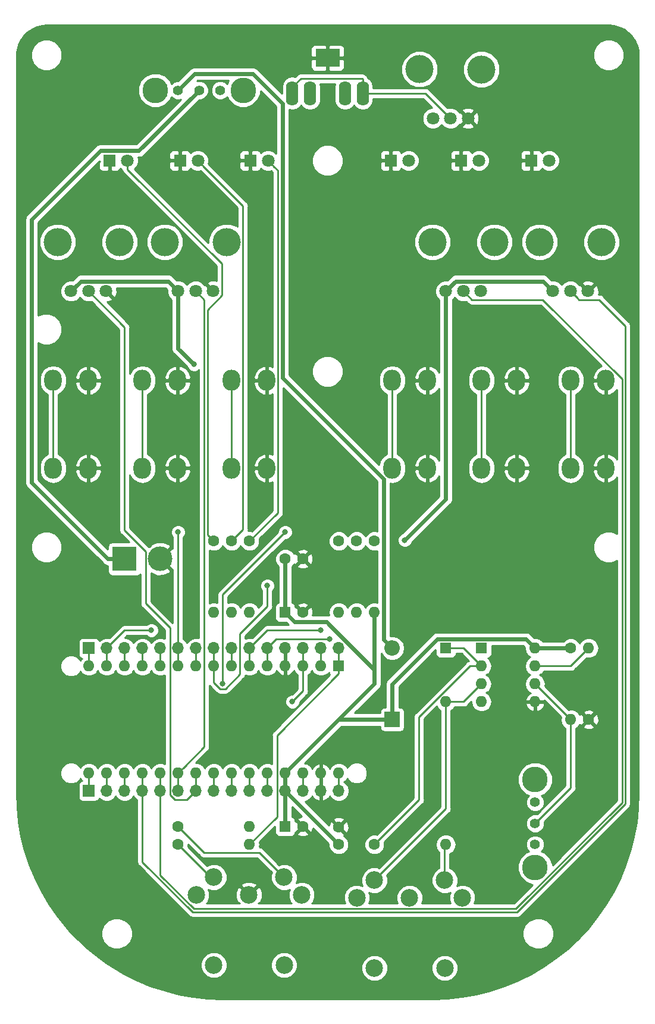
<source format=gbr>
G04 #@! TF.GenerationSoftware,KiCad,Pcbnew,(5.0.1)-3*
G04 #@! TF.CreationDate,2020-03-25T14:52:38+00:00*
G04 #@! TF.ProjectId,drumkid,6472756D6B69642E6B696361645F7063,rev?*
G04 #@! TF.SameCoordinates,Original*
G04 #@! TF.FileFunction,Copper,L1,Top,Signal*
G04 #@! TF.FilePolarity,Positive*
%FSLAX46Y46*%
G04 Gerber Fmt 4.6, Leading zero omitted, Abs format (unit mm)*
G04 Created by KiCad (PCBNEW (5.0.1)-3) date 25/03/2020 14:52:38*
%MOMM*%
%LPD*%
G01*
G04 APERTURE LIST*
G04 #@! TA.AperFunction,ComponentPad*
%ADD10C,1.600000*%
G04 #@! TD*
G04 #@! TA.AperFunction,ComponentPad*
%ADD11R,1.600000X1.600000*%
G04 #@! TD*
G04 #@! TA.AperFunction,ComponentPad*
%ADD12O,1.700000X1.700000*%
G04 #@! TD*
G04 #@! TA.AperFunction,ComponentPad*
%ADD13R,1.700000X1.700000*%
G04 #@! TD*
G04 #@! TA.AperFunction,ComponentPad*
%ADD14O,1.600000X1.600000*%
G04 #@! TD*
G04 #@! TA.AperFunction,ComponentPad*
%ADD15R,2.200000X2.200000*%
G04 #@! TD*
G04 #@! TA.AperFunction,ComponentPad*
%ADD16O,2.200000X2.200000*%
G04 #@! TD*
G04 #@! TA.AperFunction,ComponentPad*
%ADD17C,1.400000*%
G04 #@! TD*
G04 #@! TA.AperFunction,ComponentPad*
%ADD18C,3.653000*%
G04 #@! TD*
G04 #@! TA.AperFunction,ComponentPad*
%ADD19R,1.800000X1.800000*%
G04 #@! TD*
G04 #@! TA.AperFunction,ComponentPad*
%ADD20C,1.800000*%
G04 #@! TD*
G04 #@! TA.AperFunction,WasherPad*
%ADD21C,2.499360*%
G04 #@! TD*
G04 #@! TA.AperFunction,ComponentPad*
%ADD22C,2.499360*%
G04 #@! TD*
G04 #@! TA.AperFunction,ComponentPad*
%ADD23O,2.500000X3.000000*%
G04 #@! TD*
G04 #@! TA.AperFunction,ComponentPad*
%ADD24R,3.500000X2.500000*%
G04 #@! TD*
G04 #@! TA.AperFunction,ComponentPad*
%ADD25O,1.750000X3.500000*%
G04 #@! TD*
G04 #@! TA.AperFunction,WasherPad*
%ADD26C,4.000000*%
G04 #@! TD*
G04 #@! TA.AperFunction,ComponentPad*
%ADD27R,3.500120X3.500120*%
G04 #@! TD*
G04 #@! TA.AperFunction,ComponentPad*
%ADD28C,3.500120*%
G04 #@! TD*
G04 #@! TA.AperFunction,ViaPad*
%ADD29C,0.800000*%
G04 #@! TD*
G04 #@! TA.AperFunction,Conductor*
%ADD30C,0.250000*%
G04 #@! TD*
G04 #@! TA.AperFunction,Conductor*
%ADD31C,0.625000*%
G04 #@! TD*
G04 #@! TA.AperFunction,Conductor*
%ADD32C,0.254000*%
G04 #@! TD*
G04 APERTURE END LIST*
D10*
G04 #@! TO.P,C1,2*
G04 #@! TO.N,GND*
X96480000Y-144780000D03*
D11*
G04 #@! TO.P,C1,1*
G04 #@! TO.N,VCC*
X93980000Y-144780000D03*
G04 #@! TD*
G04 #@! TO.P,C3,1*
G04 #@! TO.N,VCC*
X93980000Y-114300000D03*
D10*
G04 #@! TO.P,C3,2*
G04 #@! TO.N,GND*
X96480000Y-114300000D03*
G04 #@! TD*
G04 #@! TO.P,C2,2*
G04 #@! TO.N,GND*
X101600000Y-144820000D03*
G04 #@! TO.P,C2,1*
G04 #@! TO.N,VCC*
X101600000Y-147320000D03*
G04 #@! TD*
G04 #@! TO.P,C4,1*
G04 #@! TO.N,VCC*
X93980000Y-106680000D03*
G04 #@! TO.P,C4,2*
G04 #@! TO.N,GND*
X96480000Y-106680000D03*
G04 #@! TD*
D12*
G04 #@! TO.P,J3,15*
G04 #@! TO.N,+9V*
X101600000Y-139700000D03*
G04 #@! TO.P,J3,14*
G04 #@! TO.N,GND*
X99060000Y-139700000D03*
G04 #@! TO.P,J3,13*
G04 #@! TO.N,/RESET*
X96520000Y-139700000D03*
G04 #@! TO.P,J3,12*
G04 #@! TO.N,VCC*
X93980000Y-139700000D03*
G04 #@! TO.P,J3,11*
G04 #@! TO.N,/ANALOG_7*
X91440000Y-139700000D03*
G04 #@! TO.P,J3,10*
G04 #@! TO.N,/ANALOG_6*
X88900000Y-139700000D03*
G04 #@! TO.P,J3,9*
G04 #@! TO.N,/ANALOG_5*
X86360000Y-139700000D03*
G04 #@! TO.P,J3,8*
G04 #@! TO.N,/ANALOG_4*
X83820000Y-139700000D03*
G04 #@! TO.P,J3,7*
G04 #@! TO.N,/ANALOG_3*
X81280000Y-139700000D03*
G04 #@! TO.P,J3,6*
G04 #@! TO.N,/ANALOG_2*
X78740000Y-139700000D03*
G04 #@! TO.P,J3,5*
G04 #@! TO.N,/ANALOG_1*
X76200000Y-139700000D03*
G04 #@! TO.P,J3,4*
G04 #@! TO.N,/ANALOG_0*
X73660000Y-139700000D03*
G04 #@! TO.P,J3,3*
G04 #@! TO.N,/AREF*
X71120000Y-139700000D03*
G04 #@! TO.P,J3,2*
G04 #@! TO.N,/3V3*
X68580000Y-139700000D03*
D13*
G04 #@! TO.P,J3,1*
G04 #@! TO.N,/DIGITAL_13*
X66040000Y-139700000D03*
G04 #@! TD*
G04 #@! TO.P,J4,1*
G04 #@! TO.N,/DIGITAL_12*
X66040000Y-119380000D03*
D12*
G04 #@! TO.P,J4,2*
G04 #@! TO.N,/DIGITAL_11*
X68580000Y-119380000D03*
G04 #@! TO.P,J4,3*
G04 #@! TO.N,/DIGITAL_10*
X71120000Y-119380000D03*
G04 #@! TO.P,J4,4*
G04 #@! TO.N,/DIGITAL_9*
X73660000Y-119380000D03*
G04 #@! TO.P,J4,5*
G04 #@! TO.N,/DIGITAL_8*
X76200000Y-119380000D03*
G04 #@! TO.P,J4,6*
G04 #@! TO.N,/DIGITAL_7*
X78740000Y-119380000D03*
G04 #@! TO.P,J4,7*
G04 #@! TO.N,/DIGITAL_6*
X81280000Y-119380000D03*
G04 #@! TO.P,J4,8*
G04 #@! TO.N,/DIGITAL_5*
X83820000Y-119380000D03*
G04 #@! TO.P,J4,9*
G04 #@! TO.N,/DIGITAL_4*
X86360000Y-119380000D03*
G04 #@! TO.P,J4,10*
G04 #@! TO.N,/DIGITAL_3*
X88900000Y-119380000D03*
G04 #@! TO.P,J4,11*
G04 #@! TO.N,/DIGITAL_2*
X91440000Y-119380000D03*
G04 #@! TO.P,J4,12*
G04 #@! TO.N,GND*
X93980000Y-119380000D03*
G04 #@! TO.P,J4,13*
G04 #@! TO.N,/RESET*
X96520000Y-119380000D03*
G04 #@! TO.P,J4,14*
G04 #@! TO.N,/DIGITAL_0*
X99060000Y-119380000D03*
G04 #@! TO.P,J4,15*
G04 #@! TO.N,/DIGITAL_1*
X101600000Y-119380000D03*
G04 #@! TD*
D11*
G04 #@! TO.P,D7,1*
G04 #@! TO.N,Net-(D7-Pad1)*
X116840000Y-119380000D03*
D14*
G04 #@! TO.P,D7,2*
G04 #@! TO.N,Net-(D7-Pad2)*
X116840000Y-127000000D03*
G04 #@! TD*
D15*
G04 #@! TO.P,D8,1*
G04 #@! TO.N,VCC*
X109220000Y-129540000D03*
D16*
G04 #@! TO.P,D8,2*
G04 #@! TO.N,Net-(D8-Pad2)*
X109220000Y-119380000D03*
G04 #@! TD*
D11*
G04 #@! TO.P,A1,1*
G04 #@! TO.N,/DIGITAL_1*
X101600000Y-121920000D03*
D14*
G04 #@! TO.P,A1,17*
G04 #@! TO.N,/3V3*
X68580000Y-137160000D03*
G04 #@! TO.P,A1,2*
G04 #@! TO.N,/DIGITAL_0*
X99060000Y-121920000D03*
G04 #@! TO.P,A1,18*
G04 #@! TO.N,/AREF*
X71120000Y-137160000D03*
G04 #@! TO.P,A1,3*
G04 #@! TO.N,/RESET*
X96520000Y-121920000D03*
G04 #@! TO.P,A1,19*
G04 #@! TO.N,/ANALOG_0*
X73660000Y-137160000D03*
G04 #@! TO.P,A1,4*
G04 #@! TO.N,GND*
X93980000Y-121920000D03*
G04 #@! TO.P,A1,20*
G04 #@! TO.N,/ANALOG_1*
X76200000Y-137160000D03*
G04 #@! TO.P,A1,5*
G04 #@! TO.N,/DIGITAL_2*
X91440000Y-121920000D03*
G04 #@! TO.P,A1,21*
G04 #@! TO.N,/ANALOG_2*
X78740000Y-137160000D03*
G04 #@! TO.P,A1,6*
G04 #@! TO.N,/DIGITAL_3*
X88900000Y-121920000D03*
G04 #@! TO.P,A1,22*
G04 #@! TO.N,/ANALOG_3*
X81280000Y-137160000D03*
G04 #@! TO.P,A1,7*
G04 #@! TO.N,/DIGITAL_4*
X86360000Y-121920000D03*
G04 #@! TO.P,A1,23*
G04 #@! TO.N,/ANALOG_4*
X83820000Y-137160000D03*
G04 #@! TO.P,A1,8*
G04 #@! TO.N,/DIGITAL_5*
X83820000Y-121920000D03*
G04 #@! TO.P,A1,24*
G04 #@! TO.N,/ANALOG_5*
X86360000Y-137160000D03*
G04 #@! TO.P,A1,9*
G04 #@! TO.N,/DIGITAL_6*
X81280000Y-121920000D03*
G04 #@! TO.P,A1,25*
G04 #@! TO.N,/ANALOG_6*
X88900000Y-137160000D03*
G04 #@! TO.P,A1,10*
G04 #@! TO.N,/DIGITAL_7*
X78740000Y-121920000D03*
G04 #@! TO.P,A1,26*
G04 #@! TO.N,/ANALOG_7*
X91440000Y-137160000D03*
G04 #@! TO.P,A1,11*
G04 #@! TO.N,/DIGITAL_8*
X76200000Y-121920000D03*
G04 #@! TO.P,A1,27*
G04 #@! TO.N,VCC*
X93980000Y-137160000D03*
G04 #@! TO.P,A1,12*
G04 #@! TO.N,/DIGITAL_9*
X73660000Y-121920000D03*
G04 #@! TO.P,A1,28*
G04 #@! TO.N,/RESET*
X96520000Y-137160000D03*
G04 #@! TO.P,A1,13*
G04 #@! TO.N,/DIGITAL_10*
X71120000Y-121920000D03*
G04 #@! TO.P,A1,29*
G04 #@! TO.N,GND*
X99060000Y-137160000D03*
G04 #@! TO.P,A1,14*
G04 #@! TO.N,/DIGITAL_11*
X68580000Y-121920000D03*
G04 #@! TO.P,A1,30*
G04 #@! TO.N,+9V*
X101600000Y-137160000D03*
G04 #@! TO.P,A1,15*
G04 #@! TO.N,/DIGITAL_12*
X66040000Y-121920000D03*
G04 #@! TO.P,A1,16*
G04 #@! TO.N,/DIGITAL_13*
X66040000Y-137160000D03*
G04 #@! TD*
D17*
G04 #@! TO.P,SW8,1*
G04 #@! TO.N,/DIGITAL_0*
X129540000Y-147320000D03*
G04 #@! TO.P,SW8,2*
G04 #@! TO.N,Net-(R9-Pad2)*
X129540000Y-144320000D03*
G04 #@! TO.P,SW8,3*
G04 #@! TO.N,Net-(SW8-Pad3)*
X129540000Y-141320000D03*
D18*
G04 #@! TO.P,SW8,MH1*
G04 #@! TO.N,N/C*
X129540000Y-150570000D03*
G04 #@! TO.P,SW8,MH2*
X129540000Y-138070000D03*
G04 #@! TD*
G04 #@! TO.P,SW7,MH2*
G04 #@! TO.N,N/C*
X87990000Y-40000000D03*
G04 #@! TO.P,SW7,MH1*
X75490000Y-40000000D03*
D17*
G04 #@! TO.P,SW7,3*
G04 #@! TO.N,Net-(SW7-Pad3)*
X84740000Y-40000000D03*
G04 #@! TO.P,SW7,2*
G04 #@! TO.N,Net-(BT1-Pad1)*
X81740000Y-40000000D03*
G04 #@! TO.P,SW7,1*
G04 #@! TO.N,Net-(D8-Pad2)*
X78740000Y-40000000D03*
G04 #@! TD*
D19*
G04 #@! TO.P,D1,1*
G04 #@! TO.N,GND*
X129000000Y-50000000D03*
D20*
G04 #@! TO.P,D1,2*
G04 #@! TO.N,Net-(D1-Pad2)*
X131540000Y-50000000D03*
G04 #@! TD*
D21*
G04 #@! TO.P,J1,*
G04 #@! TO.N,*
X106674920Y-164896800D03*
X116677440Y-164896800D03*
D22*
G04 #@! TO.P,J1,5*
G04 #@! TO.N,Net-(D7-Pad2)*
X106680000Y-152400000D03*
G04 #@! TO.P,J1,1*
G04 #@! TO.N,Net-(J1-Pad1)*
X119174260Y-154901900D03*
G04 #@! TO.P,J1,2*
G04 #@! TO.N,Net-(J1-Pad2)*
X111676180Y-154899360D03*
G04 #@! TO.P,J1,4*
G04 #@! TO.N,Net-(J1-Pad4)*
X116672360Y-152400000D03*
G04 #@! TO.P,J1,3*
G04 #@! TO.N,Net-(J1-Pad3)*
X104178100Y-154901900D03*
G04 #@! TD*
D23*
G04 #@! TO.P,SW1,1*
G04 #@! TO.N,/DIGITAL_4*
X134620000Y-93780000D03*
G04 #@! TO.P,SW1,2*
G04 #@! TO.N,GND*
X139620000Y-93780000D03*
G04 #@! TO.P,SW1,1*
G04 #@! TO.N,/DIGITAL_4*
X134620000Y-81280000D03*
G04 #@! TO.P,SW1,2*
G04 #@! TO.N,GND*
X139620000Y-81280000D03*
G04 #@! TD*
G04 #@! TO.P,SW5,2*
G04 #@! TO.N,GND*
X78660000Y-81280000D03*
G04 #@! TO.P,SW5,1*
G04 #@! TO.N,/DIGITAL_8*
X73660000Y-81280000D03*
G04 #@! TO.P,SW5,2*
G04 #@! TO.N,GND*
X78660000Y-93780000D03*
G04 #@! TO.P,SW5,1*
G04 #@! TO.N,/DIGITAL_8*
X73660000Y-93780000D03*
G04 #@! TD*
G04 #@! TO.P,SW2,1*
G04 #@! TO.N,/DIGITAL_5*
X121920000Y-93780000D03*
G04 #@! TO.P,SW2,2*
G04 #@! TO.N,GND*
X126920000Y-93780000D03*
G04 #@! TO.P,SW2,1*
G04 #@! TO.N,/DIGITAL_5*
X121920000Y-81280000D03*
G04 #@! TO.P,SW2,2*
G04 #@! TO.N,GND*
X126920000Y-81280000D03*
G04 #@! TD*
G04 #@! TO.P,SW3,2*
G04 #@! TO.N,GND*
X114220000Y-81280000D03*
G04 #@! TO.P,SW3,1*
G04 #@! TO.N,/DIGITAL_6*
X109220000Y-81280000D03*
G04 #@! TO.P,SW3,2*
G04 #@! TO.N,GND*
X114220000Y-93780000D03*
G04 #@! TO.P,SW3,1*
G04 #@! TO.N,/DIGITAL_6*
X109220000Y-93780000D03*
G04 #@! TD*
G04 #@! TO.P,SW6,1*
G04 #@! TO.N,/DIGITAL_10*
X60960000Y-93780000D03*
G04 #@! TO.P,SW6,2*
G04 #@! TO.N,GND*
X65960000Y-93780000D03*
G04 #@! TO.P,SW6,1*
G04 #@! TO.N,/DIGITAL_10*
X60960000Y-81280000D03*
G04 #@! TO.P,SW6,2*
G04 #@! TO.N,GND*
X65960000Y-81280000D03*
G04 #@! TD*
G04 #@! TO.P,SW4,2*
G04 #@! TO.N,GND*
X91360000Y-81280000D03*
G04 #@! TO.P,SW4,1*
G04 #@! TO.N,/DIGITAL_7*
X86360000Y-81280000D03*
G04 #@! TO.P,SW4,2*
G04 #@! TO.N,GND*
X91360000Y-93780000D03*
G04 #@! TO.P,SW4,1*
G04 #@! TO.N,/DIGITAL_7*
X86360000Y-93780000D03*
G04 #@! TD*
D20*
G04 #@! TO.P,D3,2*
G04 #@! TO.N,Net-(D3-Pad2)*
X111540000Y-50000000D03*
D19*
G04 #@! TO.P,D3,1*
G04 #@! TO.N,GND*
X109000000Y-50000000D03*
G04 #@! TD*
G04 #@! TO.P,D6,1*
G04 #@! TO.N,GND*
X69000000Y-50000000D03*
D20*
G04 #@! TO.P,D6,2*
G04 #@! TO.N,Net-(D6-Pad2)*
X71540000Y-50000000D03*
G04 #@! TD*
G04 #@! TO.P,D5,2*
G04 #@! TO.N,Net-(D5-Pad2)*
X81540000Y-50000000D03*
D19*
G04 #@! TO.P,D5,1*
G04 #@! TO.N,GND*
X79000000Y-50000000D03*
G04 #@! TD*
G04 #@! TO.P,D2,1*
G04 #@! TO.N,GND*
X119000000Y-50000000D03*
D20*
G04 #@! TO.P,D2,2*
G04 #@! TO.N,Net-(D2-Pad2)*
X121540000Y-50000000D03*
G04 #@! TD*
G04 #@! TO.P,D4,2*
G04 #@! TO.N,Net-(D4-Pad2)*
X91540000Y-50000000D03*
D19*
G04 #@! TO.P,D4,1*
G04 #@! TO.N,GND*
X89000000Y-50000000D03*
G04 #@! TD*
D14*
G04 #@! TO.P,R5,2*
G04 #@! TO.N,/DIGITAL_12*
X86360000Y-114300000D03*
D10*
G04 #@! TO.P,R5,1*
G04 #@! TO.N,Net-(D5-Pad2)*
X86360000Y-104140000D03*
G04 #@! TD*
D14*
G04 #@! TO.P,R11,2*
G04 #@! TO.N,VCC*
X88900000Y-144780000D03*
D10*
G04 #@! TO.P,R11,1*
G04 #@! TO.N,Net-(J2-Pad4)*
X78740000Y-144780000D03*
G04 #@! TD*
G04 #@! TO.P,R10,1*
G04 #@! TO.N,Net-(J2-Pad5)*
X78740000Y-147320000D03*
D14*
G04 #@! TO.P,R10,2*
G04 #@! TO.N,/DIGITAL_1*
X88900000Y-147320000D03*
G04 #@! TD*
G04 #@! TO.P,R9,2*
G04 #@! TO.N,Net-(R9-Pad2)*
X134620000Y-129540000D03*
D10*
G04 #@! TO.P,R9,1*
G04 #@! TO.N,VCC*
X134620000Y-119380000D03*
G04 #@! TD*
G04 #@! TO.P,R8,1*
G04 #@! TO.N,GND*
X137160000Y-129540000D03*
D14*
G04 #@! TO.P,R8,2*
G04 #@! TO.N,Net-(R8-Pad2)*
X137160000Y-119380000D03*
G04 #@! TD*
G04 #@! TO.P,R6,2*
G04 #@! TO.N,/DIGITAL_13*
X83820000Y-114300000D03*
D10*
G04 #@! TO.P,R6,1*
G04 #@! TO.N,Net-(D6-Pad2)*
X83820000Y-104140000D03*
G04 #@! TD*
G04 #@! TO.P,R3,1*
G04 #@! TO.N,Net-(D3-Pad2)*
X101600000Y-104140000D03*
D14*
G04 #@! TO.P,R3,2*
G04 #@! TO.N,/DIGITAL_3*
X101600000Y-114300000D03*
G04 #@! TD*
G04 #@! TO.P,R2,2*
G04 #@! TO.N,/DIGITAL_2*
X104140000Y-114300000D03*
D10*
G04 #@! TO.P,R2,1*
G04 #@! TO.N,Net-(D2-Pad2)*
X104140000Y-104140000D03*
G04 #@! TD*
G04 #@! TO.P,R1,1*
G04 #@! TO.N,Net-(D1-Pad2)*
X106680000Y-104140000D03*
D14*
G04 #@! TO.P,R1,2*
G04 #@! TO.N,VCC*
X106680000Y-114300000D03*
G04 #@! TD*
D10*
G04 #@! TO.P,R4,1*
G04 #@! TO.N,Net-(D4-Pad2)*
X88900000Y-104140000D03*
D14*
G04 #@! TO.P,R4,2*
G04 #@! TO.N,/DIGITAL_11*
X88900000Y-114300000D03*
G04 #@! TD*
G04 #@! TO.P,R7,2*
G04 #@! TO.N,Net-(J1-Pad4)*
X116840000Y-147320000D03*
D10*
G04 #@! TO.P,R7,1*
G04 #@! TO.N,Net-(D7-Pad1)*
X106680000Y-147320000D03*
G04 #@! TD*
D21*
G04 #@! TO.P,J2,*
G04 #@! TO.N,*
X83814920Y-164477700D03*
X93817440Y-164477700D03*
D22*
G04 #@! TO.P,J2,5*
G04 #@! TO.N,Net-(J2-Pad5)*
X83820000Y-151980900D03*
G04 #@! TO.P,J2,1*
G04 #@! TO.N,Net-(J2-Pad1)*
X96314260Y-154482800D03*
G04 #@! TO.P,J2,2*
G04 #@! TO.N,GND*
X88816180Y-154480260D03*
G04 #@! TO.P,J2,4*
G04 #@! TO.N,Net-(J2-Pad4)*
X93812360Y-151980900D03*
G04 #@! TO.P,J2,3*
G04 #@! TO.N,Net-(J2-Pad3)*
X81318100Y-154482800D03*
G04 #@! TD*
D24*
G04 #@! TO.P,J9,S*
G04 #@! TO.N,GND*
X100000000Y-35404000D03*
D25*
G04 #@! TO.P,J9,TN*
G04 #@! TO.N,Net-(J9-PadTN)*
X102500000Y-40410000D03*
G04 #@! TO.P,J9,RN*
G04 #@! TO.N,Net-(J9-PadRN)*
X97500000Y-40410000D03*
G04 #@! TO.P,J9,T*
G04 #@! TO.N,Net-(J9-PadR)*
X105000000Y-40410000D03*
G04 #@! TO.P,J9,R*
X95000000Y-40410000D03*
G04 #@! TD*
D20*
G04 #@! TO.P,RV5,3*
G04 #@! TO.N,GND*
X120000000Y-44000000D03*
G04 #@! TO.P,RV5,2*
G04 #@! TO.N,Net-(J9-PadR)*
X117500000Y-44000000D03*
G04 #@! TO.P,RV5,1*
G04 #@! TO.N,/DIGITAL_9*
X115000000Y-44000000D03*
D26*
G04 #@! TO.P,RV5,*
G04 #@! TO.N,*
X121900000Y-37015000D03*
X113100000Y-37000000D03*
G04 #@! TD*
D20*
G04 #@! TO.P,RV2,3*
G04 #@! TO.N,GND*
X121840000Y-68580000D03*
G04 #@! TO.P,RV2,2*
G04 #@! TO.N,/ANALOG_1*
X119340000Y-68580000D03*
G04 #@! TO.P,RV2,1*
G04 #@! TO.N,VCC*
X116840000Y-68580000D03*
D26*
G04 #@! TO.P,RV2,*
G04 #@! TO.N,*
X123740000Y-61595000D03*
X114940000Y-61580000D03*
G04 #@! TD*
D20*
G04 #@! TO.P,RV1,3*
G04 #@! TO.N,GND*
X137080000Y-68580000D03*
G04 #@! TO.P,RV1,2*
G04 #@! TO.N,/ANALOG_0*
X134580000Y-68580000D03*
G04 #@! TO.P,RV1,1*
G04 #@! TO.N,VCC*
X132080000Y-68580000D03*
D26*
G04 #@! TO.P,RV1,*
G04 #@! TO.N,*
X138980000Y-61595000D03*
X130180000Y-61580000D03*
G04 #@! TD*
D20*
G04 #@! TO.P,RV4,3*
G04 #@! TO.N,GND*
X68500000Y-68580000D03*
G04 #@! TO.P,RV4,2*
G04 #@! TO.N,/ANALOG_3*
X66000000Y-68580000D03*
G04 #@! TO.P,RV4,1*
G04 #@! TO.N,VCC*
X63500000Y-68580000D03*
D26*
G04 #@! TO.P,RV4,*
G04 #@! TO.N,*
X70400000Y-61595000D03*
X61600000Y-61580000D03*
G04 #@! TD*
D20*
G04 #@! TO.P,RV3,3*
G04 #@! TO.N,GND*
X83740000Y-68580000D03*
G04 #@! TO.P,RV3,2*
G04 #@! TO.N,/ANALOG_2*
X81240000Y-68580000D03*
G04 #@! TO.P,RV3,1*
G04 #@! TO.N,VCC*
X78740000Y-68580000D03*
D26*
G04 #@! TO.P,RV3,*
G04 #@! TO.N,*
X85640000Y-61595000D03*
X76840000Y-61580000D03*
G04 #@! TD*
D27*
G04 #@! TO.P,BT1,1*
G04 #@! TO.N,Net-(BT1-Pad1)*
X71120000Y-106680000D03*
D28*
G04 #@! TO.P,BT1,2*
G04 #@! TO.N,GND*
X76200000Y-106680000D03*
G04 #@! TD*
D11*
G04 #@! TO.P,U1,1*
G04 #@! TO.N,Net-(U1-Pad1)*
X121920000Y-119380000D03*
D14*
G04 #@! TO.P,U1,5*
G04 #@! TO.N,GND*
X129540000Y-127000000D03*
G04 #@! TO.P,U1,2*
G04 #@! TO.N,Net-(D7-Pad1)*
X121920000Y-121920000D03*
G04 #@! TO.P,U1,6*
G04 #@! TO.N,Net-(R9-Pad2)*
X129540000Y-124460000D03*
G04 #@! TO.P,U1,3*
G04 #@! TO.N,Net-(D7-Pad2)*
X121920000Y-124460000D03*
G04 #@! TO.P,U1,7*
G04 #@! TO.N,Net-(R8-Pad2)*
X129540000Y-121920000D03*
G04 #@! TO.P,U1,4*
G04 #@! TO.N,Net-(U1-Pad4)*
X121920000Y-127000000D03*
G04 #@! TO.P,U1,8*
G04 #@! TO.N,VCC*
X129540000Y-119380000D03*
G04 #@! TD*
D29*
G04 #@! TO.N,/DIGITAL_5*
X91440000Y-110490000D03*
G04 #@! TO.N,/DIGITAL_6*
X93980000Y-102870000D03*
X85090000Y-124460000D03*
G04 #@! TO.N,/DIGITAL_2*
X100330000Y-118110000D03*
G04 #@! TO.N,/DIGITAL_3*
X99060000Y-116840000D03*
G04 #@! TO.N,/DIGITAL_11*
X74930000Y-116840000D03*
G04 #@! TO.N,/DIGITAL_7*
X78740000Y-102870000D03*
G04 #@! TO.N,VCC*
X111000000Y-104000000D03*
X81000000Y-79000000D03*
G04 #@! TO.N,/RESET*
X95000000Y-127000000D03*
G04 #@! TD*
D30*
G04 #@! TO.N,/ANALOG_3*
X81280000Y-137160000D02*
X81280000Y-139700000D01*
X77564999Y-140264001D02*
X78270998Y-140970000D01*
X71120000Y-73700000D02*
X71120000Y-102594878D01*
X66000000Y-68580000D02*
X71120000Y-73700000D01*
X71120000Y-102594878D02*
X74124939Y-105599817D01*
X74124939Y-105599817D02*
X74124939Y-113025937D01*
X74124939Y-113025937D02*
X77564999Y-116465997D01*
X77564999Y-116465997D02*
X77564999Y-140264001D01*
X80010000Y-140970000D02*
X81280000Y-139700000D01*
X78270998Y-140970000D02*
X80010000Y-140970000D01*
G04 #@! TO.N,/ANALOG_1*
X76200000Y-137160000D02*
X76200000Y-139700000D01*
X76200000Y-140902081D02*
X76200000Y-139700000D01*
X76200000Y-151695229D02*
X76200000Y-140902081D01*
X80981352Y-156476581D02*
X76200000Y-151695229D01*
X126817641Y-156476581D02*
X80981352Y-156476581D01*
X141925001Y-141369221D02*
X126817641Y-156476581D01*
X141925001Y-81107601D02*
X141925001Y-141369221D01*
X130622401Y-69805001D02*
X141925001Y-81107601D01*
X120565001Y-69805001D02*
X130622401Y-69805001D01*
X119340000Y-68580000D02*
X120565001Y-69805001D01*
G04 #@! TO.N,/ANALOG_2*
X78740000Y-137160000D02*
X78740000Y-139700000D01*
X79539999Y-136360001D02*
X78740000Y-137160000D01*
X82455001Y-133444999D02*
X79539999Y-136360001D01*
X82455001Y-69795001D02*
X82455001Y-133444999D01*
X81240000Y-68580000D02*
X82455001Y-69795001D01*
G04 #@! TO.N,Net-(R9-Pad2)*
X134620000Y-139240000D02*
X134620000Y-129540000D01*
X129540000Y-144320000D02*
X134620000Y-139240000D01*
X129540000Y-124460000D02*
X134620000Y-129540000D01*
G04 #@! TO.N,/ANALOG_0*
X73660000Y-137160000D02*
X73660000Y-139700000D01*
X135479999Y-69479999D02*
X134580000Y-68580000D01*
X138654003Y-69805001D02*
X135805001Y-69805001D01*
X73660000Y-139700000D02*
X73660000Y-149791639D01*
X73660000Y-149791639D02*
X80794951Y-156926590D01*
X80794951Y-156926590D02*
X127004041Y-156926591D01*
X127004041Y-156926591D02*
X142375010Y-141555622D01*
X135805001Y-69805001D02*
X135479999Y-69479999D01*
X142375010Y-141555622D02*
X142375011Y-73526009D01*
X142375011Y-73526009D02*
X138654003Y-69805001D01*
D31*
G04 #@! TO.N,Net-(BT1-Pad1)*
X71120000Y-106680000D02*
X68744940Y-106680000D01*
X68744940Y-106680000D02*
X60616940Y-98552000D01*
X60616940Y-98552000D02*
X59087499Y-97022559D01*
X59087499Y-57189999D02*
X59436000Y-56841498D01*
X57887499Y-95822559D02*
X57887499Y-58389999D01*
X60616940Y-98552000D02*
X57887499Y-95822559D01*
X57887499Y-58389999D02*
X59436000Y-56841498D01*
X81040001Y-40699999D02*
X81740000Y-40000000D01*
X73152501Y-48587499D02*
X81040001Y-40699999D01*
X67689999Y-48587499D02*
X73152501Y-48587499D01*
X59436000Y-56841498D02*
X67689999Y-48587499D01*
D30*
G04 #@! TO.N,Net-(D5-Pad2)*
X82439999Y-50899999D02*
X81540000Y-50000000D01*
X87965001Y-56425001D02*
X82439999Y-50899999D01*
X87965001Y-102534999D02*
X87965001Y-56425001D01*
X86360000Y-104140000D02*
X87965001Y-102534999D01*
G04 #@! TO.N,/DIGITAL_5*
X83820000Y-119380000D02*
X83820000Y-121920000D01*
X121920000Y-93780000D02*
X121920000Y-81280000D01*
X83820000Y-123051370D02*
X83820000Y-121920000D01*
X83820000Y-124263002D02*
X83820000Y-123051370D01*
X84741999Y-125185001D02*
X83820000Y-124263002D01*
X87535001Y-123088001D02*
X85438001Y-125185001D01*
X87535001Y-117330001D02*
X87535001Y-123088001D01*
X85438001Y-125185001D02*
X84741999Y-125185001D01*
X91440000Y-113425002D02*
X87535001Y-117330001D01*
X91440000Y-110490000D02*
X91440000Y-113425002D01*
G04 #@! TO.N,Net-(D6-Pad2)*
X71540000Y-51272792D02*
X71540000Y-50000000D01*
X84965001Y-64697793D02*
X71540000Y-51272792D01*
X84965001Y-69168001D02*
X84965001Y-64697793D01*
X82905011Y-71227991D02*
X84965001Y-69168001D01*
X82905011Y-103225011D02*
X82905011Y-71227991D01*
X83820000Y-104140000D02*
X82905011Y-103225011D01*
G04 #@! TO.N,/DIGITAL_6*
X81280000Y-119380000D02*
X81280000Y-121920000D01*
X109220000Y-93780000D02*
X109220000Y-81280000D01*
X93980000Y-102870000D02*
X91440000Y-105410000D01*
X91440000Y-105410000D02*
X85090000Y-111760000D01*
X85090000Y-111760000D02*
X85090000Y-124460000D01*
G04 #@! TO.N,/DIGITAL_9*
X73660000Y-119380000D02*
X73660000Y-121920000D01*
G04 #@! TO.N,/DIGITAL_2*
X91440000Y-119380000D02*
X91440000Y-121920000D01*
X92710000Y-118110000D02*
X91440000Y-119380000D01*
X100330000Y-118110000D02*
X92710000Y-118110000D01*
G04 #@! TO.N,/DIGITAL_3*
X88900000Y-119380000D02*
X88900000Y-121920000D01*
X91440000Y-116840000D02*
X88900000Y-119380000D01*
X99060000Y-116840000D02*
X91440000Y-116840000D01*
G04 #@! TO.N,/DIGITAL_4*
X86360000Y-119380000D02*
X86360000Y-121920000D01*
X134620000Y-93780000D02*
X134620000Y-81280000D01*
G04 #@! TO.N,Net-(D4-Pad2)*
X92439999Y-50899999D02*
X91540000Y-50000000D01*
X92935010Y-51395010D02*
X92439999Y-50899999D01*
X92935010Y-100104990D02*
X92935010Y-51395010D01*
X88900000Y-104140000D02*
X92935010Y-100104990D01*
G04 #@! TO.N,/DIGITAL_0*
X99060000Y-119380000D02*
X99060000Y-121920000D01*
G04 #@! TO.N,/DIGITAL_10*
X71120000Y-119380000D02*
X71120000Y-121920000D01*
X60960000Y-93780000D02*
X60960000Y-81280000D01*
G04 #@! TO.N,/DIGITAL_1*
X101600000Y-119380000D02*
X101600000Y-121920000D01*
X101600000Y-122970000D02*
X101600000Y-121920000D01*
X92804999Y-131765001D02*
X101600000Y-122970000D01*
X92804999Y-143415001D02*
X92804999Y-131765001D01*
X88900000Y-147320000D02*
X92804999Y-143415001D01*
G04 #@! TO.N,/DIGITAL_11*
X68580000Y-119380000D02*
X68580000Y-121920000D01*
X71120000Y-116840000D02*
X68580000Y-119380000D01*
X74930000Y-116840000D02*
X71120000Y-116840000D01*
G04 #@! TO.N,/DIGITAL_12*
X66040000Y-119380000D02*
X66040000Y-121920000D01*
G04 #@! TO.N,/DIGITAL_13*
X66040000Y-137160000D02*
X66040000Y-139700000D01*
G04 #@! TO.N,/DIGITAL_7*
X78740000Y-119380000D02*
X78740000Y-121920000D01*
X86360000Y-93780000D02*
X86360000Y-81280000D01*
X78740000Y-102870000D02*
X78740000Y-119380000D01*
G04 #@! TO.N,/ANALOG_4*
X83820000Y-137160000D02*
X83820000Y-139700000D01*
G04 #@! TO.N,/DIGITAL_8*
X76200000Y-119380000D02*
X76200000Y-121920000D01*
X73660000Y-93780000D02*
X73660000Y-81280000D01*
G04 #@! TO.N,/ANALOG_5*
X86360000Y-137160000D02*
X86360000Y-139700000D01*
G04 #@! TO.N,Net-(J2-Pad4)*
X92562681Y-150731221D02*
X93812360Y-151980900D01*
X90276461Y-148445001D02*
X92562681Y-150731221D01*
X82405001Y-148445001D02*
X90276461Y-148445001D01*
X78740000Y-144780000D02*
X82405001Y-148445001D01*
G04 #@! TO.N,Net-(D7-Pad2)*
X119380000Y-127000000D02*
X121920000Y-124460000D01*
X116840000Y-127000000D02*
X119380000Y-127000000D01*
X116840000Y-142240000D02*
X116840000Y-127000000D01*
X106680000Y-152400000D02*
X116840000Y-142240000D01*
G04 #@! TO.N,Net-(J9-PadR)*
X113910000Y-40410000D02*
X105000000Y-40410000D01*
X117500000Y-44000000D02*
X113910000Y-40410000D01*
X95000000Y-39535000D02*
X95000000Y-40410000D01*
X96200010Y-38334990D02*
X95000000Y-39535000D01*
X104924990Y-38334990D02*
X96200010Y-38334990D01*
X105000000Y-38410000D02*
X104924990Y-38334990D01*
X105000000Y-40410000D02*
X105000000Y-38410000D01*
D31*
G04 #@! TO.N,VCC*
X93980000Y-139700000D02*
X93980000Y-144780000D01*
X93980000Y-139700000D02*
X101600000Y-147320000D01*
X93980000Y-139700000D02*
X93980000Y-137160000D01*
X95292501Y-115612501D02*
X93980000Y-114300000D01*
X99849003Y-115612501D02*
X95292501Y-115612501D01*
X106680000Y-122443498D02*
X99849003Y-115612501D01*
X106680000Y-124460000D02*
X106680000Y-122443498D01*
X93980000Y-114300000D02*
X93980000Y-106680000D01*
X134620000Y-119380000D02*
X129540000Y-119380000D01*
X128740001Y-118580001D02*
X129540000Y-119380000D01*
X128227499Y-118067499D02*
X128740001Y-118580001D01*
X115629999Y-118067499D02*
X128227499Y-118067499D01*
X109220000Y-124477498D02*
X115629999Y-118067499D01*
X109220000Y-129540000D02*
X109220000Y-124477498D01*
X109220000Y-129540000D02*
X101600000Y-129540000D01*
X93980000Y-137160000D02*
X101600000Y-129540000D01*
X101600000Y-129540000D02*
X106680000Y-124460000D01*
X106680000Y-114300000D02*
X106680000Y-123190000D01*
X106680000Y-123190000D02*
X106680000Y-118110000D01*
X64399999Y-67680001D02*
X63500000Y-68580000D01*
X64912501Y-67167499D02*
X64399999Y-67680001D01*
X77327499Y-67167499D02*
X64912501Y-67167499D01*
X78740000Y-68580000D02*
X77327499Y-67167499D01*
X131180001Y-67680001D02*
X132080000Y-68580000D01*
X130667499Y-67167499D02*
X131180001Y-67680001D01*
X118252501Y-67167499D02*
X130667499Y-67167499D01*
X116840000Y-68580000D02*
X118252501Y-67167499D01*
X116840000Y-98160000D02*
X116840000Y-68580000D01*
X111000000Y-104000000D02*
X116840000Y-98160000D01*
X78740000Y-76740000D02*
X78740000Y-68580000D01*
X81000000Y-79000000D02*
X78740000Y-76740000D01*
D30*
G04 #@! TO.N,Net-(J2-Pad5)*
X83400900Y-151980900D02*
X83820000Y-151980900D01*
X78740000Y-147320000D02*
X83400900Y-151980900D01*
G04 #@! TO.N,Net-(R8-Pad2)*
X134620000Y-121920000D02*
X137160000Y-119380000D01*
X129540000Y-121920000D02*
X134620000Y-121920000D01*
G04 #@! TO.N,Net-(J1-Pad4)*
X116672360Y-147487640D02*
X116840000Y-147320000D01*
X116672360Y-152400000D02*
X116672360Y-147487640D01*
G04 #@! TO.N,Net-(D7-Pad1)*
X119380000Y-119380000D02*
X121920000Y-121920000D01*
X116840000Y-119380000D02*
X119380000Y-119380000D01*
X120254998Y-121920000D02*
X113030000Y-129144998D01*
X121920000Y-121920000D02*
X120254998Y-121920000D01*
X113030000Y-140970000D02*
X106680000Y-147320000D01*
X113030000Y-129144998D02*
X113030000Y-140970000D01*
G04 #@! TO.N,/3V3*
X68580000Y-137160000D02*
X68580000Y-139700000D01*
G04 #@! TO.N,/AREF*
X71120000Y-137160000D02*
X71120000Y-139700000D01*
G04 #@! TO.N,/RESET*
X96520000Y-119380000D02*
X96520000Y-121920000D01*
X96520000Y-137160000D02*
X96520000Y-139700000D01*
X96520000Y-121920000D02*
X96520000Y-125480000D01*
X96520000Y-125480000D02*
X95000000Y-127000000D01*
G04 #@! TO.N,/ANALOG_6*
X88900000Y-137160000D02*
X88900000Y-139700000D01*
G04 #@! TO.N,/ANALOG_7*
X91440000Y-137160000D02*
X91440000Y-139700000D01*
G04 #@! TO.N,+9V*
X101600000Y-137160000D02*
X101600000Y-139700000D01*
D31*
G04 #@! TO.N,Net-(D8-Pad2)*
X93612490Y-41900768D02*
X89372721Y-37660999D01*
X93612490Y-80915055D02*
X93612490Y-41900768D01*
X107992501Y-95295066D02*
X93612490Y-80915055D01*
X107992501Y-118152501D02*
X107992501Y-95295066D01*
X109220000Y-119380000D02*
X107992501Y-118152501D01*
X81079001Y-37660999D02*
X78740000Y-40000000D01*
X89372721Y-37660999D02*
X81079001Y-37660999D01*
G04 #@! TD*
D32*
G04 #@! TO.N,GND*
G36*
X140754747Y-30805281D02*
X141485643Y-31005231D01*
X142169575Y-31331450D01*
X142784928Y-31773626D01*
X143312259Y-32317789D01*
X143734886Y-32946726D01*
X144039463Y-33640570D01*
X144217715Y-34383039D01*
X144265000Y-35026949D01*
X144265001Y-139986810D01*
X144189634Y-142092345D01*
X143965335Y-144173970D01*
X143592779Y-146234234D01*
X143073870Y-148262597D01*
X142411274Y-150248645D01*
X141608366Y-152182261D01*
X140669274Y-154053507D01*
X139598785Y-155852836D01*
X138402401Y-157571009D01*
X137086217Y-159199262D01*
X135656998Y-160729233D01*
X134122043Y-162153108D01*
X132489220Y-163463585D01*
X130766874Y-164653973D01*
X128963821Y-165718172D01*
X127089308Y-166650728D01*
X125152901Y-167446881D01*
X123164547Y-168102542D01*
X121134394Y-168614365D01*
X119072830Y-168979730D01*
X116989798Y-169196827D01*
X114987502Y-169265000D01*
X85013163Y-169265000D01*
X82907655Y-169189634D01*
X80826030Y-168965335D01*
X78765766Y-168592779D01*
X76737403Y-168073870D01*
X74751355Y-167411274D01*
X72817739Y-166608366D01*
X70946493Y-165669274D01*
X69147164Y-164598785D01*
X68434882Y-164102814D01*
X81930240Y-164102814D01*
X81930240Y-164852586D01*
X82217165Y-165545285D01*
X82747335Y-166075455D01*
X83440034Y-166362380D01*
X84189806Y-166362380D01*
X84882505Y-166075455D01*
X85412675Y-165545285D01*
X85699600Y-164852586D01*
X85699600Y-164102814D01*
X91932760Y-164102814D01*
X91932760Y-164852586D01*
X92219685Y-165545285D01*
X92749855Y-166075455D01*
X93442554Y-166362380D01*
X94192326Y-166362380D01*
X94885025Y-166075455D01*
X95415195Y-165545285D01*
X95702120Y-164852586D01*
X95702120Y-164521914D01*
X104790240Y-164521914D01*
X104790240Y-165271686D01*
X105077165Y-165964385D01*
X105607335Y-166494555D01*
X106300034Y-166781480D01*
X107049806Y-166781480D01*
X107742505Y-166494555D01*
X108272675Y-165964385D01*
X108559600Y-165271686D01*
X108559600Y-164521914D01*
X114792760Y-164521914D01*
X114792760Y-165271686D01*
X115079685Y-165964385D01*
X115609855Y-166494555D01*
X116302554Y-166781480D01*
X117052326Y-166781480D01*
X117745025Y-166494555D01*
X118275195Y-165964385D01*
X118562120Y-165271686D01*
X118562120Y-164521914D01*
X118275195Y-163829215D01*
X117745025Y-163299045D01*
X117052326Y-163012120D01*
X116302554Y-163012120D01*
X115609855Y-163299045D01*
X115079685Y-163829215D01*
X114792760Y-164521914D01*
X108559600Y-164521914D01*
X108272675Y-163829215D01*
X107742505Y-163299045D01*
X107049806Y-163012120D01*
X106300034Y-163012120D01*
X105607335Y-163299045D01*
X105077165Y-163829215D01*
X104790240Y-164521914D01*
X95702120Y-164521914D01*
X95702120Y-164102814D01*
X95415195Y-163410115D01*
X94885025Y-162879945D01*
X94192326Y-162593020D01*
X93442554Y-162593020D01*
X92749855Y-162879945D01*
X92219685Y-163410115D01*
X91932760Y-164102814D01*
X85699600Y-164102814D01*
X85412675Y-163410115D01*
X84882505Y-162879945D01*
X84189806Y-162593020D01*
X83440034Y-162593020D01*
X82747335Y-162879945D01*
X82217165Y-163410115D01*
X81930240Y-164102814D01*
X68434882Y-164102814D01*
X67428991Y-163402401D01*
X65800738Y-162086217D01*
X64270767Y-160656998D01*
X63248918Y-159555431D01*
X67765000Y-159555431D01*
X67765000Y-160444569D01*
X68105259Y-161266026D01*
X68733974Y-161894741D01*
X69555431Y-162235000D01*
X70444569Y-162235000D01*
X71266026Y-161894741D01*
X71894741Y-161266026D01*
X72235000Y-160444569D01*
X72235000Y-159555431D01*
X127765000Y-159555431D01*
X127765000Y-160444569D01*
X128105259Y-161266026D01*
X128733974Y-161894741D01*
X129555431Y-162235000D01*
X130444569Y-162235000D01*
X131266026Y-161894741D01*
X131894741Y-161266026D01*
X132235000Y-160444569D01*
X132235000Y-159555431D01*
X131894741Y-158733974D01*
X131266026Y-158105259D01*
X130444569Y-157765000D01*
X129555431Y-157765000D01*
X128733974Y-158105259D01*
X128105259Y-158733974D01*
X127765000Y-159555431D01*
X72235000Y-159555431D01*
X71894741Y-158733974D01*
X71266026Y-158105259D01*
X70444569Y-157765000D01*
X69555431Y-157765000D01*
X68733974Y-158105259D01*
X68105259Y-158733974D01*
X67765000Y-159555431D01*
X63248918Y-159555431D01*
X62846892Y-159122043D01*
X61536415Y-157489220D01*
X60346027Y-155766874D01*
X59281828Y-153963821D01*
X58349272Y-152089308D01*
X57553119Y-150152901D01*
X56897458Y-148164547D01*
X56385635Y-146134394D01*
X56020270Y-144072830D01*
X55803173Y-141989798D01*
X55735000Y-139987502D01*
X55735000Y-104555431D01*
X57765000Y-104555431D01*
X57765000Y-105444569D01*
X58105259Y-106266026D01*
X58733974Y-106894741D01*
X59555431Y-107235000D01*
X60444569Y-107235000D01*
X61266026Y-106894741D01*
X61894741Y-106266026D01*
X62235000Y-105444569D01*
X62235000Y-104555431D01*
X61894741Y-103733974D01*
X61266026Y-103105259D01*
X60444569Y-102765000D01*
X59555431Y-102765000D01*
X58733974Y-103105259D01*
X58105259Y-103733974D01*
X57765000Y-104555431D01*
X55735000Y-104555431D01*
X55735000Y-58389999D01*
X56921437Y-58389999D01*
X56940000Y-58483321D01*
X56939999Y-95729242D01*
X56921437Y-95822559D01*
X56939999Y-95915876D01*
X56994974Y-96192254D01*
X57204390Y-96505668D01*
X57283505Y-96558531D01*
X59646667Y-98921695D01*
X60012941Y-99287969D01*
X60012947Y-99287973D01*
X68008970Y-107283997D01*
X68061831Y-107363109D01*
X68256020Y-107492862D01*
X68375244Y-107572525D01*
X68722500Y-107641598D01*
X68722500Y-108430060D01*
X68771783Y-108677825D01*
X68912131Y-108887869D01*
X69122175Y-109028217D01*
X69369940Y-109077500D01*
X72870060Y-109077500D01*
X73117825Y-109028217D01*
X73327869Y-108887869D01*
X73364939Y-108832390D01*
X73364940Y-112951085D01*
X73350051Y-113025937D01*
X73409036Y-113322474D01*
X73527558Y-113499854D01*
X73577011Y-113573866D01*
X73640467Y-113616266D01*
X76804999Y-116780799D01*
X76804999Y-117998254D01*
X76779418Y-117981161D01*
X76346256Y-117895000D01*
X76053744Y-117895000D01*
X75620582Y-117981161D01*
X75129375Y-118309375D01*
X74930000Y-118607761D01*
X74730625Y-118309375D01*
X74239418Y-117981161D01*
X73806256Y-117895000D01*
X73513744Y-117895000D01*
X73080582Y-117981161D01*
X72589375Y-118309375D01*
X72390000Y-118607761D01*
X72190625Y-118309375D01*
X71699418Y-117981161D01*
X71266256Y-117895000D01*
X71139803Y-117895000D01*
X71434803Y-117600000D01*
X74226289Y-117600000D01*
X74343720Y-117717431D01*
X74724126Y-117875000D01*
X75135874Y-117875000D01*
X75516280Y-117717431D01*
X75807431Y-117426280D01*
X75965000Y-117045874D01*
X75965000Y-116634126D01*
X75807431Y-116253720D01*
X75516280Y-115962569D01*
X75135874Y-115805000D01*
X74724126Y-115805000D01*
X74343720Y-115962569D01*
X74226289Y-116080000D01*
X71194846Y-116080000D01*
X71119999Y-116065112D01*
X71045152Y-116080000D01*
X71045148Y-116080000D01*
X70823463Y-116124096D01*
X70823461Y-116124097D01*
X70823462Y-116124097D01*
X70635526Y-116249671D01*
X70635524Y-116249673D01*
X70572071Y-116292071D01*
X70529673Y-116355524D01*
X68946408Y-117938791D01*
X68726256Y-117895000D01*
X68433744Y-117895000D01*
X68000582Y-117981161D01*
X67509375Y-118309375D01*
X67497184Y-118327619D01*
X67488157Y-118282235D01*
X67347809Y-118072191D01*
X67137765Y-117931843D01*
X66890000Y-117882560D01*
X65190000Y-117882560D01*
X64942235Y-117931843D01*
X64732191Y-118072191D01*
X64591843Y-118282235D01*
X64542560Y-118530000D01*
X64542560Y-120230000D01*
X64591843Y-120477765D01*
X64732191Y-120687809D01*
X64942235Y-120828157D01*
X65056972Y-120850979D01*
X65005423Y-120885423D01*
X64830531Y-121147168D01*
X64792833Y-121056157D01*
X64363843Y-120627167D01*
X63803341Y-120395000D01*
X63196659Y-120395000D01*
X62636157Y-120627167D01*
X62207167Y-121056157D01*
X61975000Y-121616659D01*
X61975000Y-122223341D01*
X62207167Y-122783843D01*
X62636157Y-123212833D01*
X63196659Y-123445000D01*
X63803341Y-123445000D01*
X64363843Y-123212833D01*
X64792833Y-122783843D01*
X64830531Y-122692832D01*
X65005423Y-122954577D01*
X65480091Y-123271740D01*
X65898667Y-123355000D01*
X66181333Y-123355000D01*
X66599909Y-123271740D01*
X67074577Y-122954577D01*
X67310000Y-122602242D01*
X67545423Y-122954577D01*
X68020091Y-123271740D01*
X68438667Y-123355000D01*
X68721333Y-123355000D01*
X69139909Y-123271740D01*
X69614577Y-122954577D01*
X69850000Y-122602242D01*
X70085423Y-122954577D01*
X70560091Y-123271740D01*
X70978667Y-123355000D01*
X71261333Y-123355000D01*
X71679909Y-123271740D01*
X72154577Y-122954577D01*
X72390000Y-122602242D01*
X72625423Y-122954577D01*
X73100091Y-123271740D01*
X73518667Y-123355000D01*
X73801333Y-123355000D01*
X74219909Y-123271740D01*
X74694577Y-122954577D01*
X74930000Y-122602242D01*
X75165423Y-122954577D01*
X75640091Y-123271740D01*
X76058667Y-123355000D01*
X76341333Y-123355000D01*
X76759909Y-123271740D01*
X76804999Y-123241612D01*
X76805000Y-135838389D01*
X76759909Y-135808260D01*
X76341333Y-135725000D01*
X76058667Y-135725000D01*
X75640091Y-135808260D01*
X75165423Y-136125423D01*
X74930000Y-136477758D01*
X74694577Y-136125423D01*
X74219909Y-135808260D01*
X73801333Y-135725000D01*
X73518667Y-135725000D01*
X73100091Y-135808260D01*
X72625423Y-136125423D01*
X72390000Y-136477758D01*
X72154577Y-136125423D01*
X71679909Y-135808260D01*
X71261333Y-135725000D01*
X70978667Y-135725000D01*
X70560091Y-135808260D01*
X70085423Y-136125423D01*
X69850000Y-136477758D01*
X69614577Y-136125423D01*
X69139909Y-135808260D01*
X68721333Y-135725000D01*
X68438667Y-135725000D01*
X68020091Y-135808260D01*
X67545423Y-136125423D01*
X67310000Y-136477758D01*
X67074577Y-136125423D01*
X66599909Y-135808260D01*
X66181333Y-135725000D01*
X65898667Y-135725000D01*
X65480091Y-135808260D01*
X65005423Y-136125423D01*
X64830531Y-136387168D01*
X64792833Y-136296157D01*
X64363843Y-135867167D01*
X63803341Y-135635000D01*
X63196659Y-135635000D01*
X62636157Y-135867167D01*
X62207167Y-136296157D01*
X61975000Y-136856659D01*
X61975000Y-137463341D01*
X62207167Y-138023843D01*
X62636157Y-138452833D01*
X63196659Y-138685000D01*
X63803341Y-138685000D01*
X64363843Y-138452833D01*
X64792833Y-138023843D01*
X64830531Y-137932832D01*
X65005423Y-138194577D01*
X65056972Y-138229021D01*
X64942235Y-138251843D01*
X64732191Y-138392191D01*
X64591843Y-138602235D01*
X64542560Y-138850000D01*
X64542560Y-140550000D01*
X64591843Y-140797765D01*
X64732191Y-141007809D01*
X64942235Y-141148157D01*
X65190000Y-141197440D01*
X66890000Y-141197440D01*
X67137765Y-141148157D01*
X67347809Y-141007809D01*
X67488157Y-140797765D01*
X67497184Y-140752381D01*
X67509375Y-140770625D01*
X68000582Y-141098839D01*
X68433744Y-141185000D01*
X68726256Y-141185000D01*
X69159418Y-141098839D01*
X69650625Y-140770625D01*
X69850000Y-140472239D01*
X70049375Y-140770625D01*
X70540582Y-141098839D01*
X70973744Y-141185000D01*
X71266256Y-141185000D01*
X71699418Y-141098839D01*
X72190625Y-140770625D01*
X72390000Y-140472239D01*
X72589375Y-140770625D01*
X72900000Y-140978178D01*
X72900001Y-149716787D01*
X72885112Y-149791639D01*
X72900001Y-149866491D01*
X72913873Y-149936231D01*
X72944097Y-150088176D01*
X73035090Y-150224356D01*
X73112072Y-150339568D01*
X73175528Y-150381968D01*
X80204626Y-157411068D01*
X80247022Y-157474518D01*
X80310472Y-157516914D01*
X80310477Y-157516919D01*
X80498413Y-157642493D01*
X80794950Y-157701478D01*
X80869802Y-157686589D01*
X126929194Y-157686591D01*
X127004041Y-157701479D01*
X127078888Y-157686591D01*
X127078892Y-157686591D01*
X127300577Y-157642495D01*
X127551969Y-157474520D01*
X127594369Y-157411064D01*
X142859485Y-142145949D01*
X142922938Y-142103551D01*
X142965336Y-142040098D01*
X142965339Y-142040095D01*
X143090914Y-141852160D01*
X143149898Y-141555622D01*
X143135009Y-141480769D01*
X143135011Y-73600856D01*
X143149899Y-73526009D01*
X143135011Y-73451162D01*
X143135011Y-73451158D01*
X143090915Y-73229473D01*
X143039197Y-73152071D01*
X142965340Y-73041536D01*
X142965338Y-73041534D01*
X142922940Y-72978081D01*
X142859487Y-72935683D01*
X139244334Y-69320531D01*
X139201932Y-69257072D01*
X138950540Y-69089097D01*
X138728855Y-69045001D01*
X138728850Y-69045001D01*
X138654003Y-69030113D01*
X138579156Y-69045001D01*
X138544382Y-69045001D01*
X138626458Y-68820664D01*
X138600839Y-68210540D01*
X138416643Y-67765852D01*
X138160159Y-67679446D01*
X137259605Y-68580000D01*
X137273748Y-68594143D01*
X137094143Y-68773748D01*
X137080000Y-68759605D01*
X137065858Y-68773748D01*
X136886253Y-68594143D01*
X136900395Y-68580000D01*
X135999841Y-67679446D01*
X135884539Y-67718290D01*
X135881310Y-67710493D01*
X135670658Y-67499841D01*
X136179446Y-67499841D01*
X137080000Y-68400395D01*
X137980554Y-67499841D01*
X137894148Y-67243357D01*
X137320664Y-67033542D01*
X136710540Y-67059161D01*
X136265852Y-67243357D01*
X136179446Y-67499841D01*
X135670658Y-67499841D01*
X135449507Y-67278690D01*
X134885330Y-67045000D01*
X134274670Y-67045000D01*
X133710493Y-67278690D01*
X133330000Y-67659183D01*
X132949507Y-67278690D01*
X132385330Y-67045000D01*
X131884967Y-67045000D01*
X131403471Y-66563504D01*
X131350608Y-66484390D01*
X131037195Y-66274974D01*
X130760817Y-66219999D01*
X130760816Y-66219999D01*
X130667499Y-66201437D01*
X130574182Y-66219999D01*
X118345813Y-66219999D01*
X118252500Y-66201438D01*
X118159188Y-66219999D01*
X118159183Y-66219999D01*
X117882805Y-66274974D01*
X117569392Y-66484390D01*
X117516531Y-66563502D01*
X117035033Y-67045000D01*
X116534670Y-67045000D01*
X115970493Y-67278690D01*
X115538690Y-67710493D01*
X115305000Y-68274670D01*
X115305000Y-68885330D01*
X115538690Y-69449507D01*
X115892501Y-69803318D01*
X115892501Y-80144701D01*
X115429913Y-79573958D01*
X114780611Y-79221779D01*
X114639645Y-79192305D01*
X114347000Y-79308428D01*
X114347000Y-81153000D01*
X114367000Y-81153000D01*
X114367000Y-81407000D01*
X114347000Y-81407000D01*
X114347000Y-83251572D01*
X114639645Y-83367695D01*
X114780611Y-83338221D01*
X115429913Y-82986042D01*
X115892501Y-82415299D01*
X115892500Y-92644701D01*
X115429913Y-92073958D01*
X114780611Y-91721779D01*
X114639645Y-91692305D01*
X114347000Y-91808428D01*
X114347000Y-93653000D01*
X114367000Y-93653000D01*
X114367000Y-93907000D01*
X114347000Y-93907000D01*
X114347000Y-95751572D01*
X114639645Y-95867695D01*
X114780611Y-95838221D01*
X115429913Y-95486042D01*
X115892500Y-94915299D01*
X115892500Y-97767532D01*
X110624965Y-103035068D01*
X110413720Y-103122569D01*
X110122569Y-103413720D01*
X109965000Y-103794126D01*
X109965000Y-104205874D01*
X110122569Y-104586280D01*
X110413720Y-104877431D01*
X110794126Y-105035000D01*
X111205874Y-105035000D01*
X111586280Y-104877431D01*
X111877431Y-104586280D01*
X111964932Y-104375035D01*
X117444000Y-98895968D01*
X117523109Y-98843109D01*
X117732525Y-98529696D01*
X117787500Y-98253318D01*
X117787500Y-98253314D01*
X117806061Y-98160001D01*
X117787500Y-98066688D01*
X117787500Y-80844345D01*
X120035000Y-80844345D01*
X120035000Y-81715654D01*
X120144369Y-82265489D01*
X120560991Y-82889009D01*
X121160001Y-83289255D01*
X121160000Y-91770747D01*
X120560991Y-92170991D01*
X120144369Y-92794510D01*
X120035000Y-93344345D01*
X120035000Y-94215654D01*
X120144369Y-94765489D01*
X120560991Y-95389009D01*
X121184510Y-95805631D01*
X121920000Y-95951929D01*
X122655489Y-95805631D01*
X123279009Y-95389009D01*
X123695631Y-94765490D01*
X123805000Y-94215655D01*
X123805000Y-94204040D01*
X125034885Y-94204040D01*
X125244983Y-94912194D01*
X125710087Y-95486042D01*
X126359389Y-95838221D01*
X126500355Y-95867695D01*
X126793000Y-95751572D01*
X126793000Y-93907000D01*
X127047000Y-93907000D01*
X127047000Y-95751572D01*
X127339645Y-95867695D01*
X127480611Y-95838221D01*
X128129913Y-95486042D01*
X128595017Y-94912194D01*
X128805115Y-94204040D01*
X128650382Y-93907000D01*
X127047000Y-93907000D01*
X126793000Y-93907000D01*
X125189618Y-93907000D01*
X125034885Y-94204040D01*
X123805000Y-94204040D01*
X123805000Y-93355960D01*
X125034885Y-93355960D01*
X125189618Y-93653000D01*
X126793000Y-93653000D01*
X126793000Y-91808428D01*
X127047000Y-91808428D01*
X127047000Y-93653000D01*
X128650382Y-93653000D01*
X128805115Y-93355960D01*
X128595017Y-92647806D01*
X128129913Y-92073958D01*
X127480611Y-91721779D01*
X127339645Y-91692305D01*
X127047000Y-91808428D01*
X126793000Y-91808428D01*
X126500355Y-91692305D01*
X126359389Y-91721779D01*
X125710087Y-92073958D01*
X125244983Y-92647806D01*
X125034885Y-93355960D01*
X123805000Y-93355960D01*
X123805000Y-93344346D01*
X123695631Y-92794510D01*
X123279009Y-92170991D01*
X122680000Y-91770746D01*
X122680000Y-83289253D01*
X123279009Y-82889009D01*
X123695631Y-82265490D01*
X123805000Y-81715655D01*
X123805000Y-81704040D01*
X125034885Y-81704040D01*
X125244983Y-82412194D01*
X125710087Y-82986042D01*
X126359389Y-83338221D01*
X126500355Y-83367695D01*
X126793000Y-83251572D01*
X126793000Y-81407000D01*
X127047000Y-81407000D01*
X127047000Y-83251572D01*
X127339645Y-83367695D01*
X127480611Y-83338221D01*
X128129913Y-82986042D01*
X128595017Y-82412194D01*
X128805115Y-81704040D01*
X128650382Y-81407000D01*
X127047000Y-81407000D01*
X126793000Y-81407000D01*
X125189618Y-81407000D01*
X125034885Y-81704040D01*
X123805000Y-81704040D01*
X123805000Y-80855960D01*
X125034885Y-80855960D01*
X125189618Y-81153000D01*
X126793000Y-81153000D01*
X126793000Y-79308428D01*
X127047000Y-79308428D01*
X127047000Y-81153000D01*
X128650382Y-81153000D01*
X128805115Y-80855960D01*
X128801670Y-80844345D01*
X132735000Y-80844345D01*
X132735000Y-81715654D01*
X132844369Y-82265489D01*
X133260991Y-82889009D01*
X133860001Y-83289255D01*
X133860000Y-91770747D01*
X133260991Y-92170991D01*
X132844369Y-92794510D01*
X132735000Y-93344345D01*
X132735000Y-94215654D01*
X132844369Y-94765489D01*
X133260991Y-95389009D01*
X133884510Y-95805631D01*
X134620000Y-95951929D01*
X135355489Y-95805631D01*
X135979009Y-95389009D01*
X136395631Y-94765490D01*
X136505000Y-94215655D01*
X136505000Y-94204040D01*
X137734885Y-94204040D01*
X137944983Y-94912194D01*
X138410087Y-95486042D01*
X139059389Y-95838221D01*
X139200355Y-95867695D01*
X139493000Y-95751572D01*
X139493000Y-93907000D01*
X137889618Y-93907000D01*
X137734885Y-94204040D01*
X136505000Y-94204040D01*
X136505000Y-93355960D01*
X137734885Y-93355960D01*
X137889618Y-93653000D01*
X139493000Y-93653000D01*
X139493000Y-91808428D01*
X139200355Y-91692305D01*
X139059389Y-91721779D01*
X138410087Y-92073958D01*
X137944983Y-92647806D01*
X137734885Y-93355960D01*
X136505000Y-93355960D01*
X136505000Y-93344346D01*
X136395631Y-92794510D01*
X135979009Y-92170991D01*
X135380000Y-91770746D01*
X135380000Y-83289253D01*
X135979009Y-82889009D01*
X136395631Y-82265490D01*
X136505000Y-81715655D01*
X136505000Y-81704040D01*
X137734885Y-81704040D01*
X137944983Y-82412194D01*
X138410087Y-82986042D01*
X139059389Y-83338221D01*
X139200355Y-83367695D01*
X139493000Y-83251572D01*
X139493000Y-81407000D01*
X137889618Y-81407000D01*
X137734885Y-81704040D01*
X136505000Y-81704040D01*
X136505000Y-80844346D01*
X136395631Y-80294510D01*
X135979009Y-79670991D01*
X135355490Y-79254369D01*
X134620000Y-79108071D01*
X133884511Y-79254369D01*
X133260991Y-79670991D01*
X132844369Y-80294510D01*
X132735000Y-80844345D01*
X128801670Y-80844345D01*
X128595017Y-80147806D01*
X128129913Y-79573958D01*
X127480611Y-79221779D01*
X127339645Y-79192305D01*
X127047000Y-79308428D01*
X126793000Y-79308428D01*
X126500355Y-79192305D01*
X126359389Y-79221779D01*
X125710087Y-79573958D01*
X125244983Y-80147806D01*
X125034885Y-80855960D01*
X123805000Y-80855960D01*
X123805000Y-80844346D01*
X123695631Y-80294510D01*
X123279009Y-79670991D01*
X122655490Y-79254369D01*
X121920000Y-79108071D01*
X121184511Y-79254369D01*
X120560991Y-79670991D01*
X120144369Y-80294510D01*
X120035000Y-80844345D01*
X117787500Y-80844345D01*
X117787500Y-69803317D01*
X118090000Y-69500817D01*
X118470493Y-69881310D01*
X119034670Y-70115000D01*
X119645330Y-70115000D01*
X119754838Y-70069640D01*
X119974671Y-70289473D01*
X120017072Y-70352930D01*
X120268464Y-70520905D01*
X120490149Y-70565001D01*
X120490153Y-70565001D01*
X120565000Y-70579889D01*
X120639847Y-70565001D01*
X130307600Y-70565001D01*
X138997789Y-79255191D01*
X138410087Y-79573958D01*
X137944983Y-80147806D01*
X137734885Y-80855960D01*
X137889618Y-81153000D01*
X139493000Y-81153000D01*
X139493000Y-81133000D01*
X139747000Y-81133000D01*
X139747000Y-81153000D01*
X139767000Y-81153000D01*
X139767000Y-81407000D01*
X139747000Y-81407000D01*
X139747000Y-83251572D01*
X140039645Y-83367695D01*
X140180611Y-83338221D01*
X140829913Y-82986042D01*
X141165001Y-82572608D01*
X141165001Y-92487392D01*
X140829913Y-92073958D01*
X140180611Y-91721779D01*
X140039645Y-91692305D01*
X139747000Y-91808428D01*
X139747000Y-93653000D01*
X139767000Y-93653000D01*
X139767000Y-93907000D01*
X139747000Y-93907000D01*
X139747000Y-95751572D01*
X140039645Y-95867695D01*
X140180611Y-95838221D01*
X140829913Y-95486042D01*
X141165001Y-95072608D01*
X141165001Y-103063413D01*
X140444569Y-102765000D01*
X139555431Y-102765000D01*
X138733974Y-103105259D01*
X138105259Y-103733974D01*
X137765000Y-104555431D01*
X137765000Y-105444569D01*
X138105259Y-106266026D01*
X138733974Y-106894741D01*
X139555431Y-107235000D01*
X140444569Y-107235000D01*
X141165001Y-106936587D01*
X141165002Y-141054417D01*
X132001500Y-150217920D01*
X132001500Y-150080377D01*
X131626759Y-149175672D01*
X130934328Y-148483241D01*
X130460854Y-148287121D01*
X130671758Y-148076217D01*
X130875000Y-147585548D01*
X130875000Y-147054452D01*
X130671758Y-146563783D01*
X130296217Y-146188242D01*
X129805548Y-145985000D01*
X129274452Y-145985000D01*
X128783783Y-146188242D01*
X128408242Y-146563783D01*
X128205000Y-147054452D01*
X128205000Y-147585548D01*
X128408242Y-148076217D01*
X128619146Y-148287121D01*
X128145672Y-148483241D01*
X127453241Y-149175672D01*
X127078500Y-150080377D01*
X127078500Y-151059623D01*
X127453241Y-151964328D01*
X128145672Y-152656759D01*
X129050377Y-153031500D01*
X129187921Y-153031500D01*
X126502840Y-155716581D01*
X120876771Y-155716581D01*
X121058940Y-155276786D01*
X121058940Y-154527014D01*
X120772015Y-153834315D01*
X120241845Y-153304145D01*
X119549146Y-153017220D01*
X118799374Y-153017220D01*
X118385684Y-153188576D01*
X118557040Y-152774886D01*
X118557040Y-152025114D01*
X118270115Y-151332415D01*
X117739945Y-150802245D01*
X117432360Y-150674839D01*
X117432360Y-148650057D01*
X117874577Y-148354577D01*
X118191740Y-147879909D01*
X118303113Y-147320000D01*
X118191740Y-146760091D01*
X117874577Y-146285423D01*
X117399909Y-145968260D01*
X116981333Y-145885000D01*
X116698667Y-145885000D01*
X116280091Y-145968260D01*
X115805423Y-146285423D01*
X115488260Y-146760091D01*
X115376887Y-147320000D01*
X115488260Y-147879909D01*
X115805423Y-148354577D01*
X115912361Y-148426031D01*
X115912360Y-150674839D01*
X115604775Y-150802245D01*
X115074605Y-151332415D01*
X114787680Y-152025114D01*
X114787680Y-152774886D01*
X115074605Y-153467585D01*
X115604775Y-153997755D01*
X116297474Y-154284680D01*
X117047246Y-154284680D01*
X117460936Y-154113324D01*
X117289580Y-154527014D01*
X117289580Y-155276786D01*
X117471749Y-155716581D01*
X113377639Y-155716581D01*
X113560860Y-155274246D01*
X113560860Y-154524474D01*
X113273935Y-153831775D01*
X112743765Y-153301605D01*
X112051066Y-153014680D01*
X111301294Y-153014680D01*
X110608595Y-153301605D01*
X110078425Y-153831775D01*
X109791500Y-154524474D01*
X109791500Y-155274246D01*
X109974721Y-155716581D01*
X105880611Y-155716581D01*
X106062780Y-155276786D01*
X106062780Y-154527014D01*
X105891424Y-154113324D01*
X106305114Y-154284680D01*
X107054886Y-154284680D01*
X107747585Y-153997755D01*
X108277755Y-153467585D01*
X108564680Y-152774886D01*
X108564680Y-152025114D01*
X108437274Y-151717527D01*
X117324473Y-142830329D01*
X117387929Y-142787929D01*
X117465748Y-142671465D01*
X117555904Y-142536538D01*
X117571666Y-142457296D01*
X117600000Y-142314852D01*
X117600000Y-142314848D01*
X117614888Y-142240000D01*
X117600000Y-142165152D01*
X117600000Y-137580377D01*
X127078500Y-137580377D01*
X127078500Y-138559623D01*
X127453241Y-139464328D01*
X128145672Y-140156759D01*
X128619146Y-140352879D01*
X128408242Y-140563783D01*
X128205000Y-141054452D01*
X128205000Y-141585548D01*
X128408242Y-142076217D01*
X128783783Y-142451758D01*
X129274452Y-142655000D01*
X129805548Y-142655000D01*
X130296217Y-142451758D01*
X130671758Y-142076217D01*
X130875000Y-141585548D01*
X130875000Y-141054452D01*
X130671758Y-140563783D01*
X130460854Y-140352879D01*
X130934328Y-140156759D01*
X131626759Y-139464328D01*
X132001500Y-138559623D01*
X132001500Y-137580377D01*
X131626759Y-136675672D01*
X130934328Y-135983241D01*
X130029623Y-135608500D01*
X129050377Y-135608500D01*
X128145672Y-135983241D01*
X127453241Y-136675672D01*
X127078500Y-137580377D01*
X117600000Y-137580377D01*
X117600000Y-128218043D01*
X117874577Y-128034577D01*
X118058043Y-127760000D01*
X119305153Y-127760000D01*
X119380000Y-127774888D01*
X119454847Y-127760000D01*
X119454852Y-127760000D01*
X119676537Y-127715904D01*
X119927929Y-127547929D01*
X119970331Y-127484470D01*
X120457405Y-126997397D01*
X120456887Y-127000000D01*
X120568260Y-127559909D01*
X120885423Y-128034577D01*
X121360091Y-128351740D01*
X121778667Y-128435000D01*
X122061333Y-128435000D01*
X122479909Y-128351740D01*
X122954577Y-128034577D01*
X123271740Y-127559909D01*
X123313684Y-127349039D01*
X128148096Y-127349039D01*
X128308959Y-127737423D01*
X128684866Y-128152389D01*
X129190959Y-128391914D01*
X129413000Y-128270629D01*
X129413000Y-127127000D01*
X129667000Y-127127000D01*
X129667000Y-128270629D01*
X129889041Y-128391914D01*
X130395134Y-128152389D01*
X130771041Y-127737423D01*
X130931904Y-127349039D01*
X130809915Y-127127000D01*
X129667000Y-127127000D01*
X129413000Y-127127000D01*
X128270085Y-127127000D01*
X128148096Y-127349039D01*
X123313684Y-127349039D01*
X123383113Y-127000000D01*
X123271740Y-126440091D01*
X122954577Y-125965423D01*
X122602242Y-125730000D01*
X122954577Y-125494577D01*
X123271740Y-125019909D01*
X123383113Y-124460000D01*
X123271740Y-123900091D01*
X122954577Y-123425423D01*
X122602242Y-123190000D01*
X122954577Y-122954577D01*
X123271740Y-122479909D01*
X123383113Y-121920000D01*
X123271740Y-121360091D01*
X122954577Y-120885423D01*
X122833894Y-120804785D01*
X122967765Y-120778157D01*
X123177809Y-120637809D01*
X123318157Y-120427765D01*
X123367440Y-120180000D01*
X123367440Y-119014999D01*
X127835032Y-119014999D01*
X128097318Y-119277285D01*
X128076887Y-119380000D01*
X128188260Y-119939909D01*
X128505423Y-120414577D01*
X128857758Y-120650000D01*
X128505423Y-120885423D01*
X128188260Y-121360091D01*
X128076887Y-121920000D01*
X128188260Y-122479909D01*
X128505423Y-122954577D01*
X128857758Y-123190000D01*
X128505423Y-123425423D01*
X128188260Y-123900091D01*
X128076887Y-124460000D01*
X128188260Y-125019909D01*
X128505423Y-125494577D01*
X128889108Y-125750947D01*
X128684866Y-125847611D01*
X128308959Y-126262577D01*
X128148096Y-126650961D01*
X128270085Y-126873000D01*
X129413000Y-126873000D01*
X129413000Y-126853000D01*
X129667000Y-126853000D01*
X129667000Y-126873000D01*
X130809915Y-126873000D01*
X130834128Y-126828929D01*
X133221312Y-129216114D01*
X133156887Y-129540000D01*
X133268260Y-130099909D01*
X133585423Y-130574577D01*
X133860001Y-130758044D01*
X133860000Y-138925198D01*
X129800199Y-142985000D01*
X129274452Y-142985000D01*
X128783783Y-143188242D01*
X128408242Y-143563783D01*
X128205000Y-144054452D01*
X128205000Y-144585548D01*
X128408242Y-145076217D01*
X128783783Y-145451758D01*
X129274452Y-145655000D01*
X129805548Y-145655000D01*
X130296217Y-145451758D01*
X130671758Y-145076217D01*
X130875000Y-144585548D01*
X130875000Y-144059801D01*
X135104473Y-139830329D01*
X135167929Y-139787929D01*
X135335904Y-139536537D01*
X135380000Y-139314852D01*
X135380000Y-139314847D01*
X135394888Y-139240000D01*
X135380000Y-139165153D01*
X135380000Y-130758043D01*
X135654577Y-130574577D01*
X135672505Y-130547745D01*
X136331861Y-130547745D01*
X136405995Y-130793864D01*
X136943223Y-130986965D01*
X137513454Y-130959778D01*
X137914005Y-130793864D01*
X137988139Y-130547745D01*
X137160000Y-129719605D01*
X136331861Y-130547745D01*
X135672505Y-130547745D01*
X135881611Y-130234797D01*
X135906136Y-130294005D01*
X136152255Y-130368139D01*
X136980395Y-129540000D01*
X137339605Y-129540000D01*
X138167745Y-130368139D01*
X138413864Y-130294005D01*
X138606965Y-129756777D01*
X138579778Y-129186546D01*
X138413864Y-128785995D01*
X138167745Y-128711861D01*
X137339605Y-129540000D01*
X136980395Y-129540000D01*
X136152255Y-128711861D01*
X135906136Y-128785995D01*
X135883720Y-128848359D01*
X135672506Y-128532255D01*
X136331861Y-128532255D01*
X137160000Y-129360395D01*
X137988139Y-128532255D01*
X137914005Y-128286136D01*
X137376777Y-128093035D01*
X136806546Y-128120222D01*
X136405995Y-128286136D01*
X136331861Y-128532255D01*
X135672506Y-128532255D01*
X135654577Y-128505423D01*
X135179909Y-128188260D01*
X134761333Y-128105000D01*
X134478667Y-128105000D01*
X134296114Y-128141312D01*
X130938688Y-124783887D01*
X131003113Y-124460000D01*
X130891740Y-123900091D01*
X130574577Y-123425423D01*
X130222242Y-123190000D01*
X130574577Y-122954577D01*
X130758043Y-122680000D01*
X134545153Y-122680000D01*
X134620000Y-122694888D01*
X134694847Y-122680000D01*
X134694852Y-122680000D01*
X134916537Y-122635904D01*
X135167929Y-122467929D01*
X135210331Y-122404470D01*
X136836114Y-120778688D01*
X137018667Y-120815000D01*
X137301333Y-120815000D01*
X137719909Y-120731740D01*
X138194577Y-120414577D01*
X138511740Y-119939909D01*
X138623113Y-119380000D01*
X138511740Y-118820091D01*
X138194577Y-118345423D01*
X137719909Y-118028260D01*
X137301333Y-117945000D01*
X137018667Y-117945000D01*
X136600091Y-118028260D01*
X136125423Y-118345423D01*
X135890394Y-118697168D01*
X135836534Y-118567138D01*
X135432862Y-118163466D01*
X134905439Y-117945000D01*
X134334561Y-117945000D01*
X133807138Y-118163466D01*
X133538104Y-118432500D01*
X130632760Y-118432500D01*
X130574577Y-118345423D01*
X130099909Y-118028260D01*
X129681333Y-117945000D01*
X129444967Y-117945000D01*
X128963471Y-117463504D01*
X128910608Y-117384390D01*
X128597195Y-117174974D01*
X128320817Y-117119999D01*
X128320816Y-117119999D01*
X128227499Y-117101437D01*
X128134182Y-117119999D01*
X115723317Y-117119999D01*
X115629999Y-117101437D01*
X115536681Y-117119999D01*
X115260303Y-117174974D01*
X114946890Y-117384390D01*
X114894029Y-117463502D01*
X108616004Y-123741528D01*
X108536892Y-123794389D01*
X108484031Y-123873501D01*
X108327475Y-124107803D01*
X108253938Y-124477498D01*
X108272501Y-124570820D01*
X108272500Y-127792560D01*
X108120000Y-127792560D01*
X107872235Y-127841843D01*
X107662191Y-127982191D01*
X107521843Y-128192235D01*
X107472560Y-128440000D01*
X107472560Y-128592500D01*
X103887466Y-128592500D01*
X107283997Y-125195969D01*
X107363109Y-125143109D01*
X107572525Y-124829696D01*
X107627500Y-124553318D01*
X107627500Y-124553317D01*
X107646062Y-124460000D01*
X107627500Y-124366682D01*
X107627500Y-122536816D01*
X107646062Y-122443498D01*
X107627500Y-122350180D01*
X107627500Y-120119572D01*
X107969135Y-120630865D01*
X108543037Y-121014334D01*
X109049120Y-121115000D01*
X109390880Y-121115000D01*
X109896963Y-121014334D01*
X110470865Y-120630865D01*
X110854334Y-120056963D01*
X110988990Y-119380000D01*
X110854334Y-118703037D01*
X110470865Y-118129135D01*
X109896963Y-117745666D01*
X109390880Y-117645000D01*
X109049120Y-117645000D01*
X108940001Y-117666705D01*
X108940001Y-95896234D01*
X109220000Y-95951929D01*
X109955489Y-95805631D01*
X110579009Y-95389009D01*
X110995631Y-94765490D01*
X111105000Y-94215655D01*
X111105000Y-94204040D01*
X112334885Y-94204040D01*
X112544983Y-94912194D01*
X113010087Y-95486042D01*
X113659389Y-95838221D01*
X113800355Y-95867695D01*
X114093000Y-95751572D01*
X114093000Y-93907000D01*
X112489618Y-93907000D01*
X112334885Y-94204040D01*
X111105000Y-94204040D01*
X111105000Y-93355960D01*
X112334885Y-93355960D01*
X112489618Y-93653000D01*
X114093000Y-93653000D01*
X114093000Y-91808428D01*
X113800355Y-91692305D01*
X113659389Y-91721779D01*
X113010087Y-92073958D01*
X112544983Y-92647806D01*
X112334885Y-93355960D01*
X111105000Y-93355960D01*
X111105000Y-93344346D01*
X110995631Y-92794510D01*
X110579009Y-92170991D01*
X109980000Y-91770746D01*
X109980000Y-83289253D01*
X110579009Y-82889009D01*
X110995631Y-82265490D01*
X111105000Y-81715655D01*
X111105000Y-81704040D01*
X112334885Y-81704040D01*
X112544983Y-82412194D01*
X113010087Y-82986042D01*
X113659389Y-83338221D01*
X113800355Y-83367695D01*
X114093000Y-83251572D01*
X114093000Y-81407000D01*
X112489618Y-81407000D01*
X112334885Y-81704040D01*
X111105000Y-81704040D01*
X111105000Y-80855960D01*
X112334885Y-80855960D01*
X112489618Y-81153000D01*
X114093000Y-81153000D01*
X114093000Y-79308428D01*
X113800355Y-79192305D01*
X113659389Y-79221779D01*
X113010087Y-79573958D01*
X112544983Y-80147806D01*
X112334885Y-80855960D01*
X111105000Y-80855960D01*
X111105000Y-80844346D01*
X110995631Y-80294510D01*
X110579009Y-79670991D01*
X109955490Y-79254369D01*
X109220000Y-79108071D01*
X108484511Y-79254369D01*
X107860991Y-79670991D01*
X107444369Y-80294510D01*
X107335000Y-80844345D01*
X107335000Y-81715654D01*
X107444369Y-82265489D01*
X107860991Y-82889009D01*
X108460001Y-83289255D01*
X108460000Y-91770747D01*
X107860991Y-92170991D01*
X107444369Y-92794510D01*
X107342756Y-93305354D01*
X94559990Y-80522589D01*
X94559990Y-79555431D01*
X97765000Y-79555431D01*
X97765000Y-80444569D01*
X98105259Y-81266026D01*
X98733974Y-81894741D01*
X99555431Y-82235000D01*
X100444569Y-82235000D01*
X101266026Y-81894741D01*
X101894741Y-81266026D01*
X102235000Y-80444569D01*
X102235000Y-79555431D01*
X101894741Y-78733974D01*
X101266026Y-78105259D01*
X100444569Y-77765000D01*
X99555431Y-77765000D01*
X98733974Y-78105259D01*
X98105259Y-78733974D01*
X97765000Y-79555431D01*
X94559990Y-79555431D01*
X94559990Y-61055866D01*
X112305000Y-61055866D01*
X112305000Y-62104134D01*
X112706155Y-63072608D01*
X113447392Y-63813845D01*
X114415866Y-64215000D01*
X115464134Y-64215000D01*
X116432608Y-63813845D01*
X117173845Y-63072608D01*
X117575000Y-62104134D01*
X117575000Y-61070866D01*
X121105000Y-61070866D01*
X121105000Y-62119134D01*
X121506155Y-63087608D01*
X122247392Y-63828845D01*
X123215866Y-64230000D01*
X124264134Y-64230000D01*
X125232608Y-63828845D01*
X125973845Y-63087608D01*
X126375000Y-62119134D01*
X126375000Y-61070866D01*
X126368787Y-61055866D01*
X127545000Y-61055866D01*
X127545000Y-62104134D01*
X127946155Y-63072608D01*
X128687392Y-63813845D01*
X129655866Y-64215000D01*
X130704134Y-64215000D01*
X131672608Y-63813845D01*
X132413845Y-63072608D01*
X132815000Y-62104134D01*
X132815000Y-61070866D01*
X136345000Y-61070866D01*
X136345000Y-62119134D01*
X136746155Y-63087608D01*
X137487392Y-63828845D01*
X138455866Y-64230000D01*
X139504134Y-64230000D01*
X140472608Y-63828845D01*
X141213845Y-63087608D01*
X141615000Y-62119134D01*
X141615000Y-61070866D01*
X141213845Y-60102392D01*
X140472608Y-59361155D01*
X139504134Y-58960000D01*
X138455866Y-58960000D01*
X137487392Y-59361155D01*
X136746155Y-60102392D01*
X136345000Y-61070866D01*
X132815000Y-61070866D01*
X132815000Y-61055866D01*
X132413845Y-60087392D01*
X131672608Y-59346155D01*
X130704134Y-58945000D01*
X129655866Y-58945000D01*
X128687392Y-59346155D01*
X127946155Y-60087392D01*
X127545000Y-61055866D01*
X126368787Y-61055866D01*
X125973845Y-60102392D01*
X125232608Y-59361155D01*
X124264134Y-58960000D01*
X123215866Y-58960000D01*
X122247392Y-59361155D01*
X121506155Y-60102392D01*
X121105000Y-61070866D01*
X117575000Y-61070866D01*
X117575000Y-61055866D01*
X117173845Y-60087392D01*
X116432608Y-59346155D01*
X115464134Y-58945000D01*
X114415866Y-58945000D01*
X113447392Y-59346155D01*
X112706155Y-60087392D01*
X112305000Y-61055866D01*
X94559990Y-61055866D01*
X94559990Y-49555431D01*
X97765000Y-49555431D01*
X97765000Y-50444569D01*
X98105259Y-51266026D01*
X98733974Y-51894741D01*
X99555431Y-52235000D01*
X100444569Y-52235000D01*
X101266026Y-51894741D01*
X101894741Y-51266026D01*
X102235000Y-50444569D01*
X102235000Y-50285750D01*
X107465000Y-50285750D01*
X107465000Y-51026310D01*
X107561673Y-51259699D01*
X107740302Y-51438327D01*
X107973691Y-51535000D01*
X108714250Y-51535000D01*
X108873000Y-51376250D01*
X108873000Y-50127000D01*
X107623750Y-50127000D01*
X107465000Y-50285750D01*
X102235000Y-50285750D01*
X102235000Y-49555431D01*
X101994035Y-48973690D01*
X107465000Y-48973690D01*
X107465000Y-49714250D01*
X107623750Y-49873000D01*
X108873000Y-49873000D01*
X108873000Y-48623750D01*
X109127000Y-48623750D01*
X109127000Y-49873000D01*
X109147000Y-49873000D01*
X109147000Y-50127000D01*
X109127000Y-50127000D01*
X109127000Y-51376250D01*
X109285750Y-51535000D01*
X110026309Y-51535000D01*
X110259698Y-51438327D01*
X110438327Y-51259699D01*
X110494139Y-51124956D01*
X110670493Y-51301310D01*
X111234670Y-51535000D01*
X111845330Y-51535000D01*
X112409507Y-51301310D01*
X112841310Y-50869507D01*
X113075000Y-50305330D01*
X113075000Y-50285750D01*
X117465000Y-50285750D01*
X117465000Y-51026310D01*
X117561673Y-51259699D01*
X117740302Y-51438327D01*
X117973691Y-51535000D01*
X118714250Y-51535000D01*
X118873000Y-51376250D01*
X118873000Y-50127000D01*
X117623750Y-50127000D01*
X117465000Y-50285750D01*
X113075000Y-50285750D01*
X113075000Y-49694670D01*
X112841310Y-49130493D01*
X112684507Y-48973690D01*
X117465000Y-48973690D01*
X117465000Y-49714250D01*
X117623750Y-49873000D01*
X118873000Y-49873000D01*
X118873000Y-48623750D01*
X119127000Y-48623750D01*
X119127000Y-49873000D01*
X119147000Y-49873000D01*
X119147000Y-50127000D01*
X119127000Y-50127000D01*
X119127000Y-51376250D01*
X119285750Y-51535000D01*
X120026309Y-51535000D01*
X120259698Y-51438327D01*
X120438327Y-51259699D01*
X120494139Y-51124956D01*
X120670493Y-51301310D01*
X121234670Y-51535000D01*
X121845330Y-51535000D01*
X122409507Y-51301310D01*
X122841310Y-50869507D01*
X123075000Y-50305330D01*
X123075000Y-50285750D01*
X127465000Y-50285750D01*
X127465000Y-51026310D01*
X127561673Y-51259699D01*
X127740302Y-51438327D01*
X127973691Y-51535000D01*
X128714250Y-51535000D01*
X128873000Y-51376250D01*
X128873000Y-50127000D01*
X127623750Y-50127000D01*
X127465000Y-50285750D01*
X123075000Y-50285750D01*
X123075000Y-49694670D01*
X122841310Y-49130493D01*
X122684507Y-48973690D01*
X127465000Y-48973690D01*
X127465000Y-49714250D01*
X127623750Y-49873000D01*
X128873000Y-49873000D01*
X128873000Y-48623750D01*
X129127000Y-48623750D01*
X129127000Y-49873000D01*
X129147000Y-49873000D01*
X129147000Y-50127000D01*
X129127000Y-50127000D01*
X129127000Y-51376250D01*
X129285750Y-51535000D01*
X130026309Y-51535000D01*
X130259698Y-51438327D01*
X130438327Y-51259699D01*
X130494139Y-51124956D01*
X130670493Y-51301310D01*
X131234670Y-51535000D01*
X131845330Y-51535000D01*
X132409507Y-51301310D01*
X132841310Y-50869507D01*
X133075000Y-50305330D01*
X133075000Y-49694670D01*
X132841310Y-49130493D01*
X132409507Y-48698690D01*
X131845330Y-48465000D01*
X131234670Y-48465000D01*
X130670493Y-48698690D01*
X130494139Y-48875044D01*
X130438327Y-48740301D01*
X130259698Y-48561673D01*
X130026309Y-48465000D01*
X129285750Y-48465000D01*
X129127000Y-48623750D01*
X128873000Y-48623750D01*
X128714250Y-48465000D01*
X127973691Y-48465000D01*
X127740302Y-48561673D01*
X127561673Y-48740301D01*
X127465000Y-48973690D01*
X122684507Y-48973690D01*
X122409507Y-48698690D01*
X121845330Y-48465000D01*
X121234670Y-48465000D01*
X120670493Y-48698690D01*
X120494139Y-48875044D01*
X120438327Y-48740301D01*
X120259698Y-48561673D01*
X120026309Y-48465000D01*
X119285750Y-48465000D01*
X119127000Y-48623750D01*
X118873000Y-48623750D01*
X118714250Y-48465000D01*
X117973691Y-48465000D01*
X117740302Y-48561673D01*
X117561673Y-48740301D01*
X117465000Y-48973690D01*
X112684507Y-48973690D01*
X112409507Y-48698690D01*
X111845330Y-48465000D01*
X111234670Y-48465000D01*
X110670493Y-48698690D01*
X110494139Y-48875044D01*
X110438327Y-48740301D01*
X110259698Y-48561673D01*
X110026309Y-48465000D01*
X109285750Y-48465000D01*
X109127000Y-48623750D01*
X108873000Y-48623750D01*
X108714250Y-48465000D01*
X107973691Y-48465000D01*
X107740302Y-48561673D01*
X107561673Y-48740301D01*
X107465000Y-48973690D01*
X101994035Y-48973690D01*
X101894741Y-48733974D01*
X101266026Y-48105259D01*
X100444569Y-47765000D01*
X99555431Y-47765000D01*
X98733974Y-48105259D01*
X98105259Y-48733974D01*
X97765000Y-49555431D01*
X94559990Y-49555431D01*
X94559990Y-42737058D01*
X95000000Y-42824582D01*
X95589172Y-42707388D01*
X96088649Y-42373649D01*
X96250000Y-42132170D01*
X96411351Y-42373649D01*
X96910827Y-42707388D01*
X97500000Y-42824582D01*
X98089172Y-42707388D01*
X98588649Y-42373649D01*
X98922388Y-41874173D01*
X99010000Y-41433718D01*
X99010000Y-39386282D01*
X98952058Y-39094990D01*
X101047942Y-39094990D01*
X100990000Y-39386282D01*
X100990000Y-41433717D01*
X101077612Y-41874172D01*
X101411351Y-42373649D01*
X101910827Y-42707388D01*
X102500000Y-42824582D01*
X103089172Y-42707388D01*
X103588649Y-42373649D01*
X103750000Y-42132170D01*
X103911351Y-42373649D01*
X104410827Y-42707388D01*
X105000000Y-42824582D01*
X105589172Y-42707388D01*
X106088649Y-42373649D01*
X106422388Y-41874173D01*
X106510000Y-41433718D01*
X106510000Y-41170000D01*
X113595199Y-41170000D01*
X114890199Y-42465000D01*
X114694670Y-42465000D01*
X114130493Y-42698690D01*
X113698690Y-43130493D01*
X113465000Y-43694670D01*
X113465000Y-44305330D01*
X113698690Y-44869507D01*
X114130493Y-45301310D01*
X114694670Y-45535000D01*
X115305330Y-45535000D01*
X115869507Y-45301310D01*
X116250000Y-44920817D01*
X116630493Y-45301310D01*
X117194670Y-45535000D01*
X117805330Y-45535000D01*
X118369507Y-45301310D01*
X118590658Y-45080159D01*
X119099446Y-45080159D01*
X119185852Y-45336643D01*
X119759336Y-45546458D01*
X120369460Y-45520839D01*
X120814148Y-45336643D01*
X120900554Y-45080159D01*
X120000000Y-44179605D01*
X119099446Y-45080159D01*
X118590658Y-45080159D01*
X118801310Y-44869507D01*
X118804539Y-44861710D01*
X118919841Y-44900554D01*
X119820395Y-44000000D01*
X120179605Y-44000000D01*
X121080159Y-44900554D01*
X121336643Y-44814148D01*
X121546458Y-44240664D01*
X121520839Y-43630540D01*
X121336643Y-43185852D01*
X121080159Y-43099446D01*
X120179605Y-44000000D01*
X119820395Y-44000000D01*
X118919841Y-43099446D01*
X118804539Y-43138290D01*
X118801310Y-43130493D01*
X118590658Y-42919841D01*
X119099446Y-42919841D01*
X120000000Y-43820395D01*
X120900554Y-42919841D01*
X120814148Y-42663357D01*
X120240664Y-42453542D01*
X119630540Y-42479161D01*
X119185852Y-42663357D01*
X119099446Y-42919841D01*
X118590658Y-42919841D01*
X118369507Y-42698690D01*
X117805330Y-42465000D01*
X117194670Y-42465000D01*
X117085162Y-42510360D01*
X114500331Y-39925530D01*
X114457929Y-39862071D01*
X114206537Y-39694096D01*
X113984852Y-39650000D01*
X113984847Y-39650000D01*
X113910000Y-39635112D01*
X113835153Y-39650000D01*
X106510000Y-39650000D01*
X106510000Y-39386282D01*
X106422388Y-38945827D01*
X106088649Y-38446351D01*
X105735134Y-38210140D01*
X105715904Y-38113463D01*
X105547929Y-37862071D01*
X105502964Y-37832026D01*
X105472919Y-37787061D01*
X105221527Y-37619086D01*
X104999842Y-37574990D01*
X104999837Y-37574990D01*
X104924990Y-37560102D01*
X104850143Y-37574990D01*
X96274856Y-37574990D01*
X96200009Y-37560102D01*
X96125162Y-37574990D01*
X96125158Y-37574990D01*
X95903473Y-37619086D01*
X95903471Y-37619087D01*
X95903472Y-37619087D01*
X95715536Y-37744661D01*
X95715534Y-37744663D01*
X95652081Y-37787061D01*
X95609683Y-37850514D01*
X95387668Y-38072530D01*
X95000000Y-37995418D01*
X94410828Y-38112612D01*
X93911352Y-38446351D01*
X93577613Y-38945827D01*
X93490000Y-39386282D01*
X93490000Y-40438311D01*
X90108693Y-37057005D01*
X90055830Y-36977890D01*
X89742417Y-36768474D01*
X89466039Y-36713499D01*
X89466038Y-36713499D01*
X89372721Y-36694937D01*
X89279404Y-36713499D01*
X81172318Y-36713499D01*
X81079001Y-36694937D01*
X80985683Y-36713499D01*
X80709305Y-36768474D01*
X80395892Y-36977890D01*
X80343031Y-37057002D01*
X78735034Y-38665000D01*
X78474452Y-38665000D01*
X77983783Y-38868242D01*
X77772879Y-39079146D01*
X77576759Y-38605672D01*
X76884328Y-37913241D01*
X75979623Y-37538500D01*
X75000377Y-37538500D01*
X74095672Y-37913241D01*
X73403241Y-38605672D01*
X73028500Y-39510377D01*
X73028500Y-40489623D01*
X73403241Y-41394328D01*
X74095672Y-42086759D01*
X75000377Y-42461500D01*
X75979623Y-42461500D01*
X76884328Y-42086759D01*
X77576759Y-41394328D01*
X77772879Y-40920854D01*
X77983783Y-41131758D01*
X78474452Y-41335000D01*
X79005548Y-41335000D01*
X79107094Y-41292938D01*
X72760035Y-47639999D01*
X67783311Y-47639999D01*
X67689998Y-47621438D01*
X67596685Y-47639999D01*
X67596681Y-47639999D01*
X67320303Y-47694974D01*
X67320301Y-47694975D01*
X67320302Y-47694975D01*
X67086000Y-47851530D01*
X67085999Y-47851531D01*
X67006890Y-47904390D01*
X66954031Y-47983499D01*
X58832005Y-56105527D01*
X58832002Y-56105529D01*
X57283503Y-57654029D01*
X57204391Y-57706890D01*
X57151530Y-57786002D01*
X56994974Y-58020304D01*
X56921437Y-58389999D01*
X55735000Y-58389999D01*
X55735000Y-35032731D01*
X55777598Y-34555431D01*
X57765000Y-34555431D01*
X57765000Y-35444569D01*
X58105259Y-36266026D01*
X58733974Y-36894741D01*
X59555431Y-37235000D01*
X60444569Y-37235000D01*
X61266026Y-36894741D01*
X61894741Y-36266026D01*
X62133442Y-35689750D01*
X97615000Y-35689750D01*
X97615000Y-36780310D01*
X97711673Y-37013699D01*
X97890302Y-37192327D01*
X98123691Y-37289000D01*
X99714250Y-37289000D01*
X99873000Y-37130250D01*
X99873000Y-35531000D01*
X100127000Y-35531000D01*
X100127000Y-37130250D01*
X100285750Y-37289000D01*
X101876309Y-37289000D01*
X102109698Y-37192327D01*
X102288327Y-37013699D01*
X102385000Y-36780310D01*
X102385000Y-36475866D01*
X110465000Y-36475866D01*
X110465000Y-37524134D01*
X110866155Y-38492608D01*
X111607392Y-39233845D01*
X112575866Y-39635000D01*
X113624134Y-39635000D01*
X114592608Y-39233845D01*
X115333845Y-38492608D01*
X115735000Y-37524134D01*
X115735000Y-36490866D01*
X119265000Y-36490866D01*
X119265000Y-37539134D01*
X119666155Y-38507608D01*
X120407392Y-39248845D01*
X121375866Y-39650000D01*
X122424134Y-39650000D01*
X123392608Y-39248845D01*
X124133845Y-38507608D01*
X124535000Y-37539134D01*
X124535000Y-36490866D01*
X124133845Y-35522392D01*
X123392608Y-34781155D01*
X122847662Y-34555431D01*
X137765000Y-34555431D01*
X137765000Y-35444569D01*
X138105259Y-36266026D01*
X138733974Y-36894741D01*
X139555431Y-37235000D01*
X140444569Y-37235000D01*
X141266026Y-36894741D01*
X141894741Y-36266026D01*
X142235000Y-35444569D01*
X142235000Y-34555431D01*
X141894741Y-33733974D01*
X141266026Y-33105259D01*
X140444569Y-32765000D01*
X139555431Y-32765000D01*
X138733974Y-33105259D01*
X138105259Y-33733974D01*
X137765000Y-34555431D01*
X122847662Y-34555431D01*
X122424134Y-34380000D01*
X121375866Y-34380000D01*
X120407392Y-34781155D01*
X119666155Y-35522392D01*
X119265000Y-36490866D01*
X115735000Y-36490866D01*
X115735000Y-36475866D01*
X115333845Y-35507392D01*
X114592608Y-34766155D01*
X113624134Y-34365000D01*
X112575866Y-34365000D01*
X111607392Y-34766155D01*
X110866155Y-35507392D01*
X110465000Y-36475866D01*
X102385000Y-36475866D01*
X102385000Y-35689750D01*
X102226250Y-35531000D01*
X100127000Y-35531000D01*
X99873000Y-35531000D01*
X97773750Y-35531000D01*
X97615000Y-35689750D01*
X62133442Y-35689750D01*
X62235000Y-35444569D01*
X62235000Y-34555431D01*
X62016403Y-34027690D01*
X97615000Y-34027690D01*
X97615000Y-35118250D01*
X97773750Y-35277000D01*
X99873000Y-35277000D01*
X99873000Y-33677750D01*
X100127000Y-33677750D01*
X100127000Y-35277000D01*
X102226250Y-35277000D01*
X102385000Y-35118250D01*
X102385000Y-34027690D01*
X102288327Y-33794301D01*
X102109698Y-33615673D01*
X101876309Y-33519000D01*
X100285750Y-33519000D01*
X100127000Y-33677750D01*
X99873000Y-33677750D01*
X99714250Y-33519000D01*
X98123691Y-33519000D01*
X97890302Y-33615673D01*
X97711673Y-33794301D01*
X97615000Y-34027690D01*
X62016403Y-34027690D01*
X61894741Y-33733974D01*
X61266026Y-33105259D01*
X60444569Y-32765000D01*
X59555431Y-32765000D01*
X58733974Y-33105259D01*
X58105259Y-33733974D01*
X57765000Y-34555431D01*
X55777598Y-34555431D01*
X55805281Y-34245253D01*
X56005231Y-33514357D01*
X56331450Y-32830425D01*
X56773626Y-32215072D01*
X57317789Y-31687741D01*
X57946726Y-31265114D01*
X58640570Y-30960537D01*
X59383039Y-30782285D01*
X60026949Y-30735000D01*
X139967269Y-30735000D01*
X140754747Y-30805281D01*
X140754747Y-30805281D01*
G37*
X140754747Y-30805281D02*
X141485643Y-31005231D01*
X142169575Y-31331450D01*
X142784928Y-31773626D01*
X143312259Y-32317789D01*
X143734886Y-32946726D01*
X144039463Y-33640570D01*
X144217715Y-34383039D01*
X144265000Y-35026949D01*
X144265001Y-139986810D01*
X144189634Y-142092345D01*
X143965335Y-144173970D01*
X143592779Y-146234234D01*
X143073870Y-148262597D01*
X142411274Y-150248645D01*
X141608366Y-152182261D01*
X140669274Y-154053507D01*
X139598785Y-155852836D01*
X138402401Y-157571009D01*
X137086217Y-159199262D01*
X135656998Y-160729233D01*
X134122043Y-162153108D01*
X132489220Y-163463585D01*
X130766874Y-164653973D01*
X128963821Y-165718172D01*
X127089308Y-166650728D01*
X125152901Y-167446881D01*
X123164547Y-168102542D01*
X121134394Y-168614365D01*
X119072830Y-168979730D01*
X116989798Y-169196827D01*
X114987502Y-169265000D01*
X85013163Y-169265000D01*
X82907655Y-169189634D01*
X80826030Y-168965335D01*
X78765766Y-168592779D01*
X76737403Y-168073870D01*
X74751355Y-167411274D01*
X72817739Y-166608366D01*
X70946493Y-165669274D01*
X69147164Y-164598785D01*
X68434882Y-164102814D01*
X81930240Y-164102814D01*
X81930240Y-164852586D01*
X82217165Y-165545285D01*
X82747335Y-166075455D01*
X83440034Y-166362380D01*
X84189806Y-166362380D01*
X84882505Y-166075455D01*
X85412675Y-165545285D01*
X85699600Y-164852586D01*
X85699600Y-164102814D01*
X91932760Y-164102814D01*
X91932760Y-164852586D01*
X92219685Y-165545285D01*
X92749855Y-166075455D01*
X93442554Y-166362380D01*
X94192326Y-166362380D01*
X94885025Y-166075455D01*
X95415195Y-165545285D01*
X95702120Y-164852586D01*
X95702120Y-164521914D01*
X104790240Y-164521914D01*
X104790240Y-165271686D01*
X105077165Y-165964385D01*
X105607335Y-166494555D01*
X106300034Y-166781480D01*
X107049806Y-166781480D01*
X107742505Y-166494555D01*
X108272675Y-165964385D01*
X108559600Y-165271686D01*
X108559600Y-164521914D01*
X114792760Y-164521914D01*
X114792760Y-165271686D01*
X115079685Y-165964385D01*
X115609855Y-166494555D01*
X116302554Y-166781480D01*
X117052326Y-166781480D01*
X117745025Y-166494555D01*
X118275195Y-165964385D01*
X118562120Y-165271686D01*
X118562120Y-164521914D01*
X118275195Y-163829215D01*
X117745025Y-163299045D01*
X117052326Y-163012120D01*
X116302554Y-163012120D01*
X115609855Y-163299045D01*
X115079685Y-163829215D01*
X114792760Y-164521914D01*
X108559600Y-164521914D01*
X108272675Y-163829215D01*
X107742505Y-163299045D01*
X107049806Y-163012120D01*
X106300034Y-163012120D01*
X105607335Y-163299045D01*
X105077165Y-163829215D01*
X104790240Y-164521914D01*
X95702120Y-164521914D01*
X95702120Y-164102814D01*
X95415195Y-163410115D01*
X94885025Y-162879945D01*
X94192326Y-162593020D01*
X93442554Y-162593020D01*
X92749855Y-162879945D01*
X92219685Y-163410115D01*
X91932760Y-164102814D01*
X85699600Y-164102814D01*
X85412675Y-163410115D01*
X84882505Y-162879945D01*
X84189806Y-162593020D01*
X83440034Y-162593020D01*
X82747335Y-162879945D01*
X82217165Y-163410115D01*
X81930240Y-164102814D01*
X68434882Y-164102814D01*
X67428991Y-163402401D01*
X65800738Y-162086217D01*
X64270767Y-160656998D01*
X63248918Y-159555431D01*
X67765000Y-159555431D01*
X67765000Y-160444569D01*
X68105259Y-161266026D01*
X68733974Y-161894741D01*
X69555431Y-162235000D01*
X70444569Y-162235000D01*
X71266026Y-161894741D01*
X71894741Y-161266026D01*
X72235000Y-160444569D01*
X72235000Y-159555431D01*
X127765000Y-159555431D01*
X127765000Y-160444569D01*
X128105259Y-161266026D01*
X128733974Y-161894741D01*
X129555431Y-162235000D01*
X130444569Y-162235000D01*
X131266026Y-161894741D01*
X131894741Y-161266026D01*
X132235000Y-160444569D01*
X132235000Y-159555431D01*
X131894741Y-158733974D01*
X131266026Y-158105259D01*
X130444569Y-157765000D01*
X129555431Y-157765000D01*
X128733974Y-158105259D01*
X128105259Y-158733974D01*
X127765000Y-159555431D01*
X72235000Y-159555431D01*
X71894741Y-158733974D01*
X71266026Y-158105259D01*
X70444569Y-157765000D01*
X69555431Y-157765000D01*
X68733974Y-158105259D01*
X68105259Y-158733974D01*
X67765000Y-159555431D01*
X63248918Y-159555431D01*
X62846892Y-159122043D01*
X61536415Y-157489220D01*
X60346027Y-155766874D01*
X59281828Y-153963821D01*
X58349272Y-152089308D01*
X57553119Y-150152901D01*
X56897458Y-148164547D01*
X56385635Y-146134394D01*
X56020270Y-144072830D01*
X55803173Y-141989798D01*
X55735000Y-139987502D01*
X55735000Y-104555431D01*
X57765000Y-104555431D01*
X57765000Y-105444569D01*
X58105259Y-106266026D01*
X58733974Y-106894741D01*
X59555431Y-107235000D01*
X60444569Y-107235000D01*
X61266026Y-106894741D01*
X61894741Y-106266026D01*
X62235000Y-105444569D01*
X62235000Y-104555431D01*
X61894741Y-103733974D01*
X61266026Y-103105259D01*
X60444569Y-102765000D01*
X59555431Y-102765000D01*
X58733974Y-103105259D01*
X58105259Y-103733974D01*
X57765000Y-104555431D01*
X55735000Y-104555431D01*
X55735000Y-58389999D01*
X56921437Y-58389999D01*
X56940000Y-58483321D01*
X56939999Y-95729242D01*
X56921437Y-95822559D01*
X56939999Y-95915876D01*
X56994974Y-96192254D01*
X57204390Y-96505668D01*
X57283505Y-96558531D01*
X59646667Y-98921695D01*
X60012941Y-99287969D01*
X60012947Y-99287973D01*
X68008970Y-107283997D01*
X68061831Y-107363109D01*
X68256020Y-107492862D01*
X68375244Y-107572525D01*
X68722500Y-107641598D01*
X68722500Y-108430060D01*
X68771783Y-108677825D01*
X68912131Y-108887869D01*
X69122175Y-109028217D01*
X69369940Y-109077500D01*
X72870060Y-109077500D01*
X73117825Y-109028217D01*
X73327869Y-108887869D01*
X73364939Y-108832390D01*
X73364940Y-112951085D01*
X73350051Y-113025937D01*
X73409036Y-113322474D01*
X73527558Y-113499854D01*
X73577011Y-113573866D01*
X73640467Y-113616266D01*
X76804999Y-116780799D01*
X76804999Y-117998254D01*
X76779418Y-117981161D01*
X76346256Y-117895000D01*
X76053744Y-117895000D01*
X75620582Y-117981161D01*
X75129375Y-118309375D01*
X74930000Y-118607761D01*
X74730625Y-118309375D01*
X74239418Y-117981161D01*
X73806256Y-117895000D01*
X73513744Y-117895000D01*
X73080582Y-117981161D01*
X72589375Y-118309375D01*
X72390000Y-118607761D01*
X72190625Y-118309375D01*
X71699418Y-117981161D01*
X71266256Y-117895000D01*
X71139803Y-117895000D01*
X71434803Y-117600000D01*
X74226289Y-117600000D01*
X74343720Y-117717431D01*
X74724126Y-117875000D01*
X75135874Y-117875000D01*
X75516280Y-117717431D01*
X75807431Y-117426280D01*
X75965000Y-117045874D01*
X75965000Y-116634126D01*
X75807431Y-116253720D01*
X75516280Y-115962569D01*
X75135874Y-115805000D01*
X74724126Y-115805000D01*
X74343720Y-115962569D01*
X74226289Y-116080000D01*
X71194846Y-116080000D01*
X71119999Y-116065112D01*
X71045152Y-116080000D01*
X71045148Y-116080000D01*
X70823463Y-116124096D01*
X70823461Y-116124097D01*
X70823462Y-116124097D01*
X70635526Y-116249671D01*
X70635524Y-116249673D01*
X70572071Y-116292071D01*
X70529673Y-116355524D01*
X68946408Y-117938791D01*
X68726256Y-117895000D01*
X68433744Y-117895000D01*
X68000582Y-117981161D01*
X67509375Y-118309375D01*
X67497184Y-118327619D01*
X67488157Y-118282235D01*
X67347809Y-118072191D01*
X67137765Y-117931843D01*
X66890000Y-117882560D01*
X65190000Y-117882560D01*
X64942235Y-117931843D01*
X64732191Y-118072191D01*
X64591843Y-118282235D01*
X64542560Y-118530000D01*
X64542560Y-120230000D01*
X64591843Y-120477765D01*
X64732191Y-120687809D01*
X64942235Y-120828157D01*
X65056972Y-120850979D01*
X65005423Y-120885423D01*
X64830531Y-121147168D01*
X64792833Y-121056157D01*
X64363843Y-120627167D01*
X63803341Y-120395000D01*
X63196659Y-120395000D01*
X62636157Y-120627167D01*
X62207167Y-121056157D01*
X61975000Y-121616659D01*
X61975000Y-122223341D01*
X62207167Y-122783843D01*
X62636157Y-123212833D01*
X63196659Y-123445000D01*
X63803341Y-123445000D01*
X64363843Y-123212833D01*
X64792833Y-122783843D01*
X64830531Y-122692832D01*
X65005423Y-122954577D01*
X65480091Y-123271740D01*
X65898667Y-123355000D01*
X66181333Y-123355000D01*
X66599909Y-123271740D01*
X67074577Y-122954577D01*
X67310000Y-122602242D01*
X67545423Y-122954577D01*
X68020091Y-123271740D01*
X68438667Y-123355000D01*
X68721333Y-123355000D01*
X69139909Y-123271740D01*
X69614577Y-122954577D01*
X69850000Y-122602242D01*
X70085423Y-122954577D01*
X70560091Y-123271740D01*
X70978667Y-123355000D01*
X71261333Y-123355000D01*
X71679909Y-123271740D01*
X72154577Y-122954577D01*
X72390000Y-122602242D01*
X72625423Y-122954577D01*
X73100091Y-123271740D01*
X73518667Y-123355000D01*
X73801333Y-123355000D01*
X74219909Y-123271740D01*
X74694577Y-122954577D01*
X74930000Y-122602242D01*
X75165423Y-122954577D01*
X75640091Y-123271740D01*
X76058667Y-123355000D01*
X76341333Y-123355000D01*
X76759909Y-123271740D01*
X76804999Y-123241612D01*
X76805000Y-135838389D01*
X76759909Y-135808260D01*
X76341333Y-135725000D01*
X76058667Y-135725000D01*
X75640091Y-135808260D01*
X75165423Y-136125423D01*
X74930000Y-136477758D01*
X74694577Y-136125423D01*
X74219909Y-135808260D01*
X73801333Y-135725000D01*
X73518667Y-135725000D01*
X73100091Y-135808260D01*
X72625423Y-136125423D01*
X72390000Y-136477758D01*
X72154577Y-136125423D01*
X71679909Y-135808260D01*
X71261333Y-135725000D01*
X70978667Y-135725000D01*
X70560091Y-135808260D01*
X70085423Y-136125423D01*
X69850000Y-136477758D01*
X69614577Y-136125423D01*
X69139909Y-135808260D01*
X68721333Y-135725000D01*
X68438667Y-135725000D01*
X68020091Y-135808260D01*
X67545423Y-136125423D01*
X67310000Y-136477758D01*
X67074577Y-136125423D01*
X66599909Y-135808260D01*
X66181333Y-135725000D01*
X65898667Y-135725000D01*
X65480091Y-135808260D01*
X65005423Y-136125423D01*
X64830531Y-136387168D01*
X64792833Y-136296157D01*
X64363843Y-135867167D01*
X63803341Y-135635000D01*
X63196659Y-135635000D01*
X62636157Y-135867167D01*
X62207167Y-136296157D01*
X61975000Y-136856659D01*
X61975000Y-137463341D01*
X62207167Y-138023843D01*
X62636157Y-138452833D01*
X63196659Y-138685000D01*
X63803341Y-138685000D01*
X64363843Y-138452833D01*
X64792833Y-138023843D01*
X64830531Y-137932832D01*
X65005423Y-138194577D01*
X65056972Y-138229021D01*
X64942235Y-138251843D01*
X64732191Y-138392191D01*
X64591843Y-138602235D01*
X64542560Y-138850000D01*
X64542560Y-140550000D01*
X64591843Y-140797765D01*
X64732191Y-141007809D01*
X64942235Y-141148157D01*
X65190000Y-141197440D01*
X66890000Y-141197440D01*
X67137765Y-141148157D01*
X67347809Y-141007809D01*
X67488157Y-140797765D01*
X67497184Y-140752381D01*
X67509375Y-140770625D01*
X68000582Y-141098839D01*
X68433744Y-141185000D01*
X68726256Y-141185000D01*
X69159418Y-141098839D01*
X69650625Y-140770625D01*
X69850000Y-140472239D01*
X70049375Y-140770625D01*
X70540582Y-141098839D01*
X70973744Y-141185000D01*
X71266256Y-141185000D01*
X71699418Y-141098839D01*
X72190625Y-140770625D01*
X72390000Y-140472239D01*
X72589375Y-140770625D01*
X72900000Y-140978178D01*
X72900001Y-149716787D01*
X72885112Y-149791639D01*
X72900001Y-149866491D01*
X72913873Y-149936231D01*
X72944097Y-150088176D01*
X73035090Y-150224356D01*
X73112072Y-150339568D01*
X73175528Y-150381968D01*
X80204626Y-157411068D01*
X80247022Y-157474518D01*
X80310472Y-157516914D01*
X80310477Y-157516919D01*
X80498413Y-157642493D01*
X80794950Y-157701478D01*
X80869802Y-157686589D01*
X126929194Y-157686591D01*
X127004041Y-157701479D01*
X127078888Y-157686591D01*
X127078892Y-157686591D01*
X127300577Y-157642495D01*
X127551969Y-157474520D01*
X127594369Y-157411064D01*
X142859485Y-142145949D01*
X142922938Y-142103551D01*
X142965336Y-142040098D01*
X142965339Y-142040095D01*
X143090914Y-141852160D01*
X143149898Y-141555622D01*
X143135009Y-141480769D01*
X143135011Y-73600856D01*
X143149899Y-73526009D01*
X143135011Y-73451162D01*
X143135011Y-73451158D01*
X143090915Y-73229473D01*
X143039197Y-73152071D01*
X142965340Y-73041536D01*
X142965338Y-73041534D01*
X142922940Y-72978081D01*
X142859487Y-72935683D01*
X139244334Y-69320531D01*
X139201932Y-69257072D01*
X138950540Y-69089097D01*
X138728855Y-69045001D01*
X138728850Y-69045001D01*
X138654003Y-69030113D01*
X138579156Y-69045001D01*
X138544382Y-69045001D01*
X138626458Y-68820664D01*
X138600839Y-68210540D01*
X138416643Y-67765852D01*
X138160159Y-67679446D01*
X137259605Y-68580000D01*
X137273748Y-68594143D01*
X137094143Y-68773748D01*
X137080000Y-68759605D01*
X137065858Y-68773748D01*
X136886253Y-68594143D01*
X136900395Y-68580000D01*
X135999841Y-67679446D01*
X135884539Y-67718290D01*
X135881310Y-67710493D01*
X135670658Y-67499841D01*
X136179446Y-67499841D01*
X137080000Y-68400395D01*
X137980554Y-67499841D01*
X137894148Y-67243357D01*
X137320664Y-67033542D01*
X136710540Y-67059161D01*
X136265852Y-67243357D01*
X136179446Y-67499841D01*
X135670658Y-67499841D01*
X135449507Y-67278690D01*
X134885330Y-67045000D01*
X134274670Y-67045000D01*
X133710493Y-67278690D01*
X133330000Y-67659183D01*
X132949507Y-67278690D01*
X132385330Y-67045000D01*
X131884967Y-67045000D01*
X131403471Y-66563504D01*
X131350608Y-66484390D01*
X131037195Y-66274974D01*
X130760817Y-66219999D01*
X130760816Y-66219999D01*
X130667499Y-66201437D01*
X130574182Y-66219999D01*
X118345813Y-66219999D01*
X118252500Y-66201438D01*
X118159188Y-66219999D01*
X118159183Y-66219999D01*
X117882805Y-66274974D01*
X117569392Y-66484390D01*
X117516531Y-66563502D01*
X117035033Y-67045000D01*
X116534670Y-67045000D01*
X115970493Y-67278690D01*
X115538690Y-67710493D01*
X115305000Y-68274670D01*
X115305000Y-68885330D01*
X115538690Y-69449507D01*
X115892501Y-69803318D01*
X115892501Y-80144701D01*
X115429913Y-79573958D01*
X114780611Y-79221779D01*
X114639645Y-79192305D01*
X114347000Y-79308428D01*
X114347000Y-81153000D01*
X114367000Y-81153000D01*
X114367000Y-81407000D01*
X114347000Y-81407000D01*
X114347000Y-83251572D01*
X114639645Y-83367695D01*
X114780611Y-83338221D01*
X115429913Y-82986042D01*
X115892501Y-82415299D01*
X115892500Y-92644701D01*
X115429913Y-92073958D01*
X114780611Y-91721779D01*
X114639645Y-91692305D01*
X114347000Y-91808428D01*
X114347000Y-93653000D01*
X114367000Y-93653000D01*
X114367000Y-93907000D01*
X114347000Y-93907000D01*
X114347000Y-95751572D01*
X114639645Y-95867695D01*
X114780611Y-95838221D01*
X115429913Y-95486042D01*
X115892500Y-94915299D01*
X115892500Y-97767532D01*
X110624965Y-103035068D01*
X110413720Y-103122569D01*
X110122569Y-103413720D01*
X109965000Y-103794126D01*
X109965000Y-104205874D01*
X110122569Y-104586280D01*
X110413720Y-104877431D01*
X110794126Y-105035000D01*
X111205874Y-105035000D01*
X111586280Y-104877431D01*
X111877431Y-104586280D01*
X111964932Y-104375035D01*
X117444000Y-98895968D01*
X117523109Y-98843109D01*
X117732525Y-98529696D01*
X117787500Y-98253318D01*
X117787500Y-98253314D01*
X117806061Y-98160001D01*
X117787500Y-98066688D01*
X117787500Y-80844345D01*
X120035000Y-80844345D01*
X120035000Y-81715654D01*
X120144369Y-82265489D01*
X120560991Y-82889009D01*
X121160001Y-83289255D01*
X121160000Y-91770747D01*
X120560991Y-92170991D01*
X120144369Y-92794510D01*
X120035000Y-93344345D01*
X120035000Y-94215654D01*
X120144369Y-94765489D01*
X120560991Y-95389009D01*
X121184510Y-95805631D01*
X121920000Y-95951929D01*
X122655489Y-95805631D01*
X123279009Y-95389009D01*
X123695631Y-94765490D01*
X123805000Y-94215655D01*
X123805000Y-94204040D01*
X125034885Y-94204040D01*
X125244983Y-94912194D01*
X125710087Y-95486042D01*
X126359389Y-95838221D01*
X126500355Y-95867695D01*
X126793000Y-95751572D01*
X126793000Y-93907000D01*
X127047000Y-93907000D01*
X127047000Y-95751572D01*
X127339645Y-95867695D01*
X127480611Y-95838221D01*
X128129913Y-95486042D01*
X128595017Y-94912194D01*
X128805115Y-94204040D01*
X128650382Y-93907000D01*
X127047000Y-93907000D01*
X126793000Y-93907000D01*
X125189618Y-93907000D01*
X125034885Y-94204040D01*
X123805000Y-94204040D01*
X123805000Y-93355960D01*
X125034885Y-93355960D01*
X125189618Y-93653000D01*
X126793000Y-93653000D01*
X126793000Y-91808428D01*
X127047000Y-91808428D01*
X127047000Y-93653000D01*
X128650382Y-93653000D01*
X128805115Y-93355960D01*
X128595017Y-92647806D01*
X128129913Y-92073958D01*
X127480611Y-91721779D01*
X127339645Y-91692305D01*
X127047000Y-91808428D01*
X126793000Y-91808428D01*
X126500355Y-91692305D01*
X126359389Y-91721779D01*
X125710087Y-92073958D01*
X125244983Y-92647806D01*
X125034885Y-93355960D01*
X123805000Y-93355960D01*
X123805000Y-93344346D01*
X123695631Y-92794510D01*
X123279009Y-92170991D01*
X122680000Y-91770746D01*
X122680000Y-83289253D01*
X123279009Y-82889009D01*
X123695631Y-82265490D01*
X123805000Y-81715655D01*
X123805000Y-81704040D01*
X125034885Y-81704040D01*
X125244983Y-82412194D01*
X125710087Y-82986042D01*
X126359389Y-83338221D01*
X126500355Y-83367695D01*
X126793000Y-83251572D01*
X126793000Y-81407000D01*
X127047000Y-81407000D01*
X127047000Y-83251572D01*
X127339645Y-83367695D01*
X127480611Y-83338221D01*
X128129913Y-82986042D01*
X128595017Y-82412194D01*
X128805115Y-81704040D01*
X128650382Y-81407000D01*
X127047000Y-81407000D01*
X126793000Y-81407000D01*
X125189618Y-81407000D01*
X125034885Y-81704040D01*
X123805000Y-81704040D01*
X123805000Y-80855960D01*
X125034885Y-80855960D01*
X125189618Y-81153000D01*
X126793000Y-81153000D01*
X126793000Y-79308428D01*
X127047000Y-79308428D01*
X127047000Y-81153000D01*
X128650382Y-81153000D01*
X128805115Y-80855960D01*
X128801670Y-80844345D01*
X132735000Y-80844345D01*
X132735000Y-81715654D01*
X132844369Y-82265489D01*
X133260991Y-82889009D01*
X133860001Y-83289255D01*
X133860000Y-91770747D01*
X133260991Y-92170991D01*
X132844369Y-92794510D01*
X132735000Y-93344345D01*
X132735000Y-94215654D01*
X132844369Y-94765489D01*
X133260991Y-95389009D01*
X133884510Y-95805631D01*
X134620000Y-95951929D01*
X135355489Y-95805631D01*
X135979009Y-95389009D01*
X136395631Y-94765490D01*
X136505000Y-94215655D01*
X136505000Y-94204040D01*
X137734885Y-94204040D01*
X137944983Y-94912194D01*
X138410087Y-95486042D01*
X139059389Y-95838221D01*
X139200355Y-95867695D01*
X139493000Y-95751572D01*
X139493000Y-93907000D01*
X137889618Y-93907000D01*
X137734885Y-94204040D01*
X136505000Y-94204040D01*
X136505000Y-93355960D01*
X137734885Y-93355960D01*
X137889618Y-93653000D01*
X139493000Y-93653000D01*
X139493000Y-91808428D01*
X139200355Y-91692305D01*
X139059389Y-91721779D01*
X138410087Y-92073958D01*
X137944983Y-92647806D01*
X137734885Y-93355960D01*
X136505000Y-93355960D01*
X136505000Y-93344346D01*
X136395631Y-92794510D01*
X135979009Y-92170991D01*
X135380000Y-91770746D01*
X135380000Y-83289253D01*
X135979009Y-82889009D01*
X136395631Y-82265490D01*
X136505000Y-81715655D01*
X136505000Y-81704040D01*
X137734885Y-81704040D01*
X137944983Y-82412194D01*
X138410087Y-82986042D01*
X139059389Y-83338221D01*
X139200355Y-83367695D01*
X139493000Y-83251572D01*
X139493000Y-81407000D01*
X137889618Y-81407000D01*
X137734885Y-81704040D01*
X136505000Y-81704040D01*
X136505000Y-80844346D01*
X136395631Y-80294510D01*
X135979009Y-79670991D01*
X135355490Y-79254369D01*
X134620000Y-79108071D01*
X133884511Y-79254369D01*
X133260991Y-79670991D01*
X132844369Y-80294510D01*
X132735000Y-80844345D01*
X128801670Y-80844345D01*
X128595017Y-80147806D01*
X128129913Y-79573958D01*
X127480611Y-79221779D01*
X127339645Y-79192305D01*
X127047000Y-79308428D01*
X126793000Y-79308428D01*
X126500355Y-79192305D01*
X126359389Y-79221779D01*
X125710087Y-79573958D01*
X125244983Y-80147806D01*
X125034885Y-80855960D01*
X123805000Y-80855960D01*
X123805000Y-80844346D01*
X123695631Y-80294510D01*
X123279009Y-79670991D01*
X122655490Y-79254369D01*
X121920000Y-79108071D01*
X121184511Y-79254369D01*
X120560991Y-79670991D01*
X120144369Y-80294510D01*
X120035000Y-80844345D01*
X117787500Y-80844345D01*
X117787500Y-69803317D01*
X118090000Y-69500817D01*
X118470493Y-69881310D01*
X119034670Y-70115000D01*
X119645330Y-70115000D01*
X119754838Y-70069640D01*
X119974671Y-70289473D01*
X120017072Y-70352930D01*
X120268464Y-70520905D01*
X120490149Y-70565001D01*
X120490153Y-70565001D01*
X120565000Y-70579889D01*
X120639847Y-70565001D01*
X130307600Y-70565001D01*
X138997789Y-79255191D01*
X138410087Y-79573958D01*
X137944983Y-80147806D01*
X137734885Y-80855960D01*
X137889618Y-81153000D01*
X139493000Y-81153000D01*
X139493000Y-81133000D01*
X139747000Y-81133000D01*
X139747000Y-81153000D01*
X139767000Y-81153000D01*
X139767000Y-81407000D01*
X139747000Y-81407000D01*
X139747000Y-83251572D01*
X140039645Y-83367695D01*
X140180611Y-83338221D01*
X140829913Y-82986042D01*
X141165001Y-82572608D01*
X141165001Y-92487392D01*
X140829913Y-92073958D01*
X140180611Y-91721779D01*
X140039645Y-91692305D01*
X139747000Y-91808428D01*
X139747000Y-93653000D01*
X139767000Y-93653000D01*
X139767000Y-93907000D01*
X139747000Y-93907000D01*
X139747000Y-95751572D01*
X140039645Y-95867695D01*
X140180611Y-95838221D01*
X140829913Y-95486042D01*
X141165001Y-95072608D01*
X141165001Y-103063413D01*
X140444569Y-102765000D01*
X139555431Y-102765000D01*
X138733974Y-103105259D01*
X138105259Y-103733974D01*
X137765000Y-104555431D01*
X137765000Y-105444569D01*
X138105259Y-106266026D01*
X138733974Y-106894741D01*
X139555431Y-107235000D01*
X140444569Y-107235000D01*
X141165001Y-106936587D01*
X141165002Y-141054417D01*
X132001500Y-150217920D01*
X132001500Y-150080377D01*
X131626759Y-149175672D01*
X130934328Y-148483241D01*
X130460854Y-148287121D01*
X130671758Y-148076217D01*
X130875000Y-147585548D01*
X130875000Y-147054452D01*
X130671758Y-146563783D01*
X130296217Y-146188242D01*
X129805548Y-145985000D01*
X129274452Y-145985000D01*
X128783783Y-146188242D01*
X128408242Y-146563783D01*
X128205000Y-147054452D01*
X128205000Y-147585548D01*
X128408242Y-148076217D01*
X128619146Y-148287121D01*
X128145672Y-148483241D01*
X127453241Y-149175672D01*
X127078500Y-150080377D01*
X127078500Y-151059623D01*
X127453241Y-151964328D01*
X128145672Y-152656759D01*
X129050377Y-153031500D01*
X129187921Y-153031500D01*
X126502840Y-155716581D01*
X120876771Y-155716581D01*
X121058940Y-155276786D01*
X121058940Y-154527014D01*
X120772015Y-153834315D01*
X120241845Y-153304145D01*
X119549146Y-153017220D01*
X118799374Y-153017220D01*
X118385684Y-153188576D01*
X118557040Y-152774886D01*
X118557040Y-152025114D01*
X118270115Y-151332415D01*
X117739945Y-150802245D01*
X117432360Y-150674839D01*
X117432360Y-148650057D01*
X117874577Y-148354577D01*
X118191740Y-147879909D01*
X118303113Y-147320000D01*
X118191740Y-146760091D01*
X117874577Y-146285423D01*
X117399909Y-145968260D01*
X116981333Y-145885000D01*
X116698667Y-145885000D01*
X116280091Y-145968260D01*
X115805423Y-146285423D01*
X115488260Y-146760091D01*
X115376887Y-147320000D01*
X115488260Y-147879909D01*
X115805423Y-148354577D01*
X115912361Y-148426031D01*
X115912360Y-150674839D01*
X115604775Y-150802245D01*
X115074605Y-151332415D01*
X114787680Y-152025114D01*
X114787680Y-152774886D01*
X115074605Y-153467585D01*
X115604775Y-153997755D01*
X116297474Y-154284680D01*
X117047246Y-154284680D01*
X117460936Y-154113324D01*
X117289580Y-154527014D01*
X117289580Y-155276786D01*
X117471749Y-155716581D01*
X113377639Y-155716581D01*
X113560860Y-155274246D01*
X113560860Y-154524474D01*
X113273935Y-153831775D01*
X112743765Y-153301605D01*
X112051066Y-153014680D01*
X111301294Y-153014680D01*
X110608595Y-153301605D01*
X110078425Y-153831775D01*
X109791500Y-154524474D01*
X109791500Y-155274246D01*
X109974721Y-155716581D01*
X105880611Y-155716581D01*
X106062780Y-155276786D01*
X106062780Y-154527014D01*
X105891424Y-154113324D01*
X106305114Y-154284680D01*
X107054886Y-154284680D01*
X107747585Y-153997755D01*
X108277755Y-153467585D01*
X108564680Y-152774886D01*
X108564680Y-152025114D01*
X108437274Y-151717527D01*
X117324473Y-142830329D01*
X117387929Y-142787929D01*
X117465748Y-142671465D01*
X117555904Y-142536538D01*
X117571666Y-142457296D01*
X117600000Y-142314852D01*
X117600000Y-142314848D01*
X117614888Y-142240000D01*
X117600000Y-142165152D01*
X117600000Y-137580377D01*
X127078500Y-137580377D01*
X127078500Y-138559623D01*
X127453241Y-139464328D01*
X128145672Y-140156759D01*
X128619146Y-140352879D01*
X128408242Y-140563783D01*
X128205000Y-141054452D01*
X128205000Y-141585548D01*
X128408242Y-142076217D01*
X128783783Y-142451758D01*
X129274452Y-142655000D01*
X129805548Y-142655000D01*
X130296217Y-142451758D01*
X130671758Y-142076217D01*
X130875000Y-141585548D01*
X130875000Y-141054452D01*
X130671758Y-140563783D01*
X130460854Y-140352879D01*
X130934328Y-140156759D01*
X131626759Y-139464328D01*
X132001500Y-138559623D01*
X132001500Y-137580377D01*
X131626759Y-136675672D01*
X130934328Y-135983241D01*
X130029623Y-135608500D01*
X129050377Y-135608500D01*
X128145672Y-135983241D01*
X127453241Y-136675672D01*
X127078500Y-137580377D01*
X117600000Y-137580377D01*
X117600000Y-128218043D01*
X117874577Y-128034577D01*
X118058043Y-127760000D01*
X119305153Y-127760000D01*
X119380000Y-127774888D01*
X119454847Y-127760000D01*
X119454852Y-127760000D01*
X119676537Y-127715904D01*
X119927929Y-127547929D01*
X119970331Y-127484470D01*
X120457405Y-126997397D01*
X120456887Y-127000000D01*
X120568260Y-127559909D01*
X120885423Y-128034577D01*
X121360091Y-128351740D01*
X121778667Y-128435000D01*
X122061333Y-128435000D01*
X122479909Y-128351740D01*
X122954577Y-128034577D01*
X123271740Y-127559909D01*
X123313684Y-127349039D01*
X128148096Y-127349039D01*
X128308959Y-127737423D01*
X128684866Y-128152389D01*
X129190959Y-128391914D01*
X129413000Y-128270629D01*
X129413000Y-127127000D01*
X129667000Y-127127000D01*
X129667000Y-128270629D01*
X129889041Y-128391914D01*
X130395134Y-128152389D01*
X130771041Y-127737423D01*
X130931904Y-127349039D01*
X130809915Y-127127000D01*
X129667000Y-127127000D01*
X129413000Y-127127000D01*
X128270085Y-127127000D01*
X128148096Y-127349039D01*
X123313684Y-127349039D01*
X123383113Y-127000000D01*
X123271740Y-126440091D01*
X122954577Y-125965423D01*
X122602242Y-125730000D01*
X122954577Y-125494577D01*
X123271740Y-125019909D01*
X123383113Y-124460000D01*
X123271740Y-123900091D01*
X122954577Y-123425423D01*
X122602242Y-123190000D01*
X122954577Y-122954577D01*
X123271740Y-122479909D01*
X123383113Y-121920000D01*
X123271740Y-121360091D01*
X122954577Y-120885423D01*
X122833894Y-120804785D01*
X122967765Y-120778157D01*
X123177809Y-120637809D01*
X123318157Y-120427765D01*
X123367440Y-120180000D01*
X123367440Y-119014999D01*
X127835032Y-119014999D01*
X128097318Y-119277285D01*
X128076887Y-119380000D01*
X128188260Y-119939909D01*
X128505423Y-120414577D01*
X128857758Y-120650000D01*
X128505423Y-120885423D01*
X128188260Y-121360091D01*
X128076887Y-121920000D01*
X128188260Y-122479909D01*
X128505423Y-122954577D01*
X128857758Y-123190000D01*
X128505423Y-123425423D01*
X128188260Y-123900091D01*
X128076887Y-124460000D01*
X128188260Y-125019909D01*
X128505423Y-125494577D01*
X128889108Y-125750947D01*
X128684866Y-125847611D01*
X128308959Y-126262577D01*
X128148096Y-126650961D01*
X128270085Y-126873000D01*
X129413000Y-126873000D01*
X129413000Y-126853000D01*
X129667000Y-126853000D01*
X129667000Y-126873000D01*
X130809915Y-126873000D01*
X130834128Y-126828929D01*
X133221312Y-129216114D01*
X133156887Y-129540000D01*
X133268260Y-130099909D01*
X133585423Y-130574577D01*
X133860001Y-130758044D01*
X133860000Y-138925198D01*
X129800199Y-142985000D01*
X129274452Y-142985000D01*
X128783783Y-143188242D01*
X128408242Y-143563783D01*
X128205000Y-144054452D01*
X128205000Y-144585548D01*
X128408242Y-145076217D01*
X128783783Y-145451758D01*
X129274452Y-145655000D01*
X129805548Y-145655000D01*
X130296217Y-145451758D01*
X130671758Y-145076217D01*
X130875000Y-144585548D01*
X130875000Y-144059801D01*
X135104473Y-139830329D01*
X135167929Y-139787929D01*
X135335904Y-139536537D01*
X135380000Y-139314852D01*
X135380000Y-139314847D01*
X135394888Y-139240000D01*
X135380000Y-139165153D01*
X135380000Y-130758043D01*
X135654577Y-130574577D01*
X135672505Y-130547745D01*
X136331861Y-130547745D01*
X136405995Y-130793864D01*
X136943223Y-130986965D01*
X137513454Y-130959778D01*
X137914005Y-130793864D01*
X137988139Y-130547745D01*
X137160000Y-129719605D01*
X136331861Y-130547745D01*
X135672505Y-130547745D01*
X135881611Y-130234797D01*
X135906136Y-130294005D01*
X136152255Y-130368139D01*
X136980395Y-129540000D01*
X137339605Y-129540000D01*
X138167745Y-130368139D01*
X138413864Y-130294005D01*
X138606965Y-129756777D01*
X138579778Y-129186546D01*
X138413864Y-128785995D01*
X138167745Y-128711861D01*
X137339605Y-129540000D01*
X136980395Y-129540000D01*
X136152255Y-128711861D01*
X135906136Y-128785995D01*
X135883720Y-128848359D01*
X135672506Y-128532255D01*
X136331861Y-128532255D01*
X137160000Y-129360395D01*
X137988139Y-128532255D01*
X137914005Y-128286136D01*
X137376777Y-128093035D01*
X136806546Y-128120222D01*
X136405995Y-128286136D01*
X136331861Y-128532255D01*
X135672506Y-128532255D01*
X135654577Y-128505423D01*
X135179909Y-128188260D01*
X134761333Y-128105000D01*
X134478667Y-128105000D01*
X134296114Y-128141312D01*
X130938688Y-124783887D01*
X131003113Y-124460000D01*
X130891740Y-123900091D01*
X130574577Y-123425423D01*
X130222242Y-123190000D01*
X130574577Y-122954577D01*
X130758043Y-122680000D01*
X134545153Y-122680000D01*
X134620000Y-122694888D01*
X134694847Y-122680000D01*
X134694852Y-122680000D01*
X134916537Y-122635904D01*
X135167929Y-122467929D01*
X135210331Y-122404470D01*
X136836114Y-120778688D01*
X137018667Y-120815000D01*
X137301333Y-120815000D01*
X137719909Y-120731740D01*
X138194577Y-120414577D01*
X138511740Y-119939909D01*
X138623113Y-119380000D01*
X138511740Y-118820091D01*
X138194577Y-118345423D01*
X137719909Y-118028260D01*
X137301333Y-117945000D01*
X137018667Y-117945000D01*
X136600091Y-118028260D01*
X136125423Y-118345423D01*
X135890394Y-118697168D01*
X135836534Y-118567138D01*
X135432862Y-118163466D01*
X134905439Y-117945000D01*
X134334561Y-117945000D01*
X133807138Y-118163466D01*
X133538104Y-118432500D01*
X130632760Y-118432500D01*
X130574577Y-118345423D01*
X130099909Y-118028260D01*
X129681333Y-117945000D01*
X129444967Y-117945000D01*
X128963471Y-117463504D01*
X128910608Y-117384390D01*
X128597195Y-117174974D01*
X128320817Y-117119999D01*
X128320816Y-117119999D01*
X128227499Y-117101437D01*
X128134182Y-117119999D01*
X115723317Y-117119999D01*
X115629999Y-117101437D01*
X115536681Y-117119999D01*
X115260303Y-117174974D01*
X114946890Y-117384390D01*
X114894029Y-117463502D01*
X108616004Y-123741528D01*
X108536892Y-123794389D01*
X108484031Y-123873501D01*
X108327475Y-124107803D01*
X108253938Y-124477498D01*
X108272501Y-124570820D01*
X108272500Y-127792560D01*
X108120000Y-127792560D01*
X107872235Y-127841843D01*
X107662191Y-127982191D01*
X107521843Y-128192235D01*
X107472560Y-128440000D01*
X107472560Y-128592500D01*
X103887466Y-128592500D01*
X107283997Y-125195969D01*
X107363109Y-125143109D01*
X107572525Y-124829696D01*
X107627500Y-124553318D01*
X107627500Y-124553317D01*
X107646062Y-124460000D01*
X107627500Y-124366682D01*
X107627500Y-122536816D01*
X107646062Y-122443498D01*
X107627500Y-122350180D01*
X107627500Y-120119572D01*
X107969135Y-120630865D01*
X108543037Y-121014334D01*
X109049120Y-121115000D01*
X109390880Y-121115000D01*
X109896963Y-121014334D01*
X110470865Y-120630865D01*
X110854334Y-120056963D01*
X110988990Y-119380000D01*
X110854334Y-118703037D01*
X110470865Y-118129135D01*
X109896963Y-117745666D01*
X109390880Y-117645000D01*
X109049120Y-117645000D01*
X108940001Y-117666705D01*
X108940001Y-95896234D01*
X109220000Y-95951929D01*
X109955489Y-95805631D01*
X110579009Y-95389009D01*
X110995631Y-94765490D01*
X111105000Y-94215655D01*
X111105000Y-94204040D01*
X112334885Y-94204040D01*
X112544983Y-94912194D01*
X113010087Y-95486042D01*
X113659389Y-95838221D01*
X113800355Y-95867695D01*
X114093000Y-95751572D01*
X114093000Y-93907000D01*
X112489618Y-93907000D01*
X112334885Y-94204040D01*
X111105000Y-94204040D01*
X111105000Y-93355960D01*
X112334885Y-93355960D01*
X112489618Y-93653000D01*
X114093000Y-93653000D01*
X114093000Y-91808428D01*
X113800355Y-91692305D01*
X113659389Y-91721779D01*
X113010087Y-92073958D01*
X112544983Y-92647806D01*
X112334885Y-93355960D01*
X111105000Y-93355960D01*
X111105000Y-93344346D01*
X110995631Y-92794510D01*
X110579009Y-92170991D01*
X109980000Y-91770746D01*
X109980000Y-83289253D01*
X110579009Y-82889009D01*
X110995631Y-82265490D01*
X111105000Y-81715655D01*
X111105000Y-81704040D01*
X112334885Y-81704040D01*
X112544983Y-82412194D01*
X113010087Y-82986042D01*
X113659389Y-83338221D01*
X113800355Y-83367695D01*
X114093000Y-83251572D01*
X114093000Y-81407000D01*
X112489618Y-81407000D01*
X112334885Y-81704040D01*
X111105000Y-81704040D01*
X111105000Y-80855960D01*
X112334885Y-80855960D01*
X112489618Y-81153000D01*
X114093000Y-81153000D01*
X114093000Y-79308428D01*
X113800355Y-79192305D01*
X113659389Y-79221779D01*
X113010087Y-79573958D01*
X112544983Y-80147806D01*
X112334885Y-80855960D01*
X111105000Y-80855960D01*
X111105000Y-80844346D01*
X110995631Y-80294510D01*
X110579009Y-79670991D01*
X109955490Y-79254369D01*
X109220000Y-79108071D01*
X108484511Y-79254369D01*
X107860991Y-79670991D01*
X107444369Y-80294510D01*
X107335000Y-80844345D01*
X107335000Y-81715654D01*
X107444369Y-82265489D01*
X107860991Y-82889009D01*
X108460001Y-83289255D01*
X108460000Y-91770747D01*
X107860991Y-92170991D01*
X107444369Y-92794510D01*
X107342756Y-93305354D01*
X94559990Y-80522589D01*
X94559990Y-79555431D01*
X97765000Y-79555431D01*
X97765000Y-80444569D01*
X98105259Y-81266026D01*
X98733974Y-81894741D01*
X99555431Y-82235000D01*
X100444569Y-82235000D01*
X101266026Y-81894741D01*
X101894741Y-81266026D01*
X102235000Y-80444569D01*
X102235000Y-79555431D01*
X101894741Y-78733974D01*
X101266026Y-78105259D01*
X100444569Y-77765000D01*
X99555431Y-77765000D01*
X98733974Y-78105259D01*
X98105259Y-78733974D01*
X97765000Y-79555431D01*
X94559990Y-79555431D01*
X94559990Y-61055866D01*
X112305000Y-61055866D01*
X112305000Y-62104134D01*
X112706155Y-63072608D01*
X113447392Y-63813845D01*
X114415866Y-64215000D01*
X115464134Y-64215000D01*
X116432608Y-63813845D01*
X117173845Y-63072608D01*
X117575000Y-62104134D01*
X117575000Y-61070866D01*
X121105000Y-61070866D01*
X121105000Y-62119134D01*
X121506155Y-63087608D01*
X122247392Y-63828845D01*
X123215866Y-64230000D01*
X124264134Y-64230000D01*
X125232608Y-63828845D01*
X125973845Y-63087608D01*
X126375000Y-62119134D01*
X126375000Y-61070866D01*
X126368787Y-61055866D01*
X127545000Y-61055866D01*
X127545000Y-62104134D01*
X127946155Y-63072608D01*
X128687392Y-63813845D01*
X129655866Y-64215000D01*
X130704134Y-64215000D01*
X131672608Y-63813845D01*
X132413845Y-63072608D01*
X132815000Y-62104134D01*
X132815000Y-61070866D01*
X136345000Y-61070866D01*
X136345000Y-62119134D01*
X136746155Y-63087608D01*
X137487392Y-63828845D01*
X138455866Y-64230000D01*
X139504134Y-64230000D01*
X140472608Y-63828845D01*
X141213845Y-63087608D01*
X141615000Y-62119134D01*
X141615000Y-61070866D01*
X141213845Y-60102392D01*
X140472608Y-59361155D01*
X139504134Y-58960000D01*
X138455866Y-58960000D01*
X137487392Y-59361155D01*
X136746155Y-60102392D01*
X136345000Y-61070866D01*
X132815000Y-61070866D01*
X132815000Y-61055866D01*
X132413845Y-60087392D01*
X131672608Y-59346155D01*
X130704134Y-58945000D01*
X129655866Y-58945000D01*
X128687392Y-59346155D01*
X127946155Y-60087392D01*
X127545000Y-61055866D01*
X126368787Y-61055866D01*
X125973845Y-60102392D01*
X125232608Y-59361155D01*
X124264134Y-58960000D01*
X123215866Y-58960000D01*
X122247392Y-59361155D01*
X121506155Y-60102392D01*
X121105000Y-61070866D01*
X117575000Y-61070866D01*
X117575000Y-61055866D01*
X117173845Y-60087392D01*
X116432608Y-59346155D01*
X115464134Y-58945000D01*
X114415866Y-58945000D01*
X113447392Y-59346155D01*
X112706155Y-60087392D01*
X112305000Y-61055866D01*
X94559990Y-61055866D01*
X94559990Y-49555431D01*
X97765000Y-49555431D01*
X97765000Y-50444569D01*
X98105259Y-51266026D01*
X98733974Y-51894741D01*
X99555431Y-52235000D01*
X100444569Y-52235000D01*
X101266026Y-51894741D01*
X101894741Y-51266026D01*
X102235000Y-50444569D01*
X102235000Y-50285750D01*
X107465000Y-50285750D01*
X107465000Y-51026310D01*
X107561673Y-51259699D01*
X107740302Y-51438327D01*
X107973691Y-51535000D01*
X108714250Y-51535000D01*
X108873000Y-51376250D01*
X108873000Y-50127000D01*
X107623750Y-50127000D01*
X107465000Y-50285750D01*
X102235000Y-50285750D01*
X102235000Y-49555431D01*
X101994035Y-48973690D01*
X107465000Y-48973690D01*
X107465000Y-49714250D01*
X107623750Y-49873000D01*
X108873000Y-49873000D01*
X108873000Y-48623750D01*
X109127000Y-48623750D01*
X109127000Y-49873000D01*
X109147000Y-49873000D01*
X109147000Y-50127000D01*
X109127000Y-50127000D01*
X109127000Y-51376250D01*
X109285750Y-51535000D01*
X110026309Y-51535000D01*
X110259698Y-51438327D01*
X110438327Y-51259699D01*
X110494139Y-51124956D01*
X110670493Y-51301310D01*
X111234670Y-51535000D01*
X111845330Y-51535000D01*
X112409507Y-51301310D01*
X112841310Y-50869507D01*
X113075000Y-50305330D01*
X113075000Y-50285750D01*
X117465000Y-50285750D01*
X117465000Y-51026310D01*
X117561673Y-51259699D01*
X117740302Y-51438327D01*
X117973691Y-51535000D01*
X118714250Y-51535000D01*
X118873000Y-51376250D01*
X118873000Y-50127000D01*
X117623750Y-50127000D01*
X117465000Y-50285750D01*
X113075000Y-50285750D01*
X113075000Y-49694670D01*
X112841310Y-49130493D01*
X112684507Y-48973690D01*
X117465000Y-48973690D01*
X117465000Y-49714250D01*
X117623750Y-49873000D01*
X118873000Y-49873000D01*
X118873000Y-48623750D01*
X119127000Y-48623750D01*
X119127000Y-49873000D01*
X119147000Y-49873000D01*
X119147000Y-50127000D01*
X119127000Y-50127000D01*
X119127000Y-51376250D01*
X119285750Y-51535000D01*
X120026309Y-51535000D01*
X120259698Y-51438327D01*
X120438327Y-51259699D01*
X120494139Y-51124956D01*
X120670493Y-51301310D01*
X121234670Y-51535000D01*
X121845330Y-51535000D01*
X122409507Y-51301310D01*
X122841310Y-50869507D01*
X123075000Y-50305330D01*
X123075000Y-50285750D01*
X127465000Y-50285750D01*
X127465000Y-51026310D01*
X127561673Y-51259699D01*
X127740302Y-51438327D01*
X127973691Y-51535000D01*
X128714250Y-51535000D01*
X128873000Y-51376250D01*
X128873000Y-50127000D01*
X127623750Y-50127000D01*
X127465000Y-50285750D01*
X123075000Y-50285750D01*
X123075000Y-49694670D01*
X122841310Y-49130493D01*
X122684507Y-48973690D01*
X127465000Y-48973690D01*
X127465000Y-49714250D01*
X127623750Y-49873000D01*
X128873000Y-49873000D01*
X128873000Y-48623750D01*
X129127000Y-48623750D01*
X129127000Y-49873000D01*
X129147000Y-49873000D01*
X129147000Y-50127000D01*
X129127000Y-50127000D01*
X129127000Y-51376250D01*
X129285750Y-51535000D01*
X130026309Y-51535000D01*
X130259698Y-51438327D01*
X130438327Y-51259699D01*
X130494139Y-51124956D01*
X130670493Y-51301310D01*
X131234670Y-51535000D01*
X131845330Y-51535000D01*
X132409507Y-51301310D01*
X132841310Y-50869507D01*
X133075000Y-50305330D01*
X133075000Y-49694670D01*
X132841310Y-49130493D01*
X132409507Y-48698690D01*
X131845330Y-48465000D01*
X131234670Y-48465000D01*
X130670493Y-48698690D01*
X130494139Y-48875044D01*
X130438327Y-48740301D01*
X130259698Y-48561673D01*
X130026309Y-48465000D01*
X129285750Y-48465000D01*
X129127000Y-48623750D01*
X128873000Y-48623750D01*
X128714250Y-48465000D01*
X127973691Y-48465000D01*
X127740302Y-48561673D01*
X127561673Y-48740301D01*
X127465000Y-48973690D01*
X122684507Y-48973690D01*
X122409507Y-48698690D01*
X121845330Y-48465000D01*
X121234670Y-48465000D01*
X120670493Y-48698690D01*
X120494139Y-48875044D01*
X120438327Y-48740301D01*
X120259698Y-48561673D01*
X120026309Y-48465000D01*
X119285750Y-48465000D01*
X119127000Y-48623750D01*
X118873000Y-48623750D01*
X118714250Y-48465000D01*
X117973691Y-48465000D01*
X117740302Y-48561673D01*
X117561673Y-48740301D01*
X117465000Y-48973690D01*
X112684507Y-48973690D01*
X112409507Y-48698690D01*
X111845330Y-48465000D01*
X111234670Y-48465000D01*
X110670493Y-48698690D01*
X110494139Y-48875044D01*
X110438327Y-48740301D01*
X110259698Y-48561673D01*
X110026309Y-48465000D01*
X109285750Y-48465000D01*
X109127000Y-48623750D01*
X108873000Y-48623750D01*
X108714250Y-48465000D01*
X107973691Y-48465000D01*
X107740302Y-48561673D01*
X107561673Y-48740301D01*
X107465000Y-48973690D01*
X101994035Y-48973690D01*
X101894741Y-48733974D01*
X101266026Y-48105259D01*
X100444569Y-47765000D01*
X99555431Y-47765000D01*
X98733974Y-48105259D01*
X98105259Y-48733974D01*
X97765000Y-49555431D01*
X94559990Y-49555431D01*
X94559990Y-42737058D01*
X95000000Y-42824582D01*
X95589172Y-42707388D01*
X96088649Y-42373649D01*
X96250000Y-42132170D01*
X96411351Y-42373649D01*
X96910827Y-42707388D01*
X97500000Y-42824582D01*
X98089172Y-42707388D01*
X98588649Y-42373649D01*
X98922388Y-41874173D01*
X99010000Y-41433718D01*
X99010000Y-39386282D01*
X98952058Y-39094990D01*
X101047942Y-39094990D01*
X100990000Y-39386282D01*
X100990000Y-41433717D01*
X101077612Y-41874172D01*
X101411351Y-42373649D01*
X101910827Y-42707388D01*
X102500000Y-42824582D01*
X103089172Y-42707388D01*
X103588649Y-42373649D01*
X103750000Y-42132170D01*
X103911351Y-42373649D01*
X104410827Y-42707388D01*
X105000000Y-42824582D01*
X105589172Y-42707388D01*
X106088649Y-42373649D01*
X106422388Y-41874173D01*
X106510000Y-41433718D01*
X106510000Y-41170000D01*
X113595199Y-41170000D01*
X114890199Y-42465000D01*
X114694670Y-42465000D01*
X114130493Y-42698690D01*
X113698690Y-43130493D01*
X113465000Y-43694670D01*
X113465000Y-44305330D01*
X113698690Y-44869507D01*
X114130493Y-45301310D01*
X114694670Y-45535000D01*
X115305330Y-45535000D01*
X115869507Y-45301310D01*
X116250000Y-44920817D01*
X116630493Y-45301310D01*
X117194670Y-45535000D01*
X117805330Y-45535000D01*
X118369507Y-45301310D01*
X118590658Y-45080159D01*
X119099446Y-45080159D01*
X119185852Y-45336643D01*
X119759336Y-45546458D01*
X120369460Y-45520839D01*
X120814148Y-45336643D01*
X120900554Y-45080159D01*
X120000000Y-44179605D01*
X119099446Y-45080159D01*
X118590658Y-45080159D01*
X118801310Y-44869507D01*
X118804539Y-44861710D01*
X118919841Y-44900554D01*
X119820395Y-44000000D01*
X120179605Y-44000000D01*
X121080159Y-44900554D01*
X121336643Y-44814148D01*
X121546458Y-44240664D01*
X121520839Y-43630540D01*
X121336643Y-43185852D01*
X121080159Y-43099446D01*
X120179605Y-44000000D01*
X119820395Y-44000000D01*
X118919841Y-43099446D01*
X118804539Y-43138290D01*
X118801310Y-43130493D01*
X118590658Y-42919841D01*
X119099446Y-42919841D01*
X120000000Y-43820395D01*
X120900554Y-42919841D01*
X120814148Y-42663357D01*
X120240664Y-42453542D01*
X119630540Y-42479161D01*
X119185852Y-42663357D01*
X119099446Y-42919841D01*
X118590658Y-42919841D01*
X118369507Y-42698690D01*
X117805330Y-42465000D01*
X117194670Y-42465000D01*
X117085162Y-42510360D01*
X114500331Y-39925530D01*
X114457929Y-39862071D01*
X114206537Y-39694096D01*
X113984852Y-39650000D01*
X113984847Y-39650000D01*
X113910000Y-39635112D01*
X113835153Y-39650000D01*
X106510000Y-39650000D01*
X106510000Y-39386282D01*
X106422388Y-38945827D01*
X106088649Y-38446351D01*
X105735134Y-38210140D01*
X105715904Y-38113463D01*
X105547929Y-37862071D01*
X105502964Y-37832026D01*
X105472919Y-37787061D01*
X105221527Y-37619086D01*
X104999842Y-37574990D01*
X104999837Y-37574990D01*
X104924990Y-37560102D01*
X104850143Y-37574990D01*
X96274856Y-37574990D01*
X96200009Y-37560102D01*
X96125162Y-37574990D01*
X96125158Y-37574990D01*
X95903473Y-37619086D01*
X95903471Y-37619087D01*
X95903472Y-37619087D01*
X95715536Y-37744661D01*
X95715534Y-37744663D01*
X95652081Y-37787061D01*
X95609683Y-37850514D01*
X95387668Y-38072530D01*
X95000000Y-37995418D01*
X94410828Y-38112612D01*
X93911352Y-38446351D01*
X93577613Y-38945827D01*
X93490000Y-39386282D01*
X93490000Y-40438311D01*
X90108693Y-37057005D01*
X90055830Y-36977890D01*
X89742417Y-36768474D01*
X89466039Y-36713499D01*
X89466038Y-36713499D01*
X89372721Y-36694937D01*
X89279404Y-36713499D01*
X81172318Y-36713499D01*
X81079001Y-36694937D01*
X80985683Y-36713499D01*
X80709305Y-36768474D01*
X80395892Y-36977890D01*
X80343031Y-37057002D01*
X78735034Y-38665000D01*
X78474452Y-38665000D01*
X77983783Y-38868242D01*
X77772879Y-39079146D01*
X77576759Y-38605672D01*
X76884328Y-37913241D01*
X75979623Y-37538500D01*
X75000377Y-37538500D01*
X74095672Y-37913241D01*
X73403241Y-38605672D01*
X73028500Y-39510377D01*
X73028500Y-40489623D01*
X73403241Y-41394328D01*
X74095672Y-42086759D01*
X75000377Y-42461500D01*
X75979623Y-42461500D01*
X76884328Y-42086759D01*
X77576759Y-41394328D01*
X77772879Y-40920854D01*
X77983783Y-41131758D01*
X78474452Y-41335000D01*
X79005548Y-41335000D01*
X79107094Y-41292938D01*
X72760035Y-47639999D01*
X67783311Y-47639999D01*
X67689998Y-47621438D01*
X67596685Y-47639999D01*
X67596681Y-47639999D01*
X67320303Y-47694974D01*
X67320301Y-47694975D01*
X67320302Y-47694975D01*
X67086000Y-47851530D01*
X67085999Y-47851531D01*
X67006890Y-47904390D01*
X66954031Y-47983499D01*
X58832005Y-56105527D01*
X58832002Y-56105529D01*
X57283503Y-57654029D01*
X57204391Y-57706890D01*
X57151530Y-57786002D01*
X56994974Y-58020304D01*
X56921437Y-58389999D01*
X55735000Y-58389999D01*
X55735000Y-35032731D01*
X55777598Y-34555431D01*
X57765000Y-34555431D01*
X57765000Y-35444569D01*
X58105259Y-36266026D01*
X58733974Y-36894741D01*
X59555431Y-37235000D01*
X60444569Y-37235000D01*
X61266026Y-36894741D01*
X61894741Y-36266026D01*
X62133442Y-35689750D01*
X97615000Y-35689750D01*
X97615000Y-36780310D01*
X97711673Y-37013699D01*
X97890302Y-37192327D01*
X98123691Y-37289000D01*
X99714250Y-37289000D01*
X99873000Y-37130250D01*
X99873000Y-35531000D01*
X100127000Y-35531000D01*
X100127000Y-37130250D01*
X100285750Y-37289000D01*
X101876309Y-37289000D01*
X102109698Y-37192327D01*
X102288327Y-37013699D01*
X102385000Y-36780310D01*
X102385000Y-36475866D01*
X110465000Y-36475866D01*
X110465000Y-37524134D01*
X110866155Y-38492608D01*
X111607392Y-39233845D01*
X112575866Y-39635000D01*
X113624134Y-39635000D01*
X114592608Y-39233845D01*
X115333845Y-38492608D01*
X115735000Y-37524134D01*
X115735000Y-36490866D01*
X119265000Y-36490866D01*
X119265000Y-37539134D01*
X119666155Y-38507608D01*
X120407392Y-39248845D01*
X121375866Y-39650000D01*
X122424134Y-39650000D01*
X123392608Y-39248845D01*
X124133845Y-38507608D01*
X124535000Y-37539134D01*
X124535000Y-36490866D01*
X124133845Y-35522392D01*
X123392608Y-34781155D01*
X122847662Y-34555431D01*
X137765000Y-34555431D01*
X137765000Y-35444569D01*
X138105259Y-36266026D01*
X138733974Y-36894741D01*
X139555431Y-37235000D01*
X140444569Y-37235000D01*
X141266026Y-36894741D01*
X141894741Y-36266026D01*
X142235000Y-35444569D01*
X142235000Y-34555431D01*
X141894741Y-33733974D01*
X141266026Y-33105259D01*
X140444569Y-32765000D01*
X139555431Y-32765000D01*
X138733974Y-33105259D01*
X138105259Y-33733974D01*
X137765000Y-34555431D01*
X122847662Y-34555431D01*
X122424134Y-34380000D01*
X121375866Y-34380000D01*
X120407392Y-34781155D01*
X119666155Y-35522392D01*
X119265000Y-36490866D01*
X115735000Y-36490866D01*
X115735000Y-36475866D01*
X115333845Y-35507392D01*
X114592608Y-34766155D01*
X113624134Y-34365000D01*
X112575866Y-34365000D01*
X111607392Y-34766155D01*
X110866155Y-35507392D01*
X110465000Y-36475866D01*
X102385000Y-36475866D01*
X102385000Y-35689750D01*
X102226250Y-35531000D01*
X100127000Y-35531000D01*
X99873000Y-35531000D01*
X97773750Y-35531000D01*
X97615000Y-35689750D01*
X62133442Y-35689750D01*
X62235000Y-35444569D01*
X62235000Y-34555431D01*
X62016403Y-34027690D01*
X97615000Y-34027690D01*
X97615000Y-35118250D01*
X97773750Y-35277000D01*
X99873000Y-35277000D01*
X99873000Y-33677750D01*
X100127000Y-33677750D01*
X100127000Y-35277000D01*
X102226250Y-35277000D01*
X102385000Y-35118250D01*
X102385000Y-34027690D01*
X102288327Y-33794301D01*
X102109698Y-33615673D01*
X101876309Y-33519000D01*
X100285750Y-33519000D01*
X100127000Y-33677750D01*
X99873000Y-33677750D01*
X99714250Y-33519000D01*
X98123691Y-33519000D01*
X97890302Y-33615673D01*
X97711673Y-33794301D01*
X97615000Y-34027690D01*
X62016403Y-34027690D01*
X61894741Y-33733974D01*
X61266026Y-33105259D01*
X60444569Y-32765000D01*
X59555431Y-32765000D01*
X58733974Y-33105259D01*
X58105259Y-33733974D01*
X57765000Y-34555431D01*
X55777598Y-34555431D01*
X55805281Y-34245253D01*
X56005231Y-33514357D01*
X56331450Y-32830425D01*
X56773626Y-32215072D01*
X57317789Y-31687741D01*
X57946726Y-31265114D01*
X58640570Y-30960537D01*
X59383039Y-30782285D01*
X60026949Y-30735000D01*
X139967269Y-30735000D01*
X140754747Y-30805281D01*
G36*
X115392560Y-120180000D02*
X115441843Y-120427765D01*
X115582191Y-120637809D01*
X115792235Y-120778157D01*
X116040000Y-120827440D01*
X117640000Y-120827440D01*
X117887765Y-120778157D01*
X118097809Y-120637809D01*
X118238157Y-120427765D01*
X118287440Y-120180000D01*
X118287440Y-120140000D01*
X119065199Y-120140000D01*
X120100951Y-121175753D01*
X119958461Y-121204096D01*
X119707069Y-121372071D01*
X119664670Y-121435526D01*
X112545530Y-128554667D01*
X112482071Y-128597069D01*
X112314096Y-128848462D01*
X112270000Y-129070147D01*
X112270000Y-129070151D01*
X112255112Y-129144998D01*
X112270000Y-129219845D01*
X112270001Y-140655197D01*
X107018302Y-145906897D01*
X106965439Y-145885000D01*
X106394561Y-145885000D01*
X105867138Y-146103466D01*
X105463466Y-146507138D01*
X105245000Y-147034561D01*
X105245000Y-147605439D01*
X105463466Y-148132862D01*
X105867138Y-148536534D01*
X106394561Y-148755000D01*
X106965439Y-148755000D01*
X107492862Y-148536534D01*
X107896534Y-148132862D01*
X108115000Y-147605439D01*
X108115000Y-147034561D01*
X108093103Y-146981698D01*
X113514473Y-141560329D01*
X113577929Y-141517929D01*
X113745904Y-141266537D01*
X113790000Y-141044852D01*
X113790000Y-141044848D01*
X113804888Y-140970001D01*
X113790000Y-140895154D01*
X113790000Y-129459799D01*
X115569022Y-127680778D01*
X115805423Y-128034577D01*
X116080001Y-128218044D01*
X116080000Y-141925198D01*
X107362473Y-150642726D01*
X107054886Y-150515320D01*
X106305114Y-150515320D01*
X105612415Y-150802245D01*
X105082245Y-151332415D01*
X104795320Y-152025114D01*
X104795320Y-152774886D01*
X104966676Y-153188576D01*
X104552986Y-153017220D01*
X103803214Y-153017220D01*
X103110515Y-153304145D01*
X102580345Y-153834315D01*
X102293420Y-154527014D01*
X102293420Y-155276786D01*
X102475589Y-155716581D01*
X97745819Y-155716581D01*
X97912015Y-155550385D01*
X98198940Y-154857686D01*
X98198940Y-154107914D01*
X97912015Y-153415215D01*
X97381845Y-152885045D01*
X96689146Y-152598120D01*
X95939374Y-152598120D01*
X95525684Y-152769476D01*
X95697040Y-152355786D01*
X95697040Y-151606014D01*
X95410115Y-150913315D01*
X94879945Y-150383145D01*
X94187246Y-150096220D01*
X93437474Y-150096220D01*
X93129889Y-150223626D01*
X90866792Y-147960531D01*
X90824390Y-147897072D01*
X90572998Y-147729097D01*
X90351313Y-147685001D01*
X90351308Y-147685001D01*
X90292824Y-147673368D01*
X90363113Y-147320000D01*
X90298688Y-146996113D01*
X92532560Y-144762242D01*
X92532560Y-145580000D01*
X92581843Y-145827765D01*
X92722191Y-146037809D01*
X92932235Y-146178157D01*
X93180000Y-146227440D01*
X94780000Y-146227440D01*
X95027765Y-146178157D01*
X95237809Y-146037809D01*
X95378157Y-145827765D01*
X95386117Y-145787745D01*
X95651861Y-145787745D01*
X95725995Y-146033864D01*
X96263223Y-146226965D01*
X96833454Y-146199778D01*
X97234005Y-146033864D01*
X97308139Y-145787745D01*
X96480000Y-144959605D01*
X95651861Y-145787745D01*
X95386117Y-145787745D01*
X95424693Y-145593813D01*
X95472255Y-145608139D01*
X96300395Y-144780000D01*
X95472255Y-143951861D01*
X95424693Y-143966187D01*
X95378157Y-143732235D01*
X95237809Y-143522191D01*
X95027765Y-143381843D01*
X94927500Y-143361899D01*
X94927500Y-141987466D01*
X96292350Y-143352317D01*
X96126546Y-143360222D01*
X95725995Y-143526136D01*
X95651861Y-143772255D01*
X96480000Y-144600395D01*
X96494143Y-144586253D01*
X96673748Y-144765858D01*
X96659605Y-144780000D01*
X97487745Y-145608139D01*
X97733864Y-145534005D01*
X97926965Y-144996777D01*
X97926472Y-144986439D01*
X100165000Y-147224968D01*
X100165000Y-147605439D01*
X100383466Y-148132862D01*
X100787138Y-148536534D01*
X101314561Y-148755000D01*
X101885439Y-148755000D01*
X102412862Y-148536534D01*
X102816534Y-148132862D01*
X103035000Y-147605439D01*
X103035000Y-147034561D01*
X102816534Y-146507138D01*
X102412862Y-146103466D01*
X102347701Y-146076475D01*
X102354005Y-146073864D01*
X102428139Y-145827745D01*
X101600000Y-144999605D01*
X101585858Y-145013748D01*
X101406252Y-144834142D01*
X101420395Y-144820000D01*
X101779605Y-144820000D01*
X102607745Y-145648139D01*
X102853864Y-145574005D01*
X103046965Y-145036777D01*
X103019778Y-144466546D01*
X102853864Y-144065995D01*
X102607745Y-143991861D01*
X101779605Y-144820000D01*
X101420395Y-144820000D01*
X100592255Y-143991861D01*
X100346136Y-144065995D01*
X100171584Y-144551617D01*
X99432222Y-143812255D01*
X100771861Y-143812255D01*
X101600000Y-144640395D01*
X102428139Y-143812255D01*
X102354005Y-143566136D01*
X101816777Y-143373035D01*
X101246546Y-143400222D01*
X100845995Y-143566136D01*
X100771861Y-143812255D01*
X99432222Y-143812255D01*
X96781953Y-141161986D01*
X97099418Y-141098839D01*
X97590625Y-140770625D01*
X97803843Y-140451522D01*
X97864817Y-140581358D01*
X98293076Y-140971645D01*
X98703110Y-141141476D01*
X98933000Y-141020155D01*
X98933000Y-139827000D01*
X98913000Y-139827000D01*
X98913000Y-139573000D01*
X98933000Y-139573000D01*
X98933000Y-137287000D01*
X98913000Y-137287000D01*
X98913000Y-137033000D01*
X98933000Y-137033000D01*
X98933000Y-135890085D01*
X99187000Y-135890085D01*
X99187000Y-137033000D01*
X99207000Y-137033000D01*
X99207000Y-137287000D01*
X99187000Y-137287000D01*
X99187000Y-139573000D01*
X99207000Y-139573000D01*
X99207000Y-139827000D01*
X99187000Y-139827000D01*
X99187000Y-141020155D01*
X99416890Y-141141476D01*
X99826924Y-140971645D01*
X100255183Y-140581358D01*
X100316157Y-140451522D01*
X100529375Y-140770625D01*
X101020582Y-141098839D01*
X101453744Y-141185000D01*
X101746256Y-141185000D01*
X102179418Y-141098839D01*
X102670625Y-140770625D01*
X102998839Y-140279418D01*
X103114092Y-139700000D01*
X102998839Y-139120582D01*
X102670625Y-138629375D01*
X102360000Y-138421822D01*
X102360000Y-138378043D01*
X102634577Y-138194577D01*
X102809469Y-137932832D01*
X102847167Y-138023843D01*
X103276157Y-138452833D01*
X103836659Y-138685000D01*
X104443341Y-138685000D01*
X105003843Y-138452833D01*
X105432833Y-138023843D01*
X105665000Y-137463341D01*
X105665000Y-136856659D01*
X105432833Y-136296157D01*
X105003843Y-135867167D01*
X104443341Y-135635000D01*
X103836659Y-135635000D01*
X103276157Y-135867167D01*
X102847167Y-136296157D01*
X102809469Y-136387168D01*
X102634577Y-136125423D01*
X102159909Y-135808260D01*
X101741333Y-135725000D01*
X101458667Y-135725000D01*
X101040091Y-135808260D01*
X100565423Y-136125423D01*
X100309053Y-136509108D01*
X100212389Y-136304866D01*
X99797423Y-135928959D01*
X99409039Y-135768096D01*
X99187000Y-135890085D01*
X98933000Y-135890085D01*
X98710961Y-135768096D01*
X98322577Y-135928959D01*
X97907611Y-136304866D01*
X97810947Y-136509108D01*
X97554577Y-136125423D01*
X97079909Y-135808260D01*
X96739432Y-135740535D01*
X101992468Y-130487500D01*
X107472560Y-130487500D01*
X107472560Y-130640000D01*
X107521843Y-130887765D01*
X107662191Y-131097809D01*
X107872235Y-131238157D01*
X108120000Y-131287440D01*
X110320000Y-131287440D01*
X110567765Y-131238157D01*
X110777809Y-131097809D01*
X110918157Y-130887765D01*
X110967440Y-130640000D01*
X110967440Y-128440000D01*
X110918157Y-128192235D01*
X110777809Y-127982191D01*
X110567765Y-127841843D01*
X110320000Y-127792560D01*
X110167500Y-127792560D01*
X110167500Y-124869964D01*
X115392560Y-119644905D01*
X115392560Y-120180000D01*
X115392560Y-120180000D01*
G37*
X115392560Y-120180000D02*
X115441843Y-120427765D01*
X115582191Y-120637809D01*
X115792235Y-120778157D01*
X116040000Y-120827440D01*
X117640000Y-120827440D01*
X117887765Y-120778157D01*
X118097809Y-120637809D01*
X118238157Y-120427765D01*
X118287440Y-120180000D01*
X118287440Y-120140000D01*
X119065199Y-120140000D01*
X120100951Y-121175753D01*
X119958461Y-121204096D01*
X119707069Y-121372071D01*
X119664670Y-121435526D01*
X112545530Y-128554667D01*
X112482071Y-128597069D01*
X112314096Y-128848462D01*
X112270000Y-129070147D01*
X112270000Y-129070151D01*
X112255112Y-129144998D01*
X112270000Y-129219845D01*
X112270001Y-140655197D01*
X107018302Y-145906897D01*
X106965439Y-145885000D01*
X106394561Y-145885000D01*
X105867138Y-146103466D01*
X105463466Y-146507138D01*
X105245000Y-147034561D01*
X105245000Y-147605439D01*
X105463466Y-148132862D01*
X105867138Y-148536534D01*
X106394561Y-148755000D01*
X106965439Y-148755000D01*
X107492862Y-148536534D01*
X107896534Y-148132862D01*
X108115000Y-147605439D01*
X108115000Y-147034561D01*
X108093103Y-146981698D01*
X113514473Y-141560329D01*
X113577929Y-141517929D01*
X113745904Y-141266537D01*
X113790000Y-141044852D01*
X113790000Y-141044848D01*
X113804888Y-140970001D01*
X113790000Y-140895154D01*
X113790000Y-129459799D01*
X115569022Y-127680778D01*
X115805423Y-128034577D01*
X116080001Y-128218044D01*
X116080000Y-141925198D01*
X107362473Y-150642726D01*
X107054886Y-150515320D01*
X106305114Y-150515320D01*
X105612415Y-150802245D01*
X105082245Y-151332415D01*
X104795320Y-152025114D01*
X104795320Y-152774886D01*
X104966676Y-153188576D01*
X104552986Y-153017220D01*
X103803214Y-153017220D01*
X103110515Y-153304145D01*
X102580345Y-153834315D01*
X102293420Y-154527014D01*
X102293420Y-155276786D01*
X102475589Y-155716581D01*
X97745819Y-155716581D01*
X97912015Y-155550385D01*
X98198940Y-154857686D01*
X98198940Y-154107914D01*
X97912015Y-153415215D01*
X97381845Y-152885045D01*
X96689146Y-152598120D01*
X95939374Y-152598120D01*
X95525684Y-152769476D01*
X95697040Y-152355786D01*
X95697040Y-151606014D01*
X95410115Y-150913315D01*
X94879945Y-150383145D01*
X94187246Y-150096220D01*
X93437474Y-150096220D01*
X93129889Y-150223626D01*
X90866792Y-147960531D01*
X90824390Y-147897072D01*
X90572998Y-147729097D01*
X90351313Y-147685001D01*
X90351308Y-147685001D01*
X90292824Y-147673368D01*
X90363113Y-147320000D01*
X90298688Y-146996113D01*
X92532560Y-144762242D01*
X92532560Y-145580000D01*
X92581843Y-145827765D01*
X92722191Y-146037809D01*
X92932235Y-146178157D01*
X93180000Y-146227440D01*
X94780000Y-146227440D01*
X95027765Y-146178157D01*
X95237809Y-146037809D01*
X95378157Y-145827765D01*
X95386117Y-145787745D01*
X95651861Y-145787745D01*
X95725995Y-146033864D01*
X96263223Y-146226965D01*
X96833454Y-146199778D01*
X97234005Y-146033864D01*
X97308139Y-145787745D01*
X96480000Y-144959605D01*
X95651861Y-145787745D01*
X95386117Y-145787745D01*
X95424693Y-145593813D01*
X95472255Y-145608139D01*
X96300395Y-144780000D01*
X95472255Y-143951861D01*
X95424693Y-143966187D01*
X95378157Y-143732235D01*
X95237809Y-143522191D01*
X95027765Y-143381843D01*
X94927500Y-143361899D01*
X94927500Y-141987466D01*
X96292350Y-143352317D01*
X96126546Y-143360222D01*
X95725995Y-143526136D01*
X95651861Y-143772255D01*
X96480000Y-144600395D01*
X96494143Y-144586253D01*
X96673748Y-144765858D01*
X96659605Y-144780000D01*
X97487745Y-145608139D01*
X97733864Y-145534005D01*
X97926965Y-144996777D01*
X97926472Y-144986439D01*
X100165000Y-147224968D01*
X100165000Y-147605439D01*
X100383466Y-148132862D01*
X100787138Y-148536534D01*
X101314561Y-148755000D01*
X101885439Y-148755000D01*
X102412862Y-148536534D01*
X102816534Y-148132862D01*
X103035000Y-147605439D01*
X103035000Y-147034561D01*
X102816534Y-146507138D01*
X102412862Y-146103466D01*
X102347701Y-146076475D01*
X102354005Y-146073864D01*
X102428139Y-145827745D01*
X101600000Y-144999605D01*
X101585858Y-145013748D01*
X101406252Y-144834142D01*
X101420395Y-144820000D01*
X101779605Y-144820000D01*
X102607745Y-145648139D01*
X102853864Y-145574005D01*
X103046965Y-145036777D01*
X103019778Y-144466546D01*
X102853864Y-144065995D01*
X102607745Y-143991861D01*
X101779605Y-144820000D01*
X101420395Y-144820000D01*
X100592255Y-143991861D01*
X100346136Y-144065995D01*
X100171584Y-144551617D01*
X99432222Y-143812255D01*
X100771861Y-143812255D01*
X101600000Y-144640395D01*
X102428139Y-143812255D01*
X102354005Y-143566136D01*
X101816777Y-143373035D01*
X101246546Y-143400222D01*
X100845995Y-143566136D01*
X100771861Y-143812255D01*
X99432222Y-143812255D01*
X96781953Y-141161986D01*
X97099418Y-141098839D01*
X97590625Y-140770625D01*
X97803843Y-140451522D01*
X97864817Y-140581358D01*
X98293076Y-140971645D01*
X98703110Y-141141476D01*
X98933000Y-141020155D01*
X98933000Y-139827000D01*
X98913000Y-139827000D01*
X98913000Y-139573000D01*
X98933000Y-139573000D01*
X98933000Y-137287000D01*
X98913000Y-137287000D01*
X98913000Y-137033000D01*
X98933000Y-137033000D01*
X98933000Y-135890085D01*
X99187000Y-135890085D01*
X99187000Y-137033000D01*
X99207000Y-137033000D01*
X99207000Y-137287000D01*
X99187000Y-137287000D01*
X99187000Y-139573000D01*
X99207000Y-139573000D01*
X99207000Y-139827000D01*
X99187000Y-139827000D01*
X99187000Y-141020155D01*
X99416890Y-141141476D01*
X99826924Y-140971645D01*
X100255183Y-140581358D01*
X100316157Y-140451522D01*
X100529375Y-140770625D01*
X101020582Y-141098839D01*
X101453744Y-141185000D01*
X101746256Y-141185000D01*
X102179418Y-141098839D01*
X102670625Y-140770625D01*
X102998839Y-140279418D01*
X103114092Y-139700000D01*
X102998839Y-139120582D01*
X102670625Y-138629375D01*
X102360000Y-138421822D01*
X102360000Y-138378043D01*
X102634577Y-138194577D01*
X102809469Y-137932832D01*
X102847167Y-138023843D01*
X103276157Y-138452833D01*
X103836659Y-138685000D01*
X104443341Y-138685000D01*
X105003843Y-138452833D01*
X105432833Y-138023843D01*
X105665000Y-137463341D01*
X105665000Y-136856659D01*
X105432833Y-136296157D01*
X105003843Y-135867167D01*
X104443341Y-135635000D01*
X103836659Y-135635000D01*
X103276157Y-135867167D01*
X102847167Y-136296157D01*
X102809469Y-136387168D01*
X102634577Y-136125423D01*
X102159909Y-135808260D01*
X101741333Y-135725000D01*
X101458667Y-135725000D01*
X101040091Y-135808260D01*
X100565423Y-136125423D01*
X100309053Y-136509108D01*
X100212389Y-136304866D01*
X99797423Y-135928959D01*
X99409039Y-135768096D01*
X99187000Y-135890085D01*
X98933000Y-135890085D01*
X98710961Y-135768096D01*
X98322577Y-135928959D01*
X97907611Y-136304866D01*
X97810947Y-136509108D01*
X97554577Y-136125423D01*
X97079909Y-135808260D01*
X96739432Y-135740535D01*
X101992468Y-130487500D01*
X107472560Y-130487500D01*
X107472560Y-130640000D01*
X107521843Y-130887765D01*
X107662191Y-131097809D01*
X107872235Y-131238157D01*
X108120000Y-131287440D01*
X110320000Y-131287440D01*
X110567765Y-131238157D01*
X110777809Y-131097809D01*
X110918157Y-130887765D01*
X110967440Y-130640000D01*
X110967440Y-128440000D01*
X110918157Y-128192235D01*
X110777809Y-127982191D01*
X110567765Y-127841843D01*
X110320000Y-127792560D01*
X110167500Y-127792560D01*
X110167500Y-124869964D01*
X115392560Y-119644905D01*
X115392560Y-120180000D01*
G36*
X81814671Y-148929473D02*
X81857072Y-148992930D01*
X82108464Y-149160905D01*
X82330149Y-149205001D01*
X82330153Y-149205001D01*
X82405000Y-149219889D01*
X82479847Y-149205001D01*
X89961660Y-149205001D01*
X92055086Y-151298429D01*
X91927680Y-151606014D01*
X91927680Y-152355786D01*
X92214605Y-153048485D01*
X92744775Y-153578655D01*
X93437474Y-153865580D01*
X94187246Y-153865580D01*
X94600936Y-153694224D01*
X94429580Y-154107914D01*
X94429580Y-154857686D01*
X94716505Y-155550385D01*
X94882701Y-155716581D01*
X90232109Y-155716581D01*
X90149270Y-155633742D01*
X90442039Y-155504535D01*
X90710251Y-154804377D01*
X90690108Y-154054876D01*
X90442039Y-153455985D01*
X90149269Y-153326777D01*
X88995785Y-154480260D01*
X89009928Y-154494402D01*
X88830322Y-154674008D01*
X88816180Y-154659865D01*
X88802038Y-154674008D01*
X88622432Y-154494402D01*
X88636575Y-154480260D01*
X87483091Y-153326777D01*
X87190321Y-153455985D01*
X86922109Y-154156143D01*
X86942252Y-154905644D01*
X87190321Y-155504535D01*
X87483090Y-155633742D01*
X87400251Y-155716581D01*
X82749659Y-155716581D01*
X82915855Y-155550385D01*
X83202780Y-154857686D01*
X83202780Y-154107914D01*
X83031424Y-153694224D01*
X83445114Y-153865580D01*
X84194886Y-153865580D01*
X84887585Y-153578655D01*
X85319069Y-153147171D01*
X87662697Y-153147171D01*
X88816180Y-154300655D01*
X89969663Y-153147171D01*
X89840455Y-152854401D01*
X89140297Y-152586189D01*
X88390796Y-152606332D01*
X87791905Y-152854401D01*
X87662697Y-153147171D01*
X85319069Y-153147171D01*
X85417755Y-153048485D01*
X85704680Y-152355786D01*
X85704680Y-151606014D01*
X85417755Y-150913315D01*
X84887585Y-150383145D01*
X84194886Y-150096220D01*
X83445114Y-150096220D01*
X82841179Y-150346378D01*
X80153103Y-147658302D01*
X80175000Y-147605439D01*
X80175000Y-147289802D01*
X81814671Y-148929473D01*
X81814671Y-148929473D01*
G37*
X81814671Y-148929473D02*
X81857072Y-148992930D01*
X82108464Y-149160905D01*
X82330149Y-149205001D01*
X82330153Y-149205001D01*
X82405000Y-149219889D01*
X82479847Y-149205001D01*
X89961660Y-149205001D01*
X92055086Y-151298429D01*
X91927680Y-151606014D01*
X91927680Y-152355786D01*
X92214605Y-153048485D01*
X92744775Y-153578655D01*
X93437474Y-153865580D01*
X94187246Y-153865580D01*
X94600936Y-153694224D01*
X94429580Y-154107914D01*
X94429580Y-154857686D01*
X94716505Y-155550385D01*
X94882701Y-155716581D01*
X90232109Y-155716581D01*
X90149270Y-155633742D01*
X90442039Y-155504535D01*
X90710251Y-154804377D01*
X90690108Y-154054876D01*
X90442039Y-153455985D01*
X90149269Y-153326777D01*
X88995785Y-154480260D01*
X89009928Y-154494402D01*
X88830322Y-154674008D01*
X88816180Y-154659865D01*
X88802038Y-154674008D01*
X88622432Y-154494402D01*
X88636575Y-154480260D01*
X87483091Y-153326777D01*
X87190321Y-153455985D01*
X86922109Y-154156143D01*
X86942252Y-154905644D01*
X87190321Y-155504535D01*
X87483090Y-155633742D01*
X87400251Y-155716581D01*
X82749659Y-155716581D01*
X82915855Y-155550385D01*
X83202780Y-154857686D01*
X83202780Y-154107914D01*
X83031424Y-153694224D01*
X83445114Y-153865580D01*
X84194886Y-153865580D01*
X84887585Y-153578655D01*
X85319069Y-153147171D01*
X87662697Y-153147171D01*
X88816180Y-154300655D01*
X89969663Y-153147171D01*
X89840455Y-152854401D01*
X89140297Y-152586189D01*
X88390796Y-152606332D01*
X87791905Y-152854401D01*
X87662697Y-153147171D01*
X85319069Y-153147171D01*
X85417755Y-153048485D01*
X85704680Y-152355786D01*
X85704680Y-151606014D01*
X85417755Y-150913315D01*
X84887585Y-150383145D01*
X84194886Y-150096220D01*
X83445114Y-150096220D01*
X82841179Y-150346378D01*
X80153103Y-147658302D01*
X80175000Y-147605439D01*
X80175000Y-147289802D01*
X81814671Y-148929473D01*
G36*
X94107000Y-119253000D02*
X94127000Y-119253000D01*
X94127000Y-119507000D01*
X94107000Y-119507000D01*
X94107000Y-121793000D01*
X94127000Y-121793000D01*
X94127000Y-122047000D01*
X94107000Y-122047000D01*
X94107000Y-123189915D01*
X94329039Y-123311904D01*
X94717423Y-123151041D01*
X95132389Y-122775134D01*
X95229053Y-122570892D01*
X95485423Y-122954577D01*
X95760000Y-123138044D01*
X95760001Y-125165197D01*
X94960199Y-125965000D01*
X94794126Y-125965000D01*
X94413720Y-126122569D01*
X94122569Y-126413720D01*
X93965000Y-126794126D01*
X93965000Y-127205874D01*
X94122569Y-127586280D01*
X94413720Y-127877431D01*
X94794126Y-128035000D01*
X95205874Y-128035000D01*
X95586280Y-127877431D01*
X95877431Y-127586280D01*
X96035000Y-127205874D01*
X96035000Y-127039801D01*
X97004473Y-126070329D01*
X97067929Y-126027929D01*
X97235904Y-125776537D01*
X97280000Y-125554852D01*
X97280000Y-125554848D01*
X97294888Y-125480000D01*
X97280000Y-125405152D01*
X97280000Y-123138043D01*
X97554577Y-122954577D01*
X97790000Y-122602242D01*
X98025423Y-122954577D01*
X98500091Y-123271740D01*
X98918667Y-123355000D01*
X99201333Y-123355000D01*
X99619909Y-123271740D01*
X100094577Y-122954577D01*
X100175215Y-122833894D01*
X100201843Y-122967765D01*
X100332257Y-123162941D01*
X92320527Y-131174672D01*
X92257071Y-131217072D01*
X92214671Y-131280528D01*
X92214670Y-131280529D01*
X92089096Y-131468464D01*
X92030111Y-131765001D01*
X92045000Y-131839853D01*
X92045000Y-135838389D01*
X91999909Y-135808260D01*
X91581333Y-135725000D01*
X91298667Y-135725000D01*
X90880091Y-135808260D01*
X90405423Y-136125423D01*
X90170000Y-136477758D01*
X89934577Y-136125423D01*
X89459909Y-135808260D01*
X89041333Y-135725000D01*
X88758667Y-135725000D01*
X88340091Y-135808260D01*
X87865423Y-136125423D01*
X87630000Y-136477758D01*
X87394577Y-136125423D01*
X86919909Y-135808260D01*
X86501333Y-135725000D01*
X86218667Y-135725000D01*
X85800091Y-135808260D01*
X85325423Y-136125423D01*
X85090000Y-136477758D01*
X84854577Y-136125423D01*
X84379909Y-135808260D01*
X83961333Y-135725000D01*
X83678667Y-135725000D01*
X83260091Y-135808260D01*
X82785423Y-136125423D01*
X82550000Y-136477758D01*
X82314577Y-136125423D01*
X81839909Y-135808260D01*
X81421333Y-135725000D01*
X81249802Y-135725000D01*
X82939477Y-134035326D01*
X83002930Y-133992928D01*
X83045328Y-133929475D01*
X83045330Y-133929473D01*
X83170904Y-133741537D01*
X83170905Y-133741536D01*
X83215001Y-133519851D01*
X83215001Y-133519847D01*
X83229889Y-133445000D01*
X83215001Y-133370153D01*
X83215001Y-124725519D01*
X83272071Y-124810931D01*
X83335529Y-124853333D01*
X84151672Y-125669476D01*
X84194070Y-125732930D01*
X84257523Y-125775328D01*
X84257525Y-125775330D01*
X84312017Y-125811740D01*
X84445462Y-125900905D01*
X84667147Y-125945001D01*
X84667151Y-125945001D01*
X84741998Y-125959889D01*
X84816845Y-125945001D01*
X85363154Y-125945001D01*
X85438001Y-125959889D01*
X85512848Y-125945001D01*
X85512853Y-125945001D01*
X85734538Y-125900905D01*
X85985930Y-125732930D01*
X86028332Y-125669471D01*
X88019474Y-123678330D01*
X88082930Y-123635930D01*
X88161776Y-123517929D01*
X88250905Y-123384539D01*
X88273342Y-123271740D01*
X88281173Y-123232372D01*
X88340091Y-123271740D01*
X88758667Y-123355000D01*
X89041333Y-123355000D01*
X89459909Y-123271740D01*
X89934577Y-122954577D01*
X90170000Y-122602242D01*
X90405423Y-122954577D01*
X90880091Y-123271740D01*
X91298667Y-123355000D01*
X91581333Y-123355000D01*
X91999909Y-123271740D01*
X92474577Y-122954577D01*
X92730947Y-122570892D01*
X92827611Y-122775134D01*
X93242577Y-123151041D01*
X93630961Y-123311904D01*
X93853000Y-123189915D01*
X93853000Y-122047000D01*
X93833000Y-122047000D01*
X93833000Y-121793000D01*
X93853000Y-121793000D01*
X93853000Y-119507000D01*
X93833000Y-119507000D01*
X93833000Y-119253000D01*
X93853000Y-119253000D01*
X93853000Y-119233000D01*
X94107000Y-119233000D01*
X94107000Y-119253000D01*
X94107000Y-119253000D01*
G37*
X94107000Y-119253000D02*
X94127000Y-119253000D01*
X94127000Y-119507000D01*
X94107000Y-119507000D01*
X94107000Y-121793000D01*
X94127000Y-121793000D01*
X94127000Y-122047000D01*
X94107000Y-122047000D01*
X94107000Y-123189915D01*
X94329039Y-123311904D01*
X94717423Y-123151041D01*
X95132389Y-122775134D01*
X95229053Y-122570892D01*
X95485423Y-122954577D01*
X95760000Y-123138044D01*
X95760001Y-125165197D01*
X94960199Y-125965000D01*
X94794126Y-125965000D01*
X94413720Y-126122569D01*
X94122569Y-126413720D01*
X93965000Y-126794126D01*
X93965000Y-127205874D01*
X94122569Y-127586280D01*
X94413720Y-127877431D01*
X94794126Y-128035000D01*
X95205874Y-128035000D01*
X95586280Y-127877431D01*
X95877431Y-127586280D01*
X96035000Y-127205874D01*
X96035000Y-127039801D01*
X97004473Y-126070329D01*
X97067929Y-126027929D01*
X97235904Y-125776537D01*
X97280000Y-125554852D01*
X97280000Y-125554848D01*
X97294888Y-125480000D01*
X97280000Y-125405152D01*
X97280000Y-123138043D01*
X97554577Y-122954577D01*
X97790000Y-122602242D01*
X98025423Y-122954577D01*
X98500091Y-123271740D01*
X98918667Y-123355000D01*
X99201333Y-123355000D01*
X99619909Y-123271740D01*
X100094577Y-122954577D01*
X100175215Y-122833894D01*
X100201843Y-122967765D01*
X100332257Y-123162941D01*
X92320527Y-131174672D01*
X92257071Y-131217072D01*
X92214671Y-131280528D01*
X92214670Y-131280529D01*
X92089096Y-131468464D01*
X92030111Y-131765001D01*
X92045000Y-131839853D01*
X92045000Y-135838389D01*
X91999909Y-135808260D01*
X91581333Y-135725000D01*
X91298667Y-135725000D01*
X90880091Y-135808260D01*
X90405423Y-136125423D01*
X90170000Y-136477758D01*
X89934577Y-136125423D01*
X89459909Y-135808260D01*
X89041333Y-135725000D01*
X88758667Y-135725000D01*
X88340091Y-135808260D01*
X87865423Y-136125423D01*
X87630000Y-136477758D01*
X87394577Y-136125423D01*
X86919909Y-135808260D01*
X86501333Y-135725000D01*
X86218667Y-135725000D01*
X85800091Y-135808260D01*
X85325423Y-136125423D01*
X85090000Y-136477758D01*
X84854577Y-136125423D01*
X84379909Y-135808260D01*
X83961333Y-135725000D01*
X83678667Y-135725000D01*
X83260091Y-135808260D01*
X82785423Y-136125423D01*
X82550000Y-136477758D01*
X82314577Y-136125423D01*
X81839909Y-135808260D01*
X81421333Y-135725000D01*
X81249802Y-135725000D01*
X82939477Y-134035326D01*
X83002930Y-133992928D01*
X83045328Y-133929475D01*
X83045330Y-133929473D01*
X83170904Y-133741537D01*
X83170905Y-133741536D01*
X83215001Y-133519851D01*
X83215001Y-133519847D01*
X83229889Y-133445000D01*
X83215001Y-133370153D01*
X83215001Y-124725519D01*
X83272071Y-124810931D01*
X83335529Y-124853333D01*
X84151672Y-125669476D01*
X84194070Y-125732930D01*
X84257523Y-125775328D01*
X84257525Y-125775330D01*
X84312017Y-125811740D01*
X84445462Y-125900905D01*
X84667147Y-125945001D01*
X84667151Y-125945001D01*
X84741998Y-125959889D01*
X84816845Y-125945001D01*
X85363154Y-125945001D01*
X85438001Y-125959889D01*
X85512848Y-125945001D01*
X85512853Y-125945001D01*
X85734538Y-125900905D01*
X85985930Y-125732930D01*
X86028332Y-125669471D01*
X88019474Y-123678330D01*
X88082930Y-123635930D01*
X88161776Y-123517929D01*
X88250905Y-123384539D01*
X88273342Y-123271740D01*
X88281173Y-123232372D01*
X88340091Y-123271740D01*
X88758667Y-123355000D01*
X89041333Y-123355000D01*
X89459909Y-123271740D01*
X89934577Y-122954577D01*
X90170000Y-122602242D01*
X90405423Y-122954577D01*
X90880091Y-123271740D01*
X91298667Y-123355000D01*
X91581333Y-123355000D01*
X91999909Y-123271740D01*
X92474577Y-122954577D01*
X92730947Y-122570892D01*
X92827611Y-122775134D01*
X93242577Y-123151041D01*
X93630961Y-123311904D01*
X93853000Y-123189915D01*
X93853000Y-122047000D01*
X93833000Y-122047000D01*
X93833000Y-121793000D01*
X93853000Y-121793000D01*
X93853000Y-119507000D01*
X93833000Y-119507000D01*
X93833000Y-119253000D01*
X93853000Y-119253000D01*
X93853000Y-119233000D01*
X94107000Y-119233000D01*
X94107000Y-119253000D01*
G36*
X77205000Y-68384966D02*
X77205000Y-68885330D01*
X77438690Y-69449507D01*
X77792501Y-69803318D01*
X77792500Y-76646683D01*
X77773938Y-76740000D01*
X77792500Y-76833317D01*
X77847475Y-77109695D01*
X78056891Y-77423109D01*
X78136006Y-77475972D01*
X80035069Y-79375036D01*
X80122569Y-79586280D01*
X80413720Y-79877431D01*
X80794126Y-80035000D01*
X81205874Y-80035000D01*
X81586280Y-79877431D01*
X81695001Y-79768710D01*
X81695002Y-117948457D01*
X81426256Y-117895000D01*
X81133744Y-117895000D01*
X80700582Y-117981161D01*
X80209375Y-118309375D01*
X80010000Y-118607761D01*
X79810625Y-118309375D01*
X79500000Y-118101822D01*
X79500000Y-103573711D01*
X79617431Y-103456280D01*
X79775000Y-103075874D01*
X79775000Y-102664126D01*
X79617431Y-102283720D01*
X79326280Y-101992569D01*
X78945874Y-101835000D01*
X78534126Y-101835000D01*
X78153720Y-101992569D01*
X77862569Y-102283720D01*
X77705000Y-102664126D01*
X77705000Y-103075874D01*
X77862569Y-103456280D01*
X77980000Y-103573711D01*
X77980000Y-105212189D01*
X77894571Y-105165034D01*
X76379605Y-106680000D01*
X77894571Y-108194966D01*
X77980000Y-108147811D01*
X77980001Y-115806197D01*
X74884939Y-112711136D01*
X74884939Y-108723155D01*
X75756576Y-109071015D01*
X76705332Y-109058701D01*
X77524672Y-108719319D01*
X77714966Y-108374571D01*
X76200000Y-106859605D01*
X76185858Y-106873748D01*
X76006253Y-106694143D01*
X76020395Y-106680000D01*
X76006253Y-106665858D01*
X76185858Y-106486253D01*
X76200000Y-106500395D01*
X77714966Y-104985429D01*
X77524672Y-104640681D01*
X76643424Y-104288985D01*
X75694668Y-104301299D01*
X74875328Y-104640681D01*
X74685035Y-104985427D01*
X74572031Y-104872423D01*
X74522189Y-104922265D01*
X71880000Y-102280077D01*
X71880000Y-94743525D01*
X71884369Y-94765489D01*
X72300991Y-95389009D01*
X72924510Y-95805631D01*
X73660000Y-95951929D01*
X74395489Y-95805631D01*
X75019009Y-95389009D01*
X75435631Y-94765490D01*
X75545000Y-94215655D01*
X75545000Y-94204040D01*
X76774885Y-94204040D01*
X76984983Y-94912194D01*
X77450087Y-95486042D01*
X78099389Y-95838221D01*
X78240355Y-95867695D01*
X78533000Y-95751572D01*
X78533000Y-93907000D01*
X78787000Y-93907000D01*
X78787000Y-95751572D01*
X79079645Y-95867695D01*
X79220611Y-95838221D01*
X79869913Y-95486042D01*
X80335017Y-94912194D01*
X80545115Y-94204040D01*
X80390382Y-93907000D01*
X78787000Y-93907000D01*
X78533000Y-93907000D01*
X76929618Y-93907000D01*
X76774885Y-94204040D01*
X75545000Y-94204040D01*
X75545000Y-93355960D01*
X76774885Y-93355960D01*
X76929618Y-93653000D01*
X78533000Y-93653000D01*
X78533000Y-91808428D01*
X78787000Y-91808428D01*
X78787000Y-93653000D01*
X80390382Y-93653000D01*
X80545115Y-93355960D01*
X80335017Y-92647806D01*
X79869913Y-92073958D01*
X79220611Y-91721779D01*
X79079645Y-91692305D01*
X78787000Y-91808428D01*
X78533000Y-91808428D01*
X78240355Y-91692305D01*
X78099389Y-91721779D01*
X77450087Y-92073958D01*
X76984983Y-92647806D01*
X76774885Y-93355960D01*
X75545000Y-93355960D01*
X75545000Y-93344346D01*
X75435631Y-92794510D01*
X75019009Y-92170991D01*
X74420000Y-91770746D01*
X74420000Y-83289253D01*
X75019009Y-82889009D01*
X75435631Y-82265490D01*
X75545000Y-81715655D01*
X75545000Y-81704040D01*
X76774885Y-81704040D01*
X76984983Y-82412194D01*
X77450087Y-82986042D01*
X78099389Y-83338221D01*
X78240355Y-83367695D01*
X78533000Y-83251572D01*
X78533000Y-81407000D01*
X78787000Y-81407000D01*
X78787000Y-83251572D01*
X79079645Y-83367695D01*
X79220611Y-83338221D01*
X79869913Y-82986042D01*
X80335017Y-82412194D01*
X80545115Y-81704040D01*
X80390382Y-81407000D01*
X78787000Y-81407000D01*
X78533000Y-81407000D01*
X76929618Y-81407000D01*
X76774885Y-81704040D01*
X75545000Y-81704040D01*
X75545000Y-80855960D01*
X76774885Y-80855960D01*
X76929618Y-81153000D01*
X78533000Y-81153000D01*
X78533000Y-79308428D01*
X78787000Y-79308428D01*
X78787000Y-81153000D01*
X80390382Y-81153000D01*
X80545115Y-80855960D01*
X80335017Y-80147806D01*
X79869913Y-79573958D01*
X79220611Y-79221779D01*
X79079645Y-79192305D01*
X78787000Y-79308428D01*
X78533000Y-79308428D01*
X78240355Y-79192305D01*
X78099389Y-79221779D01*
X77450087Y-79573958D01*
X76984983Y-80147806D01*
X76774885Y-80855960D01*
X75545000Y-80855960D01*
X75545000Y-80844346D01*
X75435631Y-80294510D01*
X75019009Y-79670991D01*
X74395490Y-79254369D01*
X73660000Y-79108071D01*
X72924511Y-79254369D01*
X72300991Y-79670991D01*
X71884369Y-80294510D01*
X71880000Y-80316474D01*
X71880000Y-73774846D01*
X71894888Y-73699999D01*
X71880000Y-73625152D01*
X71880000Y-73625148D01*
X71835904Y-73403463D01*
X71794102Y-73340902D01*
X71710329Y-73215526D01*
X71710327Y-73215524D01*
X71667929Y-73152071D01*
X71604476Y-73109673D01*
X68606675Y-70111873D01*
X68869460Y-70100839D01*
X69314148Y-69916643D01*
X69400554Y-69660159D01*
X68500000Y-68759605D01*
X68485858Y-68773748D01*
X68306253Y-68594143D01*
X68320395Y-68580000D01*
X68306253Y-68565858D01*
X68485858Y-68386253D01*
X68500000Y-68400395D01*
X68514143Y-68386253D01*
X68693748Y-68565858D01*
X68679605Y-68580000D01*
X69580159Y-69480554D01*
X69836643Y-69394148D01*
X70046458Y-68820664D01*
X70020839Y-68210540D01*
X69981265Y-68114999D01*
X76935033Y-68114999D01*
X77205000Y-68384966D01*
X77205000Y-68384966D01*
G37*
X77205000Y-68384966D02*
X77205000Y-68885330D01*
X77438690Y-69449507D01*
X77792501Y-69803318D01*
X77792500Y-76646683D01*
X77773938Y-76740000D01*
X77792500Y-76833317D01*
X77847475Y-77109695D01*
X78056891Y-77423109D01*
X78136006Y-77475972D01*
X80035069Y-79375036D01*
X80122569Y-79586280D01*
X80413720Y-79877431D01*
X80794126Y-80035000D01*
X81205874Y-80035000D01*
X81586280Y-79877431D01*
X81695001Y-79768710D01*
X81695002Y-117948457D01*
X81426256Y-117895000D01*
X81133744Y-117895000D01*
X80700582Y-117981161D01*
X80209375Y-118309375D01*
X80010000Y-118607761D01*
X79810625Y-118309375D01*
X79500000Y-118101822D01*
X79500000Y-103573711D01*
X79617431Y-103456280D01*
X79775000Y-103075874D01*
X79775000Y-102664126D01*
X79617431Y-102283720D01*
X79326280Y-101992569D01*
X78945874Y-101835000D01*
X78534126Y-101835000D01*
X78153720Y-101992569D01*
X77862569Y-102283720D01*
X77705000Y-102664126D01*
X77705000Y-103075874D01*
X77862569Y-103456280D01*
X77980000Y-103573711D01*
X77980000Y-105212189D01*
X77894571Y-105165034D01*
X76379605Y-106680000D01*
X77894571Y-108194966D01*
X77980000Y-108147811D01*
X77980001Y-115806197D01*
X74884939Y-112711136D01*
X74884939Y-108723155D01*
X75756576Y-109071015D01*
X76705332Y-109058701D01*
X77524672Y-108719319D01*
X77714966Y-108374571D01*
X76200000Y-106859605D01*
X76185858Y-106873748D01*
X76006253Y-106694143D01*
X76020395Y-106680000D01*
X76006253Y-106665858D01*
X76185858Y-106486253D01*
X76200000Y-106500395D01*
X77714966Y-104985429D01*
X77524672Y-104640681D01*
X76643424Y-104288985D01*
X75694668Y-104301299D01*
X74875328Y-104640681D01*
X74685035Y-104985427D01*
X74572031Y-104872423D01*
X74522189Y-104922265D01*
X71880000Y-102280077D01*
X71880000Y-94743525D01*
X71884369Y-94765489D01*
X72300991Y-95389009D01*
X72924510Y-95805631D01*
X73660000Y-95951929D01*
X74395489Y-95805631D01*
X75019009Y-95389009D01*
X75435631Y-94765490D01*
X75545000Y-94215655D01*
X75545000Y-94204040D01*
X76774885Y-94204040D01*
X76984983Y-94912194D01*
X77450087Y-95486042D01*
X78099389Y-95838221D01*
X78240355Y-95867695D01*
X78533000Y-95751572D01*
X78533000Y-93907000D01*
X78787000Y-93907000D01*
X78787000Y-95751572D01*
X79079645Y-95867695D01*
X79220611Y-95838221D01*
X79869913Y-95486042D01*
X80335017Y-94912194D01*
X80545115Y-94204040D01*
X80390382Y-93907000D01*
X78787000Y-93907000D01*
X78533000Y-93907000D01*
X76929618Y-93907000D01*
X76774885Y-94204040D01*
X75545000Y-94204040D01*
X75545000Y-93355960D01*
X76774885Y-93355960D01*
X76929618Y-93653000D01*
X78533000Y-93653000D01*
X78533000Y-91808428D01*
X78787000Y-91808428D01*
X78787000Y-93653000D01*
X80390382Y-93653000D01*
X80545115Y-93355960D01*
X80335017Y-92647806D01*
X79869913Y-92073958D01*
X79220611Y-91721779D01*
X79079645Y-91692305D01*
X78787000Y-91808428D01*
X78533000Y-91808428D01*
X78240355Y-91692305D01*
X78099389Y-91721779D01*
X77450087Y-92073958D01*
X76984983Y-92647806D01*
X76774885Y-93355960D01*
X75545000Y-93355960D01*
X75545000Y-93344346D01*
X75435631Y-92794510D01*
X75019009Y-92170991D01*
X74420000Y-91770746D01*
X74420000Y-83289253D01*
X75019009Y-82889009D01*
X75435631Y-82265490D01*
X75545000Y-81715655D01*
X75545000Y-81704040D01*
X76774885Y-81704040D01*
X76984983Y-82412194D01*
X77450087Y-82986042D01*
X78099389Y-83338221D01*
X78240355Y-83367695D01*
X78533000Y-83251572D01*
X78533000Y-81407000D01*
X78787000Y-81407000D01*
X78787000Y-83251572D01*
X79079645Y-83367695D01*
X79220611Y-83338221D01*
X79869913Y-82986042D01*
X80335017Y-82412194D01*
X80545115Y-81704040D01*
X80390382Y-81407000D01*
X78787000Y-81407000D01*
X78533000Y-81407000D01*
X76929618Y-81407000D01*
X76774885Y-81704040D01*
X75545000Y-81704040D01*
X75545000Y-80855960D01*
X76774885Y-80855960D01*
X76929618Y-81153000D01*
X78533000Y-81153000D01*
X78533000Y-79308428D01*
X78787000Y-79308428D01*
X78787000Y-81153000D01*
X80390382Y-81153000D01*
X80545115Y-80855960D01*
X80335017Y-80147806D01*
X79869913Y-79573958D01*
X79220611Y-79221779D01*
X79079645Y-79192305D01*
X78787000Y-79308428D01*
X78533000Y-79308428D01*
X78240355Y-79192305D01*
X78099389Y-79221779D01*
X77450087Y-79573958D01*
X76984983Y-80147806D01*
X76774885Y-80855960D01*
X75545000Y-80855960D01*
X75545000Y-80844346D01*
X75435631Y-80294510D01*
X75019009Y-79670991D01*
X74395490Y-79254369D01*
X73660000Y-79108071D01*
X72924511Y-79254369D01*
X72300991Y-79670991D01*
X71884369Y-80294510D01*
X71880000Y-80316474D01*
X71880000Y-73774846D01*
X71894888Y-73699999D01*
X71880000Y-73625152D01*
X71880000Y-73625148D01*
X71835904Y-73403463D01*
X71794102Y-73340902D01*
X71710329Y-73215526D01*
X71710327Y-73215524D01*
X71667929Y-73152071D01*
X71604476Y-73109673D01*
X68606675Y-70111873D01*
X68869460Y-70100839D01*
X69314148Y-69916643D01*
X69400554Y-69660159D01*
X68500000Y-68759605D01*
X68485858Y-68773748D01*
X68306253Y-68594143D01*
X68320395Y-68580000D01*
X68306253Y-68565858D01*
X68485858Y-68386253D01*
X68500000Y-68400395D01*
X68514143Y-68386253D01*
X68693748Y-68565858D01*
X68679605Y-68580000D01*
X69580159Y-69480554D01*
X69836643Y-69394148D01*
X70046458Y-68820664D01*
X70020839Y-68210540D01*
X69981265Y-68114999D01*
X76935033Y-68114999D01*
X77205000Y-68384966D01*
G36*
X107045002Y-95687534D02*
X107045002Y-102737956D01*
X106965439Y-102705000D01*
X106394561Y-102705000D01*
X105867138Y-102923466D01*
X105463466Y-103327138D01*
X105410000Y-103456216D01*
X105356534Y-103327138D01*
X104952862Y-102923466D01*
X104425439Y-102705000D01*
X103854561Y-102705000D01*
X103327138Y-102923466D01*
X102923466Y-103327138D01*
X102870000Y-103456216D01*
X102816534Y-103327138D01*
X102412862Y-102923466D01*
X101885439Y-102705000D01*
X101314561Y-102705000D01*
X100787138Y-102923466D01*
X100383466Y-103327138D01*
X100165000Y-103854561D01*
X100165000Y-104425439D01*
X100383466Y-104952862D01*
X100787138Y-105356534D01*
X101314561Y-105575000D01*
X101885439Y-105575000D01*
X102412862Y-105356534D01*
X102816534Y-104952862D01*
X102870000Y-104823784D01*
X102923466Y-104952862D01*
X103327138Y-105356534D01*
X103854561Y-105575000D01*
X104425439Y-105575000D01*
X104952862Y-105356534D01*
X105356534Y-104952862D01*
X105410000Y-104823784D01*
X105463466Y-104952862D01*
X105867138Y-105356534D01*
X106394561Y-105575000D01*
X106965439Y-105575000D01*
X107045002Y-105542044D01*
X107045001Y-112909490D01*
X106821333Y-112865000D01*
X106538667Y-112865000D01*
X106120091Y-112948260D01*
X105645423Y-113265423D01*
X105410000Y-113617758D01*
X105174577Y-113265423D01*
X104699909Y-112948260D01*
X104281333Y-112865000D01*
X103998667Y-112865000D01*
X103580091Y-112948260D01*
X103105423Y-113265423D01*
X102870000Y-113617758D01*
X102634577Y-113265423D01*
X102159909Y-112948260D01*
X101741333Y-112865000D01*
X101458667Y-112865000D01*
X101040091Y-112948260D01*
X100565423Y-113265423D01*
X100248260Y-113740091D01*
X100136887Y-114300000D01*
X100220690Y-114721306D01*
X100218699Y-114719976D01*
X99942321Y-114665001D01*
X99942320Y-114665001D01*
X99849003Y-114646439D01*
X99755686Y-114665001D01*
X97873687Y-114665001D01*
X97926965Y-114516777D01*
X97899778Y-113946546D01*
X97733864Y-113545995D01*
X97487745Y-113471861D01*
X96659605Y-114300000D01*
X96673748Y-114314143D01*
X96494143Y-114493748D01*
X96480000Y-114479605D01*
X96465858Y-114493748D01*
X96286253Y-114314143D01*
X96300395Y-114300000D01*
X95472255Y-113471861D01*
X95424693Y-113486187D01*
X95386118Y-113292255D01*
X95651861Y-113292255D01*
X96480000Y-114120395D01*
X97308139Y-113292255D01*
X97234005Y-113046136D01*
X96696777Y-112853035D01*
X96126546Y-112880222D01*
X95725995Y-113046136D01*
X95651861Y-113292255D01*
X95386118Y-113292255D01*
X95378157Y-113252235D01*
X95237809Y-113042191D01*
X95027765Y-112901843D01*
X94927500Y-112881899D01*
X94927500Y-107761896D01*
X95001651Y-107687745D01*
X95651861Y-107687745D01*
X95725995Y-107933864D01*
X96263223Y-108126965D01*
X96833454Y-108099778D01*
X97234005Y-107933864D01*
X97308139Y-107687745D01*
X96480000Y-106859605D01*
X95651861Y-107687745D01*
X95001651Y-107687745D01*
X95196534Y-107492862D01*
X95223525Y-107427701D01*
X95226136Y-107434005D01*
X95472255Y-107508139D01*
X96300395Y-106680000D01*
X96659605Y-106680000D01*
X97487745Y-107508139D01*
X97733864Y-107434005D01*
X97926965Y-106896777D01*
X97899778Y-106326546D01*
X97733864Y-105925995D01*
X97487745Y-105851861D01*
X96659605Y-106680000D01*
X96300395Y-106680000D01*
X95472255Y-105851861D01*
X95226136Y-105925995D01*
X95223710Y-105932746D01*
X95196534Y-105867138D01*
X95001651Y-105672255D01*
X95651861Y-105672255D01*
X96480000Y-106500395D01*
X97308139Y-105672255D01*
X97234005Y-105426136D01*
X96696777Y-105233035D01*
X96126546Y-105260222D01*
X95725995Y-105426136D01*
X95651861Y-105672255D01*
X95001651Y-105672255D01*
X94792862Y-105463466D01*
X94265439Y-105245000D01*
X93694561Y-105245000D01*
X93167138Y-105463466D01*
X92763466Y-105867138D01*
X92545000Y-106394561D01*
X92545000Y-106965439D01*
X92763466Y-107492862D01*
X93032501Y-107761897D01*
X93032500Y-112881899D01*
X92932235Y-112901843D01*
X92722191Y-113042191D01*
X92581843Y-113252235D01*
X92532560Y-113500000D01*
X92532560Y-115100000D01*
X92581843Y-115347765D01*
X92722191Y-115557809D01*
X92932235Y-115698157D01*
X93180000Y-115747440D01*
X94087473Y-115747440D01*
X94420033Y-116080000D01*
X91514846Y-116080000D01*
X91439999Y-116065112D01*
X91365152Y-116080000D01*
X91365148Y-116080000D01*
X91143463Y-116124096D01*
X91143461Y-116124097D01*
X91143462Y-116124097D01*
X90955526Y-116249671D01*
X90955524Y-116249673D01*
X90892071Y-116292071D01*
X90849673Y-116355524D01*
X89266408Y-117938791D01*
X89046256Y-117895000D01*
X88753744Y-117895000D01*
X88320582Y-117981161D01*
X88295001Y-117998254D01*
X88295001Y-117644802D01*
X91924473Y-114015331D01*
X91987929Y-113972931D01*
X92155904Y-113721539D01*
X92200000Y-113499854D01*
X92200000Y-113499850D01*
X92214888Y-113425002D01*
X92200000Y-113350154D01*
X92200000Y-111193711D01*
X92317431Y-111076280D01*
X92475000Y-110695874D01*
X92475000Y-110284126D01*
X92317431Y-109903720D01*
X92026280Y-109612569D01*
X91645874Y-109455000D01*
X91234126Y-109455000D01*
X90853720Y-109612569D01*
X90562569Y-109903720D01*
X90405000Y-110284126D01*
X90405000Y-110695874D01*
X90562569Y-111076280D01*
X90680000Y-111193711D01*
X90680001Y-113110199D01*
X90170978Y-113619222D01*
X89934577Y-113265423D01*
X89459909Y-112948260D01*
X89041333Y-112865000D01*
X88758667Y-112865000D01*
X88340091Y-112948260D01*
X87865423Y-113265423D01*
X87630000Y-113617758D01*
X87394577Y-113265423D01*
X86919909Y-112948260D01*
X86501333Y-112865000D01*
X86218667Y-112865000D01*
X85850000Y-112938332D01*
X85850000Y-112074801D01*
X92030329Y-105894473D01*
X92030331Y-105894470D01*
X94019803Y-103905000D01*
X94185874Y-103905000D01*
X94566280Y-103747431D01*
X94857431Y-103456280D01*
X95015000Y-103075874D01*
X95015000Y-102664126D01*
X94857431Y-102283720D01*
X94566280Y-101992569D01*
X94185874Y-101835000D01*
X93774126Y-101835000D01*
X93393720Y-101992569D01*
X93102569Y-102283720D01*
X92945000Y-102664126D01*
X92945000Y-102830197D01*
X90955530Y-104819669D01*
X90955527Y-104819671D01*
X84605530Y-111169669D01*
X84542071Y-111212071D01*
X84374096Y-111463464D01*
X84330000Y-111685149D01*
X84330000Y-111685153D01*
X84315112Y-111760000D01*
X84330000Y-111834847D01*
X84330000Y-112938332D01*
X83961333Y-112865000D01*
X83678667Y-112865000D01*
X83260091Y-112948260D01*
X83215001Y-112978388D01*
X83215001Y-105442634D01*
X83534561Y-105575000D01*
X84105439Y-105575000D01*
X84632862Y-105356534D01*
X85036534Y-104952862D01*
X85090000Y-104823784D01*
X85143466Y-104952862D01*
X85547138Y-105356534D01*
X86074561Y-105575000D01*
X86645439Y-105575000D01*
X87172862Y-105356534D01*
X87576534Y-104952862D01*
X87630000Y-104823784D01*
X87683466Y-104952862D01*
X88087138Y-105356534D01*
X88614561Y-105575000D01*
X89185439Y-105575000D01*
X89712862Y-105356534D01*
X90116534Y-104952862D01*
X90335000Y-104425439D01*
X90335000Y-103854561D01*
X90313103Y-103801698D01*
X93419483Y-100695319D01*
X93482939Y-100652919D01*
X93650914Y-100401527D01*
X93695010Y-100179842D01*
X93695010Y-100179837D01*
X93709898Y-100104990D01*
X93695010Y-100030143D01*
X93695010Y-82337541D01*
X107045002Y-95687534D01*
X107045002Y-95687534D01*
G37*
X107045002Y-95687534D02*
X107045002Y-102737956D01*
X106965439Y-102705000D01*
X106394561Y-102705000D01*
X105867138Y-102923466D01*
X105463466Y-103327138D01*
X105410000Y-103456216D01*
X105356534Y-103327138D01*
X104952862Y-102923466D01*
X104425439Y-102705000D01*
X103854561Y-102705000D01*
X103327138Y-102923466D01*
X102923466Y-103327138D01*
X102870000Y-103456216D01*
X102816534Y-103327138D01*
X102412862Y-102923466D01*
X101885439Y-102705000D01*
X101314561Y-102705000D01*
X100787138Y-102923466D01*
X100383466Y-103327138D01*
X100165000Y-103854561D01*
X100165000Y-104425439D01*
X100383466Y-104952862D01*
X100787138Y-105356534D01*
X101314561Y-105575000D01*
X101885439Y-105575000D01*
X102412862Y-105356534D01*
X102816534Y-104952862D01*
X102870000Y-104823784D01*
X102923466Y-104952862D01*
X103327138Y-105356534D01*
X103854561Y-105575000D01*
X104425439Y-105575000D01*
X104952862Y-105356534D01*
X105356534Y-104952862D01*
X105410000Y-104823784D01*
X105463466Y-104952862D01*
X105867138Y-105356534D01*
X106394561Y-105575000D01*
X106965439Y-105575000D01*
X107045002Y-105542044D01*
X107045001Y-112909490D01*
X106821333Y-112865000D01*
X106538667Y-112865000D01*
X106120091Y-112948260D01*
X105645423Y-113265423D01*
X105410000Y-113617758D01*
X105174577Y-113265423D01*
X104699909Y-112948260D01*
X104281333Y-112865000D01*
X103998667Y-112865000D01*
X103580091Y-112948260D01*
X103105423Y-113265423D01*
X102870000Y-113617758D01*
X102634577Y-113265423D01*
X102159909Y-112948260D01*
X101741333Y-112865000D01*
X101458667Y-112865000D01*
X101040091Y-112948260D01*
X100565423Y-113265423D01*
X100248260Y-113740091D01*
X100136887Y-114300000D01*
X100220690Y-114721306D01*
X100218699Y-114719976D01*
X99942321Y-114665001D01*
X99942320Y-114665001D01*
X99849003Y-114646439D01*
X99755686Y-114665001D01*
X97873687Y-114665001D01*
X97926965Y-114516777D01*
X97899778Y-113946546D01*
X97733864Y-113545995D01*
X97487745Y-113471861D01*
X96659605Y-114300000D01*
X96673748Y-114314143D01*
X96494143Y-114493748D01*
X96480000Y-114479605D01*
X96465858Y-114493748D01*
X96286253Y-114314143D01*
X96300395Y-114300000D01*
X95472255Y-113471861D01*
X95424693Y-113486187D01*
X95386118Y-113292255D01*
X95651861Y-113292255D01*
X96480000Y-114120395D01*
X97308139Y-113292255D01*
X97234005Y-113046136D01*
X96696777Y-112853035D01*
X96126546Y-112880222D01*
X95725995Y-113046136D01*
X95651861Y-113292255D01*
X95386118Y-113292255D01*
X95378157Y-113252235D01*
X95237809Y-113042191D01*
X95027765Y-112901843D01*
X94927500Y-112881899D01*
X94927500Y-107761896D01*
X95001651Y-107687745D01*
X95651861Y-107687745D01*
X95725995Y-107933864D01*
X96263223Y-108126965D01*
X96833454Y-108099778D01*
X97234005Y-107933864D01*
X97308139Y-107687745D01*
X96480000Y-106859605D01*
X95651861Y-107687745D01*
X95001651Y-107687745D01*
X95196534Y-107492862D01*
X95223525Y-107427701D01*
X95226136Y-107434005D01*
X95472255Y-107508139D01*
X96300395Y-106680000D01*
X96659605Y-106680000D01*
X97487745Y-107508139D01*
X97733864Y-107434005D01*
X97926965Y-106896777D01*
X97899778Y-106326546D01*
X97733864Y-105925995D01*
X97487745Y-105851861D01*
X96659605Y-106680000D01*
X96300395Y-106680000D01*
X95472255Y-105851861D01*
X95226136Y-105925995D01*
X95223710Y-105932746D01*
X95196534Y-105867138D01*
X95001651Y-105672255D01*
X95651861Y-105672255D01*
X96480000Y-106500395D01*
X97308139Y-105672255D01*
X97234005Y-105426136D01*
X96696777Y-105233035D01*
X96126546Y-105260222D01*
X95725995Y-105426136D01*
X95651861Y-105672255D01*
X95001651Y-105672255D01*
X94792862Y-105463466D01*
X94265439Y-105245000D01*
X93694561Y-105245000D01*
X93167138Y-105463466D01*
X92763466Y-105867138D01*
X92545000Y-106394561D01*
X92545000Y-106965439D01*
X92763466Y-107492862D01*
X93032501Y-107761897D01*
X93032500Y-112881899D01*
X92932235Y-112901843D01*
X92722191Y-113042191D01*
X92581843Y-113252235D01*
X92532560Y-113500000D01*
X92532560Y-115100000D01*
X92581843Y-115347765D01*
X92722191Y-115557809D01*
X92932235Y-115698157D01*
X93180000Y-115747440D01*
X94087473Y-115747440D01*
X94420033Y-116080000D01*
X91514846Y-116080000D01*
X91439999Y-116065112D01*
X91365152Y-116080000D01*
X91365148Y-116080000D01*
X91143463Y-116124096D01*
X91143461Y-116124097D01*
X91143462Y-116124097D01*
X90955526Y-116249671D01*
X90955524Y-116249673D01*
X90892071Y-116292071D01*
X90849673Y-116355524D01*
X89266408Y-117938791D01*
X89046256Y-117895000D01*
X88753744Y-117895000D01*
X88320582Y-117981161D01*
X88295001Y-117998254D01*
X88295001Y-117644802D01*
X91924473Y-114015331D01*
X91987929Y-113972931D01*
X92155904Y-113721539D01*
X92200000Y-113499854D01*
X92200000Y-113499850D01*
X92214888Y-113425002D01*
X92200000Y-113350154D01*
X92200000Y-111193711D01*
X92317431Y-111076280D01*
X92475000Y-110695874D01*
X92475000Y-110284126D01*
X92317431Y-109903720D01*
X92026280Y-109612569D01*
X91645874Y-109455000D01*
X91234126Y-109455000D01*
X90853720Y-109612569D01*
X90562569Y-109903720D01*
X90405000Y-110284126D01*
X90405000Y-110695874D01*
X90562569Y-111076280D01*
X90680000Y-111193711D01*
X90680001Y-113110199D01*
X90170978Y-113619222D01*
X89934577Y-113265423D01*
X89459909Y-112948260D01*
X89041333Y-112865000D01*
X88758667Y-112865000D01*
X88340091Y-112948260D01*
X87865423Y-113265423D01*
X87630000Y-113617758D01*
X87394577Y-113265423D01*
X86919909Y-112948260D01*
X86501333Y-112865000D01*
X86218667Y-112865000D01*
X85850000Y-112938332D01*
X85850000Y-112074801D01*
X92030329Y-105894473D01*
X92030331Y-105894470D01*
X94019803Y-103905000D01*
X94185874Y-103905000D01*
X94566280Y-103747431D01*
X94857431Y-103456280D01*
X95015000Y-103075874D01*
X95015000Y-102664126D01*
X94857431Y-102283720D01*
X94566280Y-101992569D01*
X94185874Y-101835000D01*
X93774126Y-101835000D01*
X93393720Y-101992569D01*
X93102569Y-102283720D01*
X92945000Y-102664126D01*
X92945000Y-102830197D01*
X90955530Y-104819669D01*
X90955527Y-104819671D01*
X84605530Y-111169669D01*
X84542071Y-111212071D01*
X84374096Y-111463464D01*
X84330000Y-111685149D01*
X84330000Y-111685153D01*
X84315112Y-111760000D01*
X84330000Y-111834847D01*
X84330000Y-112938332D01*
X83961333Y-112865000D01*
X83678667Y-112865000D01*
X83260091Y-112948260D01*
X83215001Y-112978388D01*
X83215001Y-105442634D01*
X83534561Y-105575000D01*
X84105439Y-105575000D01*
X84632862Y-105356534D01*
X85036534Y-104952862D01*
X85090000Y-104823784D01*
X85143466Y-104952862D01*
X85547138Y-105356534D01*
X86074561Y-105575000D01*
X86645439Y-105575000D01*
X87172862Y-105356534D01*
X87576534Y-104952862D01*
X87630000Y-104823784D01*
X87683466Y-104952862D01*
X88087138Y-105356534D01*
X88614561Y-105575000D01*
X89185439Y-105575000D01*
X89712862Y-105356534D01*
X90116534Y-104952862D01*
X90335000Y-104425439D01*
X90335000Y-103854561D01*
X90313103Y-103801698D01*
X93419483Y-100695319D01*
X93482939Y-100652919D01*
X93650914Y-100401527D01*
X93695010Y-100179842D01*
X93695010Y-100179837D01*
X93709898Y-100104990D01*
X93695010Y-100030143D01*
X93695010Y-82337541D01*
X107045002Y-95687534D01*
G36*
X69127000Y-49873000D02*
X69147000Y-49873000D01*
X69147000Y-50127000D01*
X69127000Y-50127000D01*
X69127000Y-51376250D01*
X69285750Y-51535000D01*
X70026309Y-51535000D01*
X70259698Y-51438327D01*
X70438327Y-51259699D01*
X70494139Y-51124956D01*
X70670493Y-51301310D01*
X70779790Y-51346582D01*
X70780000Y-51347639D01*
X70780000Y-51347643D01*
X70824096Y-51569328D01*
X70992071Y-51820721D01*
X71055530Y-51863123D01*
X84205002Y-65012597D01*
X84205001Y-67115618D01*
X83980664Y-67033542D01*
X83370540Y-67059161D01*
X82925852Y-67243357D01*
X82839446Y-67499841D01*
X83740000Y-68400395D01*
X83754143Y-68386253D01*
X83933748Y-68565858D01*
X83919605Y-68580000D01*
X83933748Y-68594143D01*
X83754143Y-68773748D01*
X83740000Y-68759605D01*
X83725858Y-68773748D01*
X83546253Y-68594143D01*
X83560395Y-68580000D01*
X82659841Y-67679446D01*
X82544539Y-67718290D01*
X82541310Y-67710493D01*
X82109507Y-67278690D01*
X81545330Y-67045000D01*
X80934670Y-67045000D01*
X80370493Y-67278690D01*
X79990000Y-67659183D01*
X79609507Y-67278690D01*
X79045330Y-67045000D01*
X78544966Y-67045000D01*
X78063471Y-66563505D01*
X78010608Y-66484390D01*
X77697195Y-66274974D01*
X77420817Y-66219999D01*
X77420816Y-66219999D01*
X77327499Y-66201437D01*
X77234182Y-66219999D01*
X65005813Y-66219999D01*
X64912500Y-66201438D01*
X64819187Y-66219999D01*
X64819183Y-66219999D01*
X64542805Y-66274974D01*
X64229392Y-66484390D01*
X64176531Y-66563503D01*
X63796003Y-66944030D01*
X63695033Y-67045000D01*
X63194670Y-67045000D01*
X62630493Y-67278690D01*
X62198690Y-67710493D01*
X61965000Y-68274670D01*
X61965000Y-68885330D01*
X62198690Y-69449507D01*
X62630493Y-69881310D01*
X63194670Y-70115000D01*
X63805330Y-70115000D01*
X64369507Y-69881310D01*
X64750000Y-69500817D01*
X65130493Y-69881310D01*
X65694670Y-70115000D01*
X66305330Y-70115000D01*
X66414839Y-70069640D01*
X70360000Y-74014803D01*
X70360001Y-102520026D01*
X70345112Y-102594878D01*
X70360001Y-102669730D01*
X70399837Y-102870001D01*
X70404097Y-102891415D01*
X70527349Y-103075874D01*
X70572072Y-103142807D01*
X70635528Y-103185207D01*
X71732820Y-104282500D01*
X69369940Y-104282500D01*
X69122175Y-104331783D01*
X68912131Y-104472131D01*
X68771783Y-104682175D01*
X68722500Y-104929940D01*
X68722500Y-105317593D01*
X61352913Y-97948007D01*
X61352909Y-97948001D01*
X58834999Y-95430093D01*
X58834999Y-80844345D01*
X59075000Y-80844345D01*
X59075000Y-81715654D01*
X59184369Y-82265489D01*
X59600991Y-82889009D01*
X60200001Y-83289255D01*
X60200000Y-91770747D01*
X59600991Y-92170991D01*
X59184369Y-92794510D01*
X59075000Y-93344345D01*
X59075000Y-94215654D01*
X59184369Y-94765489D01*
X59600991Y-95389009D01*
X60224510Y-95805631D01*
X60960000Y-95951929D01*
X61695489Y-95805631D01*
X62319009Y-95389009D01*
X62735631Y-94765490D01*
X62845000Y-94215655D01*
X62845000Y-94204040D01*
X64074885Y-94204040D01*
X64284983Y-94912194D01*
X64750087Y-95486042D01*
X65399389Y-95838221D01*
X65540355Y-95867695D01*
X65833000Y-95751572D01*
X65833000Y-93907000D01*
X66087000Y-93907000D01*
X66087000Y-95751572D01*
X66379645Y-95867695D01*
X66520611Y-95838221D01*
X67169913Y-95486042D01*
X67635017Y-94912194D01*
X67845115Y-94204040D01*
X67690382Y-93907000D01*
X66087000Y-93907000D01*
X65833000Y-93907000D01*
X64229618Y-93907000D01*
X64074885Y-94204040D01*
X62845000Y-94204040D01*
X62845000Y-93355960D01*
X64074885Y-93355960D01*
X64229618Y-93653000D01*
X65833000Y-93653000D01*
X65833000Y-91808428D01*
X66087000Y-91808428D01*
X66087000Y-93653000D01*
X67690382Y-93653000D01*
X67845115Y-93355960D01*
X67635017Y-92647806D01*
X67169913Y-92073958D01*
X66520611Y-91721779D01*
X66379645Y-91692305D01*
X66087000Y-91808428D01*
X65833000Y-91808428D01*
X65540355Y-91692305D01*
X65399389Y-91721779D01*
X64750087Y-92073958D01*
X64284983Y-92647806D01*
X64074885Y-93355960D01*
X62845000Y-93355960D01*
X62845000Y-93344346D01*
X62735631Y-92794510D01*
X62319009Y-92170991D01*
X61720000Y-91770746D01*
X61720000Y-83289253D01*
X62319009Y-82889009D01*
X62735631Y-82265490D01*
X62845000Y-81715655D01*
X62845000Y-81704040D01*
X64074885Y-81704040D01*
X64284983Y-82412194D01*
X64750087Y-82986042D01*
X65399389Y-83338221D01*
X65540355Y-83367695D01*
X65833000Y-83251572D01*
X65833000Y-81407000D01*
X66087000Y-81407000D01*
X66087000Y-83251572D01*
X66379645Y-83367695D01*
X66520611Y-83338221D01*
X67169913Y-82986042D01*
X67635017Y-82412194D01*
X67845115Y-81704040D01*
X67690382Y-81407000D01*
X66087000Y-81407000D01*
X65833000Y-81407000D01*
X64229618Y-81407000D01*
X64074885Y-81704040D01*
X62845000Y-81704040D01*
X62845000Y-80855960D01*
X64074885Y-80855960D01*
X64229618Y-81153000D01*
X65833000Y-81153000D01*
X65833000Y-79308428D01*
X66087000Y-79308428D01*
X66087000Y-81153000D01*
X67690382Y-81153000D01*
X67845115Y-80855960D01*
X67635017Y-80147806D01*
X67169913Y-79573958D01*
X66520611Y-79221779D01*
X66379645Y-79192305D01*
X66087000Y-79308428D01*
X65833000Y-79308428D01*
X65540355Y-79192305D01*
X65399389Y-79221779D01*
X64750087Y-79573958D01*
X64284983Y-80147806D01*
X64074885Y-80855960D01*
X62845000Y-80855960D01*
X62845000Y-80844346D01*
X62735631Y-80294510D01*
X62319009Y-79670991D01*
X61695490Y-79254369D01*
X60960000Y-79108071D01*
X60224511Y-79254369D01*
X59600991Y-79670991D01*
X59184369Y-80294510D01*
X59075000Y-80844345D01*
X58834999Y-80844345D01*
X58834999Y-75936587D01*
X59555431Y-76235000D01*
X60444569Y-76235000D01*
X61266026Y-75894741D01*
X61894741Y-75266026D01*
X62235000Y-74444569D01*
X62235000Y-73555431D01*
X61894741Y-72733974D01*
X61266026Y-72105259D01*
X60444569Y-71765000D01*
X59555431Y-71765000D01*
X58834999Y-72063413D01*
X58834999Y-61055866D01*
X58965000Y-61055866D01*
X58965000Y-62104134D01*
X59366155Y-63072608D01*
X60107392Y-63813845D01*
X61075866Y-64215000D01*
X62124134Y-64215000D01*
X63092608Y-63813845D01*
X63833845Y-63072608D01*
X64235000Y-62104134D01*
X64235000Y-61070866D01*
X67765000Y-61070866D01*
X67765000Y-62119134D01*
X68166155Y-63087608D01*
X68907392Y-63828845D01*
X69875866Y-64230000D01*
X70924134Y-64230000D01*
X71892608Y-63828845D01*
X72633845Y-63087608D01*
X73035000Y-62119134D01*
X73035000Y-61070866D01*
X73028787Y-61055866D01*
X74205000Y-61055866D01*
X74205000Y-62104134D01*
X74606155Y-63072608D01*
X75347392Y-63813845D01*
X76315866Y-64215000D01*
X77364134Y-64215000D01*
X78332608Y-63813845D01*
X79073845Y-63072608D01*
X79475000Y-62104134D01*
X79475000Y-61055866D01*
X79073845Y-60087392D01*
X78332608Y-59346155D01*
X77364134Y-58945000D01*
X76315866Y-58945000D01*
X75347392Y-59346155D01*
X74606155Y-60087392D01*
X74205000Y-61055866D01*
X73028787Y-61055866D01*
X72633845Y-60102392D01*
X71892608Y-59361155D01*
X70924134Y-58960000D01*
X69875866Y-58960000D01*
X68907392Y-59361155D01*
X68166155Y-60102392D01*
X67765000Y-61070866D01*
X64235000Y-61070866D01*
X64235000Y-61055866D01*
X63833845Y-60087392D01*
X63092608Y-59346155D01*
X62124134Y-58945000D01*
X61075866Y-58945000D01*
X60107392Y-59346155D01*
X59366155Y-60087392D01*
X58965000Y-61055866D01*
X58834999Y-61055866D01*
X58834999Y-58782465D01*
X60171969Y-57445496D01*
X60171971Y-57445493D01*
X67490464Y-50127002D01*
X67623748Y-50127002D01*
X67465000Y-50285750D01*
X67465000Y-51026310D01*
X67561673Y-51259699D01*
X67740302Y-51438327D01*
X67973691Y-51535000D01*
X68714250Y-51535000D01*
X68873000Y-51376250D01*
X68873000Y-50127000D01*
X68853000Y-50127000D01*
X68853000Y-49873000D01*
X68873000Y-49873000D01*
X68873000Y-49853000D01*
X69127000Y-49853000D01*
X69127000Y-49873000D01*
X69127000Y-49873000D01*
G37*
X69127000Y-49873000D02*
X69147000Y-49873000D01*
X69147000Y-50127000D01*
X69127000Y-50127000D01*
X69127000Y-51376250D01*
X69285750Y-51535000D01*
X70026309Y-51535000D01*
X70259698Y-51438327D01*
X70438327Y-51259699D01*
X70494139Y-51124956D01*
X70670493Y-51301310D01*
X70779790Y-51346582D01*
X70780000Y-51347639D01*
X70780000Y-51347643D01*
X70824096Y-51569328D01*
X70992071Y-51820721D01*
X71055530Y-51863123D01*
X84205002Y-65012597D01*
X84205001Y-67115618D01*
X83980664Y-67033542D01*
X83370540Y-67059161D01*
X82925852Y-67243357D01*
X82839446Y-67499841D01*
X83740000Y-68400395D01*
X83754143Y-68386253D01*
X83933748Y-68565858D01*
X83919605Y-68580000D01*
X83933748Y-68594143D01*
X83754143Y-68773748D01*
X83740000Y-68759605D01*
X83725858Y-68773748D01*
X83546253Y-68594143D01*
X83560395Y-68580000D01*
X82659841Y-67679446D01*
X82544539Y-67718290D01*
X82541310Y-67710493D01*
X82109507Y-67278690D01*
X81545330Y-67045000D01*
X80934670Y-67045000D01*
X80370493Y-67278690D01*
X79990000Y-67659183D01*
X79609507Y-67278690D01*
X79045330Y-67045000D01*
X78544966Y-67045000D01*
X78063471Y-66563505D01*
X78010608Y-66484390D01*
X77697195Y-66274974D01*
X77420817Y-66219999D01*
X77420816Y-66219999D01*
X77327499Y-66201437D01*
X77234182Y-66219999D01*
X65005813Y-66219999D01*
X64912500Y-66201438D01*
X64819187Y-66219999D01*
X64819183Y-66219999D01*
X64542805Y-66274974D01*
X64229392Y-66484390D01*
X64176531Y-66563503D01*
X63796003Y-66944030D01*
X63695033Y-67045000D01*
X63194670Y-67045000D01*
X62630493Y-67278690D01*
X62198690Y-67710493D01*
X61965000Y-68274670D01*
X61965000Y-68885330D01*
X62198690Y-69449507D01*
X62630493Y-69881310D01*
X63194670Y-70115000D01*
X63805330Y-70115000D01*
X64369507Y-69881310D01*
X64750000Y-69500817D01*
X65130493Y-69881310D01*
X65694670Y-70115000D01*
X66305330Y-70115000D01*
X66414839Y-70069640D01*
X70360000Y-74014803D01*
X70360001Y-102520026D01*
X70345112Y-102594878D01*
X70360001Y-102669730D01*
X70399837Y-102870001D01*
X70404097Y-102891415D01*
X70527349Y-103075874D01*
X70572072Y-103142807D01*
X70635528Y-103185207D01*
X71732820Y-104282500D01*
X69369940Y-104282500D01*
X69122175Y-104331783D01*
X68912131Y-104472131D01*
X68771783Y-104682175D01*
X68722500Y-104929940D01*
X68722500Y-105317593D01*
X61352913Y-97948007D01*
X61352909Y-97948001D01*
X58834999Y-95430093D01*
X58834999Y-80844345D01*
X59075000Y-80844345D01*
X59075000Y-81715654D01*
X59184369Y-82265489D01*
X59600991Y-82889009D01*
X60200001Y-83289255D01*
X60200000Y-91770747D01*
X59600991Y-92170991D01*
X59184369Y-92794510D01*
X59075000Y-93344345D01*
X59075000Y-94215654D01*
X59184369Y-94765489D01*
X59600991Y-95389009D01*
X60224510Y-95805631D01*
X60960000Y-95951929D01*
X61695489Y-95805631D01*
X62319009Y-95389009D01*
X62735631Y-94765490D01*
X62845000Y-94215655D01*
X62845000Y-94204040D01*
X64074885Y-94204040D01*
X64284983Y-94912194D01*
X64750087Y-95486042D01*
X65399389Y-95838221D01*
X65540355Y-95867695D01*
X65833000Y-95751572D01*
X65833000Y-93907000D01*
X66087000Y-93907000D01*
X66087000Y-95751572D01*
X66379645Y-95867695D01*
X66520611Y-95838221D01*
X67169913Y-95486042D01*
X67635017Y-94912194D01*
X67845115Y-94204040D01*
X67690382Y-93907000D01*
X66087000Y-93907000D01*
X65833000Y-93907000D01*
X64229618Y-93907000D01*
X64074885Y-94204040D01*
X62845000Y-94204040D01*
X62845000Y-93355960D01*
X64074885Y-93355960D01*
X64229618Y-93653000D01*
X65833000Y-93653000D01*
X65833000Y-91808428D01*
X66087000Y-91808428D01*
X66087000Y-93653000D01*
X67690382Y-93653000D01*
X67845115Y-93355960D01*
X67635017Y-92647806D01*
X67169913Y-92073958D01*
X66520611Y-91721779D01*
X66379645Y-91692305D01*
X66087000Y-91808428D01*
X65833000Y-91808428D01*
X65540355Y-91692305D01*
X65399389Y-91721779D01*
X64750087Y-92073958D01*
X64284983Y-92647806D01*
X64074885Y-93355960D01*
X62845000Y-93355960D01*
X62845000Y-93344346D01*
X62735631Y-92794510D01*
X62319009Y-92170991D01*
X61720000Y-91770746D01*
X61720000Y-83289253D01*
X62319009Y-82889009D01*
X62735631Y-82265490D01*
X62845000Y-81715655D01*
X62845000Y-81704040D01*
X64074885Y-81704040D01*
X64284983Y-82412194D01*
X64750087Y-82986042D01*
X65399389Y-83338221D01*
X65540355Y-83367695D01*
X65833000Y-83251572D01*
X65833000Y-81407000D01*
X66087000Y-81407000D01*
X66087000Y-83251572D01*
X66379645Y-83367695D01*
X66520611Y-83338221D01*
X67169913Y-82986042D01*
X67635017Y-82412194D01*
X67845115Y-81704040D01*
X67690382Y-81407000D01*
X66087000Y-81407000D01*
X65833000Y-81407000D01*
X64229618Y-81407000D01*
X64074885Y-81704040D01*
X62845000Y-81704040D01*
X62845000Y-80855960D01*
X64074885Y-80855960D01*
X64229618Y-81153000D01*
X65833000Y-81153000D01*
X65833000Y-79308428D01*
X66087000Y-79308428D01*
X66087000Y-81153000D01*
X67690382Y-81153000D01*
X67845115Y-80855960D01*
X67635017Y-80147806D01*
X67169913Y-79573958D01*
X66520611Y-79221779D01*
X66379645Y-79192305D01*
X66087000Y-79308428D01*
X65833000Y-79308428D01*
X65540355Y-79192305D01*
X65399389Y-79221779D01*
X64750087Y-79573958D01*
X64284983Y-80147806D01*
X64074885Y-80855960D01*
X62845000Y-80855960D01*
X62845000Y-80844346D01*
X62735631Y-80294510D01*
X62319009Y-79670991D01*
X61695490Y-79254369D01*
X60960000Y-79108071D01*
X60224511Y-79254369D01*
X59600991Y-79670991D01*
X59184369Y-80294510D01*
X59075000Y-80844345D01*
X58834999Y-80844345D01*
X58834999Y-75936587D01*
X59555431Y-76235000D01*
X60444569Y-76235000D01*
X61266026Y-75894741D01*
X61894741Y-75266026D01*
X62235000Y-74444569D01*
X62235000Y-73555431D01*
X61894741Y-72733974D01*
X61266026Y-72105259D01*
X60444569Y-71765000D01*
X59555431Y-71765000D01*
X58834999Y-72063413D01*
X58834999Y-61055866D01*
X58965000Y-61055866D01*
X58965000Y-62104134D01*
X59366155Y-63072608D01*
X60107392Y-63813845D01*
X61075866Y-64215000D01*
X62124134Y-64215000D01*
X63092608Y-63813845D01*
X63833845Y-63072608D01*
X64235000Y-62104134D01*
X64235000Y-61070866D01*
X67765000Y-61070866D01*
X67765000Y-62119134D01*
X68166155Y-63087608D01*
X68907392Y-63828845D01*
X69875866Y-64230000D01*
X70924134Y-64230000D01*
X71892608Y-63828845D01*
X72633845Y-63087608D01*
X73035000Y-62119134D01*
X73035000Y-61070866D01*
X73028787Y-61055866D01*
X74205000Y-61055866D01*
X74205000Y-62104134D01*
X74606155Y-63072608D01*
X75347392Y-63813845D01*
X76315866Y-64215000D01*
X77364134Y-64215000D01*
X78332608Y-63813845D01*
X79073845Y-63072608D01*
X79475000Y-62104134D01*
X79475000Y-61055866D01*
X79073845Y-60087392D01*
X78332608Y-59346155D01*
X77364134Y-58945000D01*
X76315866Y-58945000D01*
X75347392Y-59346155D01*
X74606155Y-60087392D01*
X74205000Y-61055866D01*
X73028787Y-61055866D01*
X72633845Y-60102392D01*
X71892608Y-59361155D01*
X70924134Y-58960000D01*
X69875866Y-58960000D01*
X68907392Y-59361155D01*
X68166155Y-60102392D01*
X67765000Y-61070866D01*
X64235000Y-61070866D01*
X64235000Y-61055866D01*
X63833845Y-60087392D01*
X63092608Y-59346155D01*
X62124134Y-58945000D01*
X61075866Y-58945000D01*
X60107392Y-59346155D01*
X59366155Y-60087392D01*
X58965000Y-61055866D01*
X58834999Y-61055866D01*
X58834999Y-58782465D01*
X60171969Y-57445496D01*
X60171971Y-57445493D01*
X67490464Y-50127002D01*
X67623748Y-50127002D01*
X67465000Y-50285750D01*
X67465000Y-51026310D01*
X67561673Y-51259699D01*
X67740302Y-51438327D01*
X67973691Y-51535000D01*
X68714250Y-51535000D01*
X68873000Y-51376250D01*
X68873000Y-50127000D01*
X68853000Y-50127000D01*
X68853000Y-49873000D01*
X68873000Y-49873000D01*
X68873000Y-49853000D01*
X69127000Y-49853000D01*
X69127000Y-49873000D01*
G36*
X85707121Y-39079146D02*
X85496217Y-38868242D01*
X85005548Y-38665000D01*
X84474452Y-38665000D01*
X83983783Y-38868242D01*
X83608242Y-39243783D01*
X83405000Y-39734452D01*
X83405000Y-40265548D01*
X83608242Y-40756217D01*
X83983783Y-41131758D01*
X84474452Y-41335000D01*
X85005548Y-41335000D01*
X85496217Y-41131758D01*
X85707121Y-40920854D01*
X85903241Y-41394328D01*
X86595672Y-42086759D01*
X87500377Y-42461500D01*
X88479623Y-42461500D01*
X89384328Y-42086759D01*
X90076759Y-41394328D01*
X90451500Y-40489623D01*
X90451500Y-40079744D01*
X92664991Y-42293236D01*
X92664991Y-48954174D01*
X92409507Y-48698690D01*
X91845330Y-48465000D01*
X91234670Y-48465000D01*
X90670493Y-48698690D01*
X90494139Y-48875044D01*
X90438327Y-48740301D01*
X90259698Y-48561673D01*
X90026309Y-48465000D01*
X89285750Y-48465000D01*
X89127000Y-48623750D01*
X89127000Y-49873000D01*
X89147000Y-49873000D01*
X89147000Y-50127000D01*
X89127000Y-50127000D01*
X89127000Y-51376250D01*
X89285750Y-51535000D01*
X90026309Y-51535000D01*
X90259698Y-51438327D01*
X90438327Y-51259699D01*
X90494139Y-51124956D01*
X90670493Y-51301310D01*
X91234670Y-51535000D01*
X91845330Y-51535000D01*
X91954838Y-51489640D01*
X92175011Y-51709813D01*
X92175010Y-79359764D01*
X91920611Y-79221779D01*
X91779645Y-79192305D01*
X91487000Y-79308428D01*
X91487000Y-81153000D01*
X91507000Y-81153000D01*
X91507000Y-81407000D01*
X91487000Y-81407000D01*
X91487000Y-83251572D01*
X91779645Y-83367695D01*
X91920611Y-83338221D01*
X92175010Y-83200236D01*
X92175010Y-91859764D01*
X91920611Y-91721779D01*
X91779645Y-91692305D01*
X91487000Y-91808428D01*
X91487000Y-93653000D01*
X91507000Y-93653000D01*
X91507000Y-93907000D01*
X91487000Y-93907000D01*
X91487000Y-95751572D01*
X91779645Y-95867695D01*
X91920611Y-95838221D01*
X92175010Y-95700236D01*
X92175010Y-99790188D01*
X89238302Y-102726897D01*
X89185439Y-102705000D01*
X88706075Y-102705000D01*
X88725001Y-102609851D01*
X88725001Y-102609847D01*
X88739889Y-102535000D01*
X88725001Y-102460153D01*
X88725001Y-94204040D01*
X89474885Y-94204040D01*
X89684983Y-94912194D01*
X90150087Y-95486042D01*
X90799389Y-95838221D01*
X90940355Y-95867695D01*
X91233000Y-95751572D01*
X91233000Y-93907000D01*
X89629618Y-93907000D01*
X89474885Y-94204040D01*
X88725001Y-94204040D01*
X88725001Y-93355960D01*
X89474885Y-93355960D01*
X89629618Y-93653000D01*
X91233000Y-93653000D01*
X91233000Y-91808428D01*
X90940355Y-91692305D01*
X90799389Y-91721779D01*
X90150087Y-92073958D01*
X89684983Y-92647806D01*
X89474885Y-93355960D01*
X88725001Y-93355960D01*
X88725001Y-81704040D01*
X89474885Y-81704040D01*
X89684983Y-82412194D01*
X90150087Y-82986042D01*
X90799389Y-83338221D01*
X90940355Y-83367695D01*
X91233000Y-83251572D01*
X91233000Y-81407000D01*
X89629618Y-81407000D01*
X89474885Y-81704040D01*
X88725001Y-81704040D01*
X88725001Y-80855960D01*
X89474885Y-80855960D01*
X89629618Y-81153000D01*
X91233000Y-81153000D01*
X91233000Y-79308428D01*
X90940355Y-79192305D01*
X90799389Y-79221779D01*
X90150087Y-79573958D01*
X89684983Y-80147806D01*
X89474885Y-80855960D01*
X88725001Y-80855960D01*
X88725001Y-56499849D01*
X88739889Y-56425001D01*
X88725001Y-56350153D01*
X88725001Y-56350149D01*
X88686858Y-56158390D01*
X88680905Y-56128463D01*
X88555330Y-55940528D01*
X88512930Y-55877072D01*
X88449474Y-55834672D01*
X83030330Y-50415529D01*
X83030328Y-50415526D01*
X83029640Y-50414838D01*
X83075000Y-50305330D01*
X83075000Y-50285750D01*
X87465000Y-50285750D01*
X87465000Y-51026310D01*
X87561673Y-51259699D01*
X87740302Y-51438327D01*
X87973691Y-51535000D01*
X88714250Y-51535000D01*
X88873000Y-51376250D01*
X88873000Y-50127000D01*
X87623750Y-50127000D01*
X87465000Y-50285750D01*
X83075000Y-50285750D01*
X83075000Y-49694670D01*
X82841310Y-49130493D01*
X82684507Y-48973690D01*
X87465000Y-48973690D01*
X87465000Y-49714250D01*
X87623750Y-49873000D01*
X88873000Y-49873000D01*
X88873000Y-48623750D01*
X88714250Y-48465000D01*
X87973691Y-48465000D01*
X87740302Y-48561673D01*
X87561673Y-48740301D01*
X87465000Y-48973690D01*
X82684507Y-48973690D01*
X82409507Y-48698690D01*
X81845330Y-48465000D01*
X81234670Y-48465000D01*
X80670493Y-48698690D01*
X80494139Y-48875044D01*
X80438327Y-48740301D01*
X80259698Y-48561673D01*
X80026309Y-48465000D01*
X79285750Y-48465000D01*
X79127000Y-48623750D01*
X79127000Y-49873000D01*
X79147000Y-49873000D01*
X79147000Y-50127000D01*
X79127000Y-50127000D01*
X79127000Y-51376250D01*
X79285750Y-51535000D01*
X80026309Y-51535000D01*
X80259698Y-51438327D01*
X80438327Y-51259699D01*
X80494139Y-51124956D01*
X80670493Y-51301310D01*
X81234670Y-51535000D01*
X81845330Y-51535000D01*
X81954838Y-51489640D01*
X81955526Y-51490328D01*
X81955529Y-51490330D01*
X87205002Y-56739804D01*
X87205002Y-59433549D01*
X87132608Y-59361155D01*
X86164134Y-58960000D01*
X85115866Y-58960000D01*
X84147392Y-59361155D01*
X83406155Y-60102392D01*
X83005000Y-61070866D01*
X83005000Y-61662989D01*
X72526413Y-51184404D01*
X72841310Y-50869507D01*
X73075000Y-50305330D01*
X73075000Y-50285750D01*
X77465000Y-50285750D01*
X77465000Y-51026310D01*
X77561673Y-51259699D01*
X77740302Y-51438327D01*
X77973691Y-51535000D01*
X78714250Y-51535000D01*
X78873000Y-51376250D01*
X78873000Y-50127000D01*
X77623750Y-50127000D01*
X77465000Y-50285750D01*
X73075000Y-50285750D01*
X73075000Y-49694670D01*
X73008862Y-49534999D01*
X73059184Y-49534999D01*
X73152501Y-49553561D01*
X73245818Y-49534999D01*
X73245819Y-49534999D01*
X73522197Y-49480024D01*
X73835610Y-49270608D01*
X73888473Y-49191493D01*
X74106276Y-48973690D01*
X77465000Y-48973690D01*
X77465000Y-49714250D01*
X77623750Y-49873000D01*
X78873000Y-49873000D01*
X78873000Y-48623750D01*
X78714250Y-48465000D01*
X77973691Y-48465000D01*
X77740302Y-48561673D01*
X77561673Y-48740301D01*
X77465000Y-48973690D01*
X74106276Y-48973690D01*
X81744968Y-41335000D01*
X82005548Y-41335000D01*
X82496217Y-41131758D01*
X82871758Y-40756217D01*
X83075000Y-40265548D01*
X83075000Y-39734452D01*
X82871758Y-39243783D01*
X82496217Y-38868242D01*
X82005548Y-38665000D01*
X81474452Y-38665000D01*
X81372904Y-38707062D01*
X81471468Y-38608499D01*
X85902070Y-38608499D01*
X85707121Y-39079146D01*
X85707121Y-39079146D01*
G37*
X85707121Y-39079146D02*
X85496217Y-38868242D01*
X85005548Y-38665000D01*
X84474452Y-38665000D01*
X83983783Y-38868242D01*
X83608242Y-39243783D01*
X83405000Y-39734452D01*
X83405000Y-40265548D01*
X83608242Y-40756217D01*
X83983783Y-41131758D01*
X84474452Y-41335000D01*
X85005548Y-41335000D01*
X85496217Y-41131758D01*
X85707121Y-40920854D01*
X85903241Y-41394328D01*
X86595672Y-42086759D01*
X87500377Y-42461500D01*
X88479623Y-42461500D01*
X89384328Y-42086759D01*
X90076759Y-41394328D01*
X90451500Y-40489623D01*
X90451500Y-40079744D01*
X92664991Y-42293236D01*
X92664991Y-48954174D01*
X92409507Y-48698690D01*
X91845330Y-48465000D01*
X91234670Y-48465000D01*
X90670493Y-48698690D01*
X90494139Y-48875044D01*
X90438327Y-48740301D01*
X90259698Y-48561673D01*
X90026309Y-48465000D01*
X89285750Y-48465000D01*
X89127000Y-48623750D01*
X89127000Y-49873000D01*
X89147000Y-49873000D01*
X89147000Y-50127000D01*
X89127000Y-50127000D01*
X89127000Y-51376250D01*
X89285750Y-51535000D01*
X90026309Y-51535000D01*
X90259698Y-51438327D01*
X90438327Y-51259699D01*
X90494139Y-51124956D01*
X90670493Y-51301310D01*
X91234670Y-51535000D01*
X91845330Y-51535000D01*
X91954838Y-51489640D01*
X92175011Y-51709813D01*
X92175010Y-79359764D01*
X91920611Y-79221779D01*
X91779645Y-79192305D01*
X91487000Y-79308428D01*
X91487000Y-81153000D01*
X91507000Y-81153000D01*
X91507000Y-81407000D01*
X91487000Y-81407000D01*
X91487000Y-83251572D01*
X91779645Y-83367695D01*
X91920611Y-83338221D01*
X92175010Y-83200236D01*
X92175010Y-91859764D01*
X91920611Y-91721779D01*
X91779645Y-91692305D01*
X91487000Y-91808428D01*
X91487000Y-93653000D01*
X91507000Y-93653000D01*
X91507000Y-93907000D01*
X91487000Y-93907000D01*
X91487000Y-95751572D01*
X91779645Y-95867695D01*
X91920611Y-95838221D01*
X92175010Y-95700236D01*
X92175010Y-99790188D01*
X89238302Y-102726897D01*
X89185439Y-102705000D01*
X88706075Y-102705000D01*
X88725001Y-102609851D01*
X88725001Y-102609847D01*
X88739889Y-102535000D01*
X88725001Y-102460153D01*
X88725001Y-94204040D01*
X89474885Y-94204040D01*
X89684983Y-94912194D01*
X90150087Y-95486042D01*
X90799389Y-95838221D01*
X90940355Y-95867695D01*
X91233000Y-95751572D01*
X91233000Y-93907000D01*
X89629618Y-93907000D01*
X89474885Y-94204040D01*
X88725001Y-94204040D01*
X88725001Y-93355960D01*
X89474885Y-93355960D01*
X89629618Y-93653000D01*
X91233000Y-93653000D01*
X91233000Y-91808428D01*
X90940355Y-91692305D01*
X90799389Y-91721779D01*
X90150087Y-92073958D01*
X89684983Y-92647806D01*
X89474885Y-93355960D01*
X88725001Y-93355960D01*
X88725001Y-81704040D01*
X89474885Y-81704040D01*
X89684983Y-82412194D01*
X90150087Y-82986042D01*
X90799389Y-83338221D01*
X90940355Y-83367695D01*
X91233000Y-83251572D01*
X91233000Y-81407000D01*
X89629618Y-81407000D01*
X89474885Y-81704040D01*
X88725001Y-81704040D01*
X88725001Y-80855960D01*
X89474885Y-80855960D01*
X89629618Y-81153000D01*
X91233000Y-81153000D01*
X91233000Y-79308428D01*
X90940355Y-79192305D01*
X90799389Y-79221779D01*
X90150087Y-79573958D01*
X89684983Y-80147806D01*
X89474885Y-80855960D01*
X88725001Y-80855960D01*
X88725001Y-56499849D01*
X88739889Y-56425001D01*
X88725001Y-56350153D01*
X88725001Y-56350149D01*
X88686858Y-56158390D01*
X88680905Y-56128463D01*
X88555330Y-55940528D01*
X88512930Y-55877072D01*
X88449474Y-55834672D01*
X83030330Y-50415529D01*
X83030328Y-50415526D01*
X83029640Y-50414838D01*
X83075000Y-50305330D01*
X83075000Y-50285750D01*
X87465000Y-50285750D01*
X87465000Y-51026310D01*
X87561673Y-51259699D01*
X87740302Y-51438327D01*
X87973691Y-51535000D01*
X88714250Y-51535000D01*
X88873000Y-51376250D01*
X88873000Y-50127000D01*
X87623750Y-50127000D01*
X87465000Y-50285750D01*
X83075000Y-50285750D01*
X83075000Y-49694670D01*
X82841310Y-49130493D01*
X82684507Y-48973690D01*
X87465000Y-48973690D01*
X87465000Y-49714250D01*
X87623750Y-49873000D01*
X88873000Y-49873000D01*
X88873000Y-48623750D01*
X88714250Y-48465000D01*
X87973691Y-48465000D01*
X87740302Y-48561673D01*
X87561673Y-48740301D01*
X87465000Y-48973690D01*
X82684507Y-48973690D01*
X82409507Y-48698690D01*
X81845330Y-48465000D01*
X81234670Y-48465000D01*
X80670493Y-48698690D01*
X80494139Y-48875044D01*
X80438327Y-48740301D01*
X80259698Y-48561673D01*
X80026309Y-48465000D01*
X79285750Y-48465000D01*
X79127000Y-48623750D01*
X79127000Y-49873000D01*
X79147000Y-49873000D01*
X79147000Y-50127000D01*
X79127000Y-50127000D01*
X79127000Y-51376250D01*
X79285750Y-51535000D01*
X80026309Y-51535000D01*
X80259698Y-51438327D01*
X80438327Y-51259699D01*
X80494139Y-51124956D01*
X80670493Y-51301310D01*
X81234670Y-51535000D01*
X81845330Y-51535000D01*
X81954838Y-51489640D01*
X81955526Y-51490328D01*
X81955529Y-51490330D01*
X87205002Y-56739804D01*
X87205002Y-59433549D01*
X87132608Y-59361155D01*
X86164134Y-58960000D01*
X85115866Y-58960000D01*
X84147392Y-59361155D01*
X83406155Y-60102392D01*
X83005000Y-61070866D01*
X83005000Y-61662989D01*
X72526413Y-51184404D01*
X72841310Y-50869507D01*
X73075000Y-50305330D01*
X73075000Y-50285750D01*
X77465000Y-50285750D01*
X77465000Y-51026310D01*
X77561673Y-51259699D01*
X77740302Y-51438327D01*
X77973691Y-51535000D01*
X78714250Y-51535000D01*
X78873000Y-51376250D01*
X78873000Y-50127000D01*
X77623750Y-50127000D01*
X77465000Y-50285750D01*
X73075000Y-50285750D01*
X73075000Y-49694670D01*
X73008862Y-49534999D01*
X73059184Y-49534999D01*
X73152501Y-49553561D01*
X73245818Y-49534999D01*
X73245819Y-49534999D01*
X73522197Y-49480024D01*
X73835610Y-49270608D01*
X73888473Y-49191493D01*
X74106276Y-48973690D01*
X77465000Y-48973690D01*
X77465000Y-49714250D01*
X77623750Y-49873000D01*
X78873000Y-49873000D01*
X78873000Y-48623750D01*
X78714250Y-48465000D01*
X77973691Y-48465000D01*
X77740302Y-48561673D01*
X77561673Y-48740301D01*
X77465000Y-48973690D01*
X74106276Y-48973690D01*
X81744968Y-41335000D01*
X82005548Y-41335000D01*
X82496217Y-41131758D01*
X82871758Y-40756217D01*
X83075000Y-40265548D01*
X83075000Y-39734452D01*
X82871758Y-39243783D01*
X82496217Y-38868242D01*
X82005548Y-38665000D01*
X81474452Y-38665000D01*
X81372904Y-38707062D01*
X81471468Y-38608499D01*
X85902070Y-38608499D01*
X85707121Y-39079146D01*
G36*
X122033748Y-68565858D02*
X122019605Y-68580000D01*
X122033748Y-68594143D01*
X121854143Y-68773748D01*
X121840000Y-68759605D01*
X121825858Y-68773748D01*
X121646253Y-68594143D01*
X121660395Y-68580000D01*
X121646253Y-68565858D01*
X121825858Y-68386253D01*
X121840000Y-68400395D01*
X121854143Y-68386253D01*
X122033748Y-68565858D01*
X122033748Y-68565858D01*
G37*
X122033748Y-68565858D02*
X122019605Y-68580000D01*
X122033748Y-68594143D01*
X121854143Y-68773748D01*
X121840000Y-68759605D01*
X121825858Y-68773748D01*
X121646253Y-68594143D01*
X121660395Y-68580000D01*
X121646253Y-68565858D01*
X121825858Y-68386253D01*
X121840000Y-68400395D01*
X121854143Y-68386253D01*
X122033748Y-68565858D01*
G04 #@! TD*
M02*

</source>
